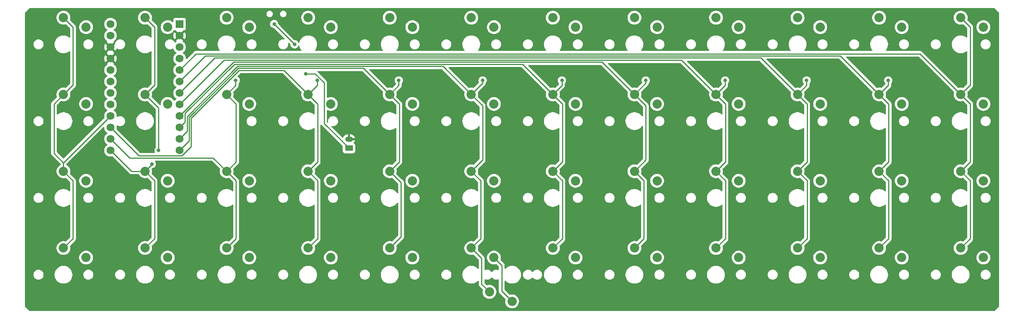
<source format=gbr>
%TF.GenerationSoftware,KiCad,Pcbnew,9.0.3-1.fc42*%
%TF.CreationDate,2025-08-27T16:10:00-04:00*%
%TF.ProjectId,48ish_soldered,34386973-685f-4736-9f6c-64657265642e,v1.0.0*%
%TF.SameCoordinates,Original*%
%TF.FileFunction,Copper,L1,Top*%
%TF.FilePolarity,Positive*%
%FSLAX46Y46*%
G04 Gerber Fmt 4.6, Leading zero omitted, Abs format (unit mm)*
G04 Created by KiCad (PCBNEW 9.0.3-1.fc42) date 2025-08-27 16:10:00*
%MOMM*%
%LPD*%
G01*
G04 APERTURE LIST*
%TA.AperFunction,ComponentPad*%
%ADD10C,2.032000*%
%TD*%
%TA.AperFunction,ComponentPad*%
%ADD11R,1.700000X1.200000*%
%TD*%
%TA.AperFunction,ComponentPad*%
%ADD12O,1.700000X1.200000*%
%TD*%
%TA.AperFunction,ComponentPad*%
%ADD13R,1.752600X1.752600*%
%TD*%
%TA.AperFunction,ComponentPad*%
%ADD14C,1.752600*%
%TD*%
%TA.AperFunction,ViaPad*%
%ADD15C,0.800000*%
%TD*%
%TA.AperFunction,Conductor*%
%ADD16C,0.250000*%
%TD*%
G04 APERTURE END LIST*
D10*
%TO.P,S17,1*%
%TO.N,ten_top*%
X167000000Y71800000D03*
%TO.P,S17,2*%
%TO.N,ten*%
X162000000Y73900000D03*
%TD*%
%TO.P,S30,1*%
%TO.N,seven_top*%
X113000000Y71800000D03*
%TO.P,S30,2*%
%TO.N,seven*%
X108000000Y73900000D03*
%TD*%
%TO.P,S34,1*%
%TO.N,five_home*%
X77000000Y54800000D03*
%TO.P,S34,2*%
%TO.N,five*%
X72000000Y56900000D03*
%TD*%
%TO.P,S47,1*%
%TO.N,two_top*%
X23000000Y71800000D03*
%TO.P,S47,2*%
%TO.N,two*%
X18000000Y73900000D03*
%TD*%
%TO.P,S9,1*%
%TO.N,eleven_home*%
X185000000Y54800000D03*
%TO.P,S9,2*%
%TO.N,eleven*%
X180000000Y56900000D03*
%TD*%
%TO.P,S29,1*%
%TO.N,seven_home*%
X113000000Y54800000D03*
%TO.P,S29,2*%
%TO.N,seven*%
X108000000Y56900000D03*
%TD*%
%TO.P,S37,1*%
%TO.N,four_bottom*%
X59000000Y37800000D03*
%TO.P,S37,2*%
%TO.N,four*%
X54000000Y39900000D03*
%TD*%
%TO.P,S49,1*%
%TO.N,one_bottom*%
X5000000Y37800000D03*
%TO.P,S49,2*%
%TO.N,one*%
X0Y39900000D03*
%TD*%
%TO.P,S46,1*%
%TO.N,three_top*%
X41000000Y71800000D03*
%TO.P,S46,2*%
%TO.N,three*%
X36000000Y73900000D03*
%TD*%
%TO.P,S18,1*%
%TO.N,nine_top*%
X149000000Y71800000D03*
%TO.P,S18,2*%
%TO.N,nine*%
X144000000Y73900000D03*
%TD*%
%TO.P,S35,1*%
%TO.N,five_top*%
X77000000Y71800000D03*
%TO.P,S35,2*%
%TO.N,five*%
X72000000Y73900000D03*
%TD*%
%TO.P,S32,1*%
%TO.N,five_modrow*%
X77000000Y20800000D03*
%TO.P,S32,2*%
%TO.N,five*%
X72000000Y22900000D03*
%TD*%
%TO.P,S10,1*%
%TO.N,eleven_top*%
X185000000Y71800000D03*
%TO.P,S10,2*%
%TO.N,eleven*%
X180000000Y73900000D03*
%TD*%
%TO.P,S38,1*%
%TO.N,four_home*%
X59000000Y54800000D03*
%TO.P,S38,2*%
%TO.N,four*%
X54000000Y56900000D03*
%TD*%
%TO.P,S31,1*%
%TO.N,six_top*%
X95000000Y71800000D03*
%TO.P,S31,2*%
%TO.N,six*%
X90000000Y73900000D03*
%TD*%
%TO.P,S44,1*%
%TO.N,three_home*%
X41000000Y54800000D03*
%TO.P,S44,2*%
%TO.N,three*%
X36000000Y56900000D03*
%TD*%
%TO.P,S26,1*%
%TO.N,seven_bottom*%
X113000000Y37800000D03*
%TO.P,S26,2*%
%TO.N,seven*%
X108000000Y39900000D03*
%TD*%
%TO.P,S42,1*%
%TO.N,two_bottom*%
X23000000Y37800000D03*
%TO.P,S42,2*%
%TO.N,two*%
X18000000Y39900000D03*
%TD*%
%TO.P,S48,1*%
%TO.N,one_modrow*%
X5000000Y20800000D03*
%TO.P,S48,2*%
%TO.N,one*%
X0Y22900000D03*
%TD*%
D11*
%TO.P,JST1,1*%
%TO.N,BAT*%
X63000000Y45000000D03*
D12*
%TO.P,JST1,2*%
%TO.N,GND*%
X63000000Y47000000D03*
%TD*%
D10*
%TO.P,S20,1*%
%TO.N,eight_bottom*%
X131000000Y37800000D03*
%TO.P,S20,2*%
%TO.N,eight*%
X126000000Y39900000D03*
%TD*%
%TO.P,S40,1*%
%TO.N,three_modrow*%
X41000000Y20800000D03*
%TO.P,S40,2*%
%TO.N,three*%
X36000000Y22900000D03*
%TD*%
%TO.P,S33,1*%
%TO.N,five_bottom*%
X77000000Y37800000D03*
%TO.P,S33,2*%
%TO.N,five*%
X72000000Y39900000D03*
%TD*%
%TO.P,S11,1*%
%TO.N,nine_modrow*%
X149000000Y20800000D03*
%TO.P,S11,2*%
%TO.N,nine*%
X144000000Y22900000D03*
%TD*%
%TO.P,S16,1*%
%TO.N,nine_home*%
X149000000Y54800000D03*
%TO.P,S16,2*%
%TO.N,nine*%
X144000000Y56900000D03*
%TD*%
%TO.P,S24,1*%
%TO.N,six_modrow*%
X95000000Y20800000D03*
%TO.P,S24,2*%
%TO.N,six*%
X90000000Y22900000D03*
%TD*%
%TO.P,S36,1*%
%TO.N,four_modrow*%
X59000000Y20800000D03*
%TO.P,S36,2*%
%TO.N,four*%
X54000000Y22900000D03*
%TD*%
%TO.P,S15,1*%
%TO.N,ten_home*%
X167000000Y54800000D03*
%TO.P,S15,2*%
%TO.N,ten*%
X162000000Y56900000D03*
%TD*%
%TO.P,S25,1*%
%TO.N,six*%
X94000000Y13200000D03*
%TO.P,S25,2*%
%TO.N,six_modrow*%
X99000000Y11100000D03*
%TD*%
%TO.P,S6,1*%
%TO.N,twelve_top*%
X203000000Y71800000D03*
%TO.P,S6,2*%
%TO.N,twelve*%
X198000000Y73900000D03*
%TD*%
%TO.P,S21,1*%
%TO.N,eight_home*%
X131000000Y54800000D03*
%TO.P,S21,2*%
%TO.N,eight*%
X126000000Y56900000D03*
%TD*%
%TO.P,S8,1*%
%TO.N,eleven_bottom*%
X185000000Y37800000D03*
%TO.P,S8,2*%
%TO.N,eleven*%
X180000000Y39900000D03*
%TD*%
%TO.P,S22,1*%
%TO.N,eight_top*%
X131000000Y71800000D03*
%TO.P,S22,2*%
%TO.N,eight*%
X126000000Y73900000D03*
%TD*%
%TO.P,S27,1*%
%TO.N,six_bottom*%
X95000000Y37800000D03*
%TO.P,S27,2*%
%TO.N,six*%
X90000000Y39900000D03*
%TD*%
%TO.P,S14,1*%
%TO.N,ten_bottom*%
X167000000Y37800000D03*
%TO.P,S14,2*%
%TO.N,ten*%
X162000000Y39900000D03*
%TD*%
%TO.P,S28,1*%
%TO.N,six_home*%
X95000000Y54800000D03*
%TO.P,S28,2*%
%TO.N,six*%
X90000000Y56900000D03*
%TD*%
%TO.P,S13,1*%
%TO.N,nine_bottom*%
X149000000Y37800000D03*
%TO.P,S13,2*%
%TO.N,nine*%
X144000000Y39900000D03*
%TD*%
%TO.P,S39,1*%
%TO.N,four_top*%
X59000000Y71800000D03*
%TO.P,S39,2*%
%TO.N,four*%
X54000000Y73900000D03*
%TD*%
%TO.P,S3,1*%
%TO.N,twelve_modrow*%
X203000000Y20800000D03*
%TO.P,S3,2*%
%TO.N,twelve*%
X198000000Y22900000D03*
%TD*%
%TO.P,S7,1*%
%TO.N,eleven_modrow*%
X185000000Y20800000D03*
%TO.P,S7,2*%
%TO.N,eleven*%
X180000000Y22900000D03*
%TD*%
%TO.P,S12,1*%
%TO.N,ten_modrow*%
X167000000Y20800000D03*
%TO.P,S12,2*%
%TO.N,ten*%
X162000000Y22900000D03*
%TD*%
%TO.P,S41,1*%
%TO.N,two_modrow*%
X23000000Y20800000D03*
%TO.P,S41,2*%
%TO.N,two*%
X18000000Y22900000D03*
%TD*%
%TO.P,S19,1*%
%TO.N,eight_modrow*%
X131000000Y20800000D03*
%TO.P,S19,2*%
%TO.N,eight*%
X126000000Y22900000D03*
%TD*%
%TO.P,S45,1*%
%TO.N,two_home*%
X23000000Y54800000D03*
%TO.P,S45,2*%
%TO.N,two*%
X18000000Y56900000D03*
%TD*%
%TO.P,S51,1*%
%TO.N,one_top*%
X5000000Y71800000D03*
%TO.P,S51,2*%
%TO.N,one*%
X0Y73900000D03*
%TD*%
%TO.P,S43,1*%
%TO.N,three_bottom*%
X41000000Y37800000D03*
%TO.P,S43,2*%
%TO.N,three*%
X36000000Y39900000D03*
%TD*%
%TO.P,S5,1*%
%TO.N,twelve_home*%
X203000000Y54800000D03*
%TO.P,S5,2*%
%TO.N,twelve*%
X198000000Y56900000D03*
%TD*%
%TO.P,S23,1*%
%TO.N,seven_modrow*%
X113000000Y20800000D03*
%TO.P,S23,2*%
%TO.N,seven*%
X108000000Y22900000D03*
%TD*%
%TO.P,S4,1*%
%TO.N,twelve_bottom*%
X203000000Y37800000D03*
%TO.P,S4,2*%
%TO.N,twelve*%
X198000000Y39900000D03*
%TD*%
%TO.P,S50,1*%
%TO.N,one_home*%
X5000000Y54800000D03*
%TO.P,S50,2*%
%TO.N,one*%
X0Y56900000D03*
%TD*%
D13*
%TO.P,MCU1,1*%
%TO.N,RAW*%
X25620000Y72470000D03*
D14*
%TO.P,MCU1,2*%
%TO.N,GND*%
X25620000Y69930000D03*
%TO.P,MCU1,3*%
%TO.N,RST*%
X25620000Y67390000D03*
%TO.P,MCU1,4*%
%TO.N,VCC*%
X25620000Y64850000D03*
%TO.P,MCU1,5*%
%TO.N,twelve*%
X25620000Y62310000D03*
%TO.P,MCU1,6*%
%TO.N,eleven*%
X25620000Y59770000D03*
%TO.P,MCU1,7*%
%TO.N,ten*%
X25620000Y57230000D03*
%TO.P,MCU1,8*%
%TO.N,nine*%
X25620000Y54690000D03*
%TO.P,MCU1,9*%
%TO.N,eight*%
X25620000Y52150000D03*
%TO.P,MCU1,10*%
%TO.N,seven*%
X25620000Y49610000D03*
%TO.P,MCU1,11*%
%TO.N,six*%
X25620000Y47070000D03*
%TO.P,MCU1,12*%
%TO.N,five*%
X25620000Y44530000D03*
%TO.P,MCU1,13*%
%TO.N,P1*%
X10380000Y72470000D03*
%TO.P,MCU1,14*%
%TO.N,P0*%
X10380000Y69930000D03*
%TO.P,MCU1,15*%
%TO.N,GND*%
X10380000Y67390000D03*
%TO.P,MCU1,16*%
X10380000Y64850000D03*
%TO.P,MCU1,17*%
%TO.N,top*%
X10380000Y62310000D03*
%TO.P,MCU1,18*%
%TO.N,home*%
X10380000Y59770000D03*
%TO.P,MCU1,19*%
%TO.N,modrow*%
X10380000Y57230000D03*
%TO.P,MCU1,20*%
%TO.N,bottom*%
X10380000Y54690000D03*
%TO.P,MCU1,21*%
%TO.N,one*%
X10380000Y52150000D03*
%TO.P,MCU1,22*%
%TO.N,four*%
X10380000Y49610000D03*
%TO.P,MCU1,23*%
%TO.N,three*%
X10380000Y47070000D03*
%TO.P,MCU1,24*%
%TO.N,two*%
X10380000Y44530000D03*
%TD*%
D15*
%TO.N,two*%
X19500000Y41500000D03*
X21000000Y44500000D03*
%TO.N,three*%
X38000000Y60000000D03*
%TO.N,four*%
X56000000Y60000000D03*
%TO.N,five*%
X74000000Y60000000D03*
%TO.N,six*%
X92500000Y60000000D03*
%TO.N,seven*%
X110000000Y60000000D03*
%TO.N,eight*%
X128500000Y60000000D03*
%TO.N,nine*%
X146000000Y60000000D03*
%TO.N,ten*%
X164000000Y60000000D03*
%TO.N,eleven*%
X182000000Y60000000D03*
%TO.N,BAT*%
X51000000Y68000000D03*
X53500000Y61500000D03*
X46500000Y72500000D03*
%TD*%
D16*
%TO.N,one*%
X0Y22900000D02*
X2090500Y24990500D01*
X2090500Y71809500D02*
X2090500Y58990500D01*
X2090500Y37809500D02*
X0Y39900000D01*
X0Y73900000D02*
X2090500Y71809500D01*
X0Y39900000D02*
X0Y41770000D01*
X2090500Y24990500D02*
X2090500Y37809500D01*
X0Y41770000D02*
X10380000Y52150000D01*
X-2090500Y54809500D02*
X0Y56900000D01*
X0Y41770000D02*
X-2090500Y43860500D01*
X2090500Y58990500D02*
X0Y56900000D01*
X-2090500Y43860500D02*
X-2090500Y54809500D01*
%TO.N,two*%
X19500000Y41400000D02*
X18000000Y39900000D01*
X18000000Y73900000D02*
X20090500Y71809500D01*
X21000000Y53900000D02*
X21000000Y44500000D01*
X10380000Y44530000D02*
X15010000Y39900000D01*
X18000000Y56900000D02*
X21000000Y53900000D01*
X20090500Y24990500D02*
X20090500Y37809500D01*
X15010000Y39900000D02*
X18000000Y39900000D01*
X20090500Y71809500D02*
X20090500Y58990500D01*
X19500000Y41500000D02*
X19500000Y41400000D01*
X18000000Y22900000D02*
X20090500Y24990500D01*
X20090500Y58990500D02*
X18000000Y56900000D01*
X20090500Y37809500D02*
X18000000Y39900000D01*
%TO.N,three*%
X38090500Y24990500D02*
X38090500Y37809500D01*
X38090500Y54809500D02*
X36000000Y56900000D01*
X38090500Y37809500D02*
X36000000Y39900000D01*
X33023300Y42876700D02*
X36000000Y39900000D01*
X10380000Y47070000D02*
X14573300Y42876700D01*
X38090500Y41990500D02*
X38090500Y54809500D01*
X14573300Y42876700D02*
X33023300Y42876700D01*
X36000000Y39900000D02*
X38090500Y41990500D01*
X38000000Y58900000D02*
X38000000Y60000000D01*
X36000000Y22900000D02*
X38090500Y24990500D01*
X36000000Y56900000D02*
X38000000Y58900000D01*
%TO.N,four*%
X56090500Y41990500D02*
X56090500Y54809500D01*
X56090500Y24990500D02*
X56090500Y37809500D01*
X56000000Y58900000D02*
X56000000Y60000000D01*
X10380000Y49610000D02*
X16662300Y43327700D01*
X54000000Y56900000D02*
X56000000Y58900000D01*
X28175300Y45384991D02*
X28175300Y51626380D01*
X16662300Y43327700D02*
X26118009Y43327700D01*
X26118009Y43327700D02*
X28175300Y45384991D01*
X54000000Y22900000D02*
X56090500Y24990500D01*
X54000000Y39900000D02*
X56090500Y41990500D01*
X48674460Y62225540D02*
X38774460Y62225540D01*
X54000000Y56900000D02*
X48674460Y62225540D01*
X28175300Y51626380D02*
X38774460Y62225540D01*
X56090500Y54809500D02*
X54000000Y56900000D01*
X56090500Y37809500D02*
X54000000Y39900000D01*
%TO.N,five*%
X74000000Y58900000D02*
X74000000Y60000000D01*
X27724300Y46634300D02*
X27724300Y51813190D01*
X72000000Y39900000D02*
X74090500Y41990500D01*
X66204000Y62696000D02*
X72000000Y56900000D01*
X74090500Y41990500D02*
X74090500Y54809500D01*
X74500000Y37400000D02*
X72000000Y39900000D01*
X72000000Y56900000D02*
X74000000Y58900000D01*
X38607110Y62696000D02*
X66204000Y62696000D01*
X27724300Y51813190D02*
X38607110Y62696000D01*
X74500000Y25400000D02*
X74500000Y37400000D01*
X72000000Y22900000D02*
X74500000Y25400000D01*
X25620000Y44530000D02*
X27724300Y46634300D01*
X74090500Y54809500D02*
X72000000Y56900000D01*
%TO.N,six_modrow*%
X96726900Y13373100D02*
X96726900Y19073100D01*
X99000000Y11100000D02*
X96726900Y13373100D01*
X96726900Y19073100D02*
X95000000Y20800000D01*
%TO.N,six*%
X92500000Y42400000D02*
X92500000Y54400000D01*
X92500000Y59400000D02*
X92500000Y60000000D01*
X90000000Y56900000D02*
X92500000Y59400000D01*
X92090500Y37809500D02*
X90000000Y39900000D01*
X83753000Y63147000D02*
X90000000Y56900000D01*
X90000000Y39900000D02*
X92500000Y42400000D01*
X27273300Y52000000D02*
X38420300Y63147000D01*
X92273100Y14926900D02*
X92273100Y20626900D01*
X92273100Y20626900D02*
X90000000Y22900000D01*
X90000000Y22900000D02*
X92090500Y24990500D01*
X92500000Y54400000D02*
X90000000Y56900000D01*
X27273300Y48723300D02*
X27273300Y52000000D01*
X94000000Y13200000D02*
X92273100Y14926900D01*
X25620000Y47070000D02*
X27273300Y48723300D01*
X92090500Y24990500D02*
X92090500Y37809500D01*
X38420300Y63147000D02*
X83753000Y63147000D01*
%TO.N,seven*%
X110090500Y24990500D02*
X110090500Y37809500D01*
X110090500Y37809500D02*
X108000000Y39900000D01*
X101302000Y63598000D02*
X108000000Y56900000D01*
X110000000Y58900000D02*
X110000000Y60000000D01*
X108000000Y56900000D02*
X110000000Y58900000D01*
X25620000Y49610000D02*
X26822300Y50812300D01*
X110090500Y54809500D02*
X108000000Y56900000D01*
X108000000Y39900000D02*
X110090500Y41990500D01*
X110090500Y41990500D02*
X110090500Y54809500D01*
X108000000Y22900000D02*
X110090500Y24990500D01*
X26822300Y52714490D02*
X37705810Y63598000D01*
X26822300Y50812300D02*
X26822300Y52714490D01*
X37705810Y63598000D02*
X101302000Y63598000D01*
%TO.N,eight*%
X126000000Y22900000D02*
X128090500Y24990500D01*
X128500000Y59400000D02*
X128500000Y60000000D01*
X128500000Y54400000D02*
X126000000Y56900000D01*
X118851000Y64049000D02*
X126000000Y56900000D01*
X128090500Y24990500D02*
X128090500Y37809500D01*
X126000000Y39900000D02*
X128500000Y42400000D01*
X128500000Y42400000D02*
X128500000Y54400000D01*
X128090500Y37809500D02*
X126000000Y39900000D01*
X126000000Y56900000D02*
X128500000Y59400000D01*
X25620000Y52150000D02*
X37519000Y64049000D01*
X37519000Y64049000D02*
X118851000Y64049000D01*
%TO.N,nine*%
X144000000Y39900000D02*
X146090500Y41990500D01*
X146090500Y24990500D02*
X146090500Y37809500D01*
X146090500Y54809500D02*
X144000000Y56900000D01*
X35430000Y64500000D02*
X136400000Y64500000D01*
X144000000Y56900000D02*
X146000000Y58900000D01*
X146090500Y41990500D02*
X146090500Y54809500D01*
X146090500Y37809500D02*
X144000000Y39900000D01*
X25620000Y54690000D02*
X35430000Y64500000D01*
X146000000Y58900000D02*
X146000000Y60000000D01*
X144000000Y22900000D02*
X146090500Y24990500D01*
X136400000Y64500000D02*
X144000000Y56900000D01*
%TO.N,ten*%
X162000000Y56900000D02*
X164000000Y58900000D01*
X164090500Y24990500D02*
X164090500Y37809500D01*
X25620000Y57230000D02*
X33397500Y65007500D01*
X162000000Y22900000D02*
X164090500Y24990500D01*
X164090500Y37809500D02*
X162000000Y39900000D01*
X153892500Y65007500D02*
X162000000Y56900000D01*
X164090500Y54809500D02*
X162000000Y56900000D01*
X164000000Y58900000D02*
X164000000Y60000000D01*
X164090500Y41990500D02*
X164090500Y54809500D01*
X162000000Y39900000D02*
X164090500Y41990500D01*
X33397500Y65007500D02*
X153892500Y65007500D01*
%TO.N,eleven*%
X182090500Y54809500D02*
X180000000Y56900000D01*
X180000000Y22900000D02*
X182090500Y24990500D01*
X182090500Y24990500D02*
X182090500Y37809500D01*
X171441500Y65458500D02*
X31308500Y65458500D01*
X180000000Y56900000D02*
X171441500Y65458500D01*
X182090500Y37809500D02*
X180000000Y39900000D01*
X182000000Y58900000D02*
X182000000Y60000000D01*
X182090500Y41990500D02*
X182090500Y54809500D01*
X31308500Y65458500D02*
X25620000Y59770000D01*
X180000000Y56900000D02*
X182000000Y58900000D01*
X180000000Y39900000D02*
X182090500Y41990500D01*
%TO.N,twelve*%
X200090500Y71809500D02*
X200090500Y58990500D01*
X200090500Y54809500D02*
X200090500Y41990500D01*
X25620000Y62310000D02*
X29219500Y65909500D01*
X200090500Y24990500D02*
X198000000Y22900000D01*
X198000000Y39900000D02*
X200090500Y37809500D01*
X200090500Y41990500D02*
X198000000Y39900000D01*
X198000000Y56900000D02*
X200090500Y54809500D01*
X188990500Y65909500D02*
X198000000Y56900000D01*
X198000000Y73900000D02*
X200090500Y71809500D01*
X200090500Y58990500D02*
X198000000Y56900000D01*
X29219500Y65909500D02*
X188990500Y65909500D01*
X200090500Y37809500D02*
X200090500Y24990500D01*
%TO.N,BAT*%
X55526720Y61500000D02*
X53500000Y61500000D01*
X57500000Y59526720D02*
X55526720Y61500000D01*
X63000000Y45000000D02*
X57500000Y50500000D01*
X51000000Y68000000D02*
X46500000Y72500000D01*
X57500000Y50500000D02*
X57500000Y59526720D01*
%TD*%
%TA.AperFunction,Conductor*%
%TO.N,GND*%
G36*
X205516177Y75979815D02*
G01*
X205536819Y75963181D01*
X206463181Y75036819D01*
X206496666Y74975496D01*
X206499500Y74949138D01*
X206499500Y10050862D01*
X206479815Y9983823D01*
X206463181Y9963181D01*
X205536819Y9036819D01*
X205475496Y9003334D01*
X205449138Y9000500D01*
X-7449138Y9000500D01*
X-7516177Y9020185D01*
X-7536819Y9036819D01*
X-8463181Y9963181D01*
X-8496666Y10024504D01*
X-8499500Y10050862D01*
X-8499500Y17086687D01*
X-6601400Y17086687D01*
X-6601400Y16913312D01*
X-6585622Y16813702D01*
X-6574280Y16742088D01*
X-6574279Y16742086D01*
X-6520709Y16577211D01*
X-6520708Y16577208D01*
X-6500000Y16536567D01*
X-6442002Y16422740D01*
X-6340101Y16282486D01*
X-6217514Y16159899D01*
X-6093399Y16069724D01*
X-6077260Y16057998D01*
X-5922791Y15979291D01*
X-5922788Y15979290D01*
X-5757913Y15925720D01*
X-5586687Y15898600D01*
X-5586682Y15898600D01*
X-5413313Y15898600D01*
X-5242086Y15925720D01*
X-5077211Y15979290D01*
X-5077208Y15979291D01*
X-4922739Y16057998D01*
X-4842719Y16116136D01*
X-4782486Y16159899D01*
X-4782484Y16159901D01*
X-4782483Y16159901D01*
X-4659901Y16282483D01*
X-4659901Y16282484D01*
X-4659899Y16282486D01*
X-4598483Y16367017D01*
X-4557998Y16422739D01*
X-4479291Y16577208D01*
X-4479290Y16577211D01*
X-4425720Y16742086D01*
X-4398600Y16913312D01*
X-4398600Y17086684D01*
X-4402840Y17113452D01*
X-4402840Y17113454D01*
X-4405269Y17128793D01*
X-1965000Y17128793D01*
X-1965000Y16871207D01*
X-1931378Y16615825D01*
X-1864710Y16367016D01*
X-1829695Y16282483D01*
X-1766140Y16129047D01*
X-1766132Y16129030D01*
X-1731891Y16069724D01*
X-1637343Y15905962D01*
X-1637336Y15905953D01*
X-1480536Y15701607D01*
X-1480530Y15701600D01*
X-1298399Y15519469D01*
X-1298392Y15519463D01*
X-1094046Y15362663D01*
X-1094038Y15362657D01*
X-1094033Y15362654D01*
X-1094030Y15362652D01*
X-870969Y15233867D01*
X-870952Y15233859D01*
X-632982Y15135289D01*
X-475243Y15093023D01*
X-384175Y15068622D01*
X-352252Y15064419D01*
X-128800Y15035000D01*
X-128793Y15035000D01*
X128800Y15035000D01*
X352252Y15064419D01*
X384175Y15068622D01*
X475243Y15093023D01*
X632982Y15135289D01*
X870952Y15233859D01*
X870969Y15233867D01*
X1094030Y15362652D01*
X1094033Y15362654D01*
X1094038Y15362657D01*
X1094046Y15362663D01*
X1298392Y15519463D01*
X1298399Y15519469D01*
X1480530Y15701600D01*
X1480536Y15701607D01*
X1637336Y15905953D01*
X1637343Y15905962D01*
X1731891Y16069724D01*
X1766132Y16129030D01*
X1766140Y16129047D01*
X1829695Y16282483D01*
X1864710Y16367016D01*
X1931378Y16615825D01*
X1965000Y16871207D01*
X1965000Y17086687D01*
X4398600Y17086687D01*
X4398600Y16913312D01*
X4425720Y16742086D01*
X4479290Y16577211D01*
X4479291Y16577208D01*
X4557998Y16422739D01*
X4598483Y16367017D01*
X4659899Y16282486D01*
X4659901Y16282484D01*
X4659901Y16282483D01*
X4782483Y16159901D01*
X4922739Y16057998D01*
X5077208Y15979291D01*
X5077211Y15979290D01*
X5242086Y15925720D01*
X5413313Y15898600D01*
X5413318Y15898600D01*
X5586687Y15898600D01*
X5757913Y15925720D01*
X5922788Y15979290D01*
X5922791Y15979291D01*
X6077260Y16057998D01*
X6093399Y16069724D01*
X6217514Y16159899D01*
X6340101Y16282486D01*
X6442002Y16422740D01*
X6500000Y16536567D01*
X6520708Y16577208D01*
X6520709Y16577211D01*
X6574279Y16742086D01*
X6574280Y16742088D01*
X6585622Y16813702D01*
X6601400Y16913312D01*
X6601400Y17086687D01*
X11398600Y17086687D01*
X11398600Y16913312D01*
X11425720Y16742086D01*
X11479290Y16577211D01*
X11479291Y16577208D01*
X11557998Y16422739D01*
X11598483Y16367017D01*
X11659899Y16282486D01*
X11659901Y16282484D01*
X11659901Y16282483D01*
X11782483Y16159901D01*
X11922739Y16057998D01*
X12077208Y15979291D01*
X12077211Y15979290D01*
X12242086Y15925720D01*
X12413313Y15898600D01*
X12413318Y15898600D01*
X12586687Y15898600D01*
X12757913Y15925720D01*
X12922788Y15979290D01*
X12922791Y15979291D01*
X13077260Y16057998D01*
X13093399Y16069724D01*
X13217514Y16159899D01*
X13340101Y16282486D01*
X13442002Y16422740D01*
X13500000Y16536567D01*
X13520708Y16577208D01*
X13520709Y16577211D01*
X13574279Y16742086D01*
X13574280Y16742088D01*
X13585622Y16813702D01*
X13601400Y16913312D01*
X13601400Y17086684D01*
X13597160Y17113452D01*
X13597160Y17113454D01*
X13594729Y17128800D01*
X16035000Y17128800D01*
X16035000Y16871199D01*
X16068622Y16615825D01*
X16135289Y16367017D01*
X16233859Y16129047D01*
X16233867Y16129030D01*
X16362652Y15905969D01*
X16362663Y15905953D01*
X16519463Y15701607D01*
X16519469Y15701600D01*
X16701600Y15519469D01*
X16701607Y15519463D01*
X16905953Y15362663D01*
X16905969Y15362652D01*
X17129030Y15233867D01*
X17129047Y15233859D01*
X17367017Y15135289D01*
X17615825Y15068622D01*
X17871199Y15035000D01*
X17871207Y15035000D01*
X18128800Y15035000D01*
X18352252Y15064419D01*
X18384175Y15068622D01*
X18475243Y15093023D01*
X18632982Y15135289D01*
X18870952Y15233859D01*
X18870969Y15233867D01*
X19094030Y15362652D01*
X19094033Y15362654D01*
X19094038Y15362657D01*
X19094046Y15362663D01*
X19298392Y15519463D01*
X19298399Y15519469D01*
X19480530Y15701600D01*
X19480536Y15701607D01*
X19637336Y15905953D01*
X19637343Y15905962D01*
X19731891Y16069724D01*
X19766132Y16129030D01*
X19766140Y16129047D01*
X19829695Y16282483D01*
X19864710Y16367016D01*
X19931378Y16615825D01*
X19965000Y16871207D01*
X19965000Y17086687D01*
X22398600Y17086687D01*
X22398600Y16913312D01*
X22425720Y16742086D01*
X22479290Y16577211D01*
X22479291Y16577208D01*
X22557998Y16422739D01*
X22598483Y16367017D01*
X22659899Y16282486D01*
X22659901Y16282484D01*
X22659901Y16282483D01*
X22782483Y16159901D01*
X22922739Y16057998D01*
X23077208Y15979291D01*
X23077211Y15979290D01*
X23242086Y15925720D01*
X23413313Y15898600D01*
X23413318Y15898600D01*
X23586687Y15898600D01*
X23757913Y15925720D01*
X23922788Y15979290D01*
X23922791Y15979291D01*
X24077260Y16057998D01*
X24093399Y16069724D01*
X24217514Y16159899D01*
X24340101Y16282486D01*
X24442002Y16422740D01*
X24500000Y16536567D01*
X24520708Y16577208D01*
X24520709Y16577211D01*
X24574279Y16742086D01*
X24574280Y16742088D01*
X24585622Y16813702D01*
X24601400Y16913312D01*
X24601400Y17086687D01*
X29398600Y17086687D01*
X29398600Y16913312D01*
X29425720Y16742086D01*
X29479290Y16577211D01*
X29479291Y16577208D01*
X29557998Y16422739D01*
X29598483Y16367017D01*
X29659899Y16282486D01*
X29659901Y16282484D01*
X29659901Y16282483D01*
X29782483Y16159901D01*
X29922739Y16057998D01*
X30077208Y15979291D01*
X30077211Y15979290D01*
X30242086Y15925720D01*
X30413313Y15898600D01*
X30413318Y15898600D01*
X30586687Y15898600D01*
X30757913Y15925720D01*
X30922788Y15979290D01*
X30922791Y15979291D01*
X31077260Y16057998D01*
X31093399Y16069724D01*
X31217514Y16159899D01*
X31340101Y16282486D01*
X31442002Y16422740D01*
X31500000Y16536567D01*
X31520708Y16577208D01*
X31520709Y16577211D01*
X31574279Y16742086D01*
X31574280Y16742088D01*
X31585622Y16813702D01*
X31601400Y16913312D01*
X31601400Y17086684D01*
X31597160Y17113452D01*
X31597160Y17113454D01*
X31594729Y17128800D01*
X34035000Y17128800D01*
X34035000Y16871199D01*
X34068622Y16615825D01*
X34135289Y16367017D01*
X34233859Y16129047D01*
X34233867Y16129030D01*
X34362652Y15905969D01*
X34362663Y15905953D01*
X34519463Y15701607D01*
X34519469Y15701600D01*
X34701600Y15519469D01*
X34701607Y15519463D01*
X34905953Y15362663D01*
X34905969Y15362652D01*
X35129030Y15233867D01*
X35129047Y15233859D01*
X35367017Y15135289D01*
X35615825Y15068622D01*
X35871199Y15035000D01*
X35871207Y15035000D01*
X36128800Y15035000D01*
X36352252Y15064419D01*
X36384175Y15068622D01*
X36475243Y15093023D01*
X36632982Y15135289D01*
X36870952Y15233859D01*
X36870969Y15233867D01*
X37094030Y15362652D01*
X37094033Y15362654D01*
X37094038Y15362657D01*
X37094046Y15362663D01*
X37298392Y15519463D01*
X37298399Y15519469D01*
X37480530Y15701600D01*
X37480536Y15701607D01*
X37637336Y15905953D01*
X37637343Y15905962D01*
X37731891Y16069724D01*
X37766132Y16129030D01*
X37766140Y16129047D01*
X37829695Y16282483D01*
X37864710Y16367016D01*
X37931378Y16615825D01*
X37965000Y16871207D01*
X37965000Y17086687D01*
X40398600Y17086687D01*
X40398600Y16913312D01*
X40425720Y16742086D01*
X40479290Y16577211D01*
X40479291Y16577208D01*
X40557998Y16422739D01*
X40598483Y16367017D01*
X40659899Y16282486D01*
X40659901Y16282484D01*
X40659901Y16282483D01*
X40782483Y16159901D01*
X40922739Y16057998D01*
X41077208Y15979291D01*
X41077211Y15979290D01*
X41242086Y15925720D01*
X41413313Y15898600D01*
X41413318Y15898600D01*
X41586687Y15898600D01*
X41757913Y15925720D01*
X41922788Y15979290D01*
X41922791Y15979291D01*
X42077260Y16057998D01*
X42093399Y16069724D01*
X42217514Y16159899D01*
X42340101Y16282486D01*
X42442002Y16422740D01*
X42500000Y16536567D01*
X42520708Y16577208D01*
X42520709Y16577211D01*
X42574279Y16742086D01*
X42574280Y16742088D01*
X42585622Y16813702D01*
X42601400Y16913312D01*
X42601400Y17086687D01*
X47398600Y17086687D01*
X47398600Y16913312D01*
X47425720Y16742086D01*
X47479290Y16577211D01*
X47479291Y16577208D01*
X47557998Y16422739D01*
X47598483Y16367017D01*
X47659899Y16282486D01*
X47659901Y16282484D01*
X47659901Y16282483D01*
X47782483Y16159901D01*
X47922739Y16057998D01*
X48077208Y15979291D01*
X48077211Y15979290D01*
X48242086Y15925720D01*
X48413313Y15898600D01*
X48413318Y15898600D01*
X48586687Y15898600D01*
X48757913Y15925720D01*
X48922788Y15979290D01*
X48922791Y15979291D01*
X49077260Y16057998D01*
X49093399Y16069724D01*
X49217514Y16159899D01*
X49340101Y16282486D01*
X49442002Y16422740D01*
X49500000Y16536567D01*
X49520708Y16577208D01*
X49520709Y16577211D01*
X49574279Y16742086D01*
X49574280Y16742088D01*
X49585622Y16813702D01*
X49601400Y16913312D01*
X49601400Y17086684D01*
X49597160Y17113452D01*
X49597160Y17113454D01*
X49594729Y17128800D01*
X52035000Y17128800D01*
X52035000Y16871199D01*
X52068622Y16615825D01*
X52135289Y16367017D01*
X52233859Y16129047D01*
X52233867Y16129030D01*
X52362652Y15905969D01*
X52362663Y15905953D01*
X52519463Y15701607D01*
X52519469Y15701600D01*
X52701600Y15519469D01*
X52701607Y15519463D01*
X52905953Y15362663D01*
X52905969Y15362652D01*
X53129030Y15233867D01*
X53129047Y15233859D01*
X53367017Y15135289D01*
X53615825Y15068622D01*
X53871199Y15035000D01*
X53871207Y15035000D01*
X54128800Y15035000D01*
X54352252Y15064419D01*
X54384175Y15068622D01*
X54475243Y15093023D01*
X54632982Y15135289D01*
X54870952Y15233859D01*
X54870969Y15233867D01*
X55094030Y15362652D01*
X55094033Y15362654D01*
X55094038Y15362657D01*
X55094046Y15362663D01*
X55298392Y15519463D01*
X55298399Y15519469D01*
X55480530Y15701600D01*
X55480536Y15701607D01*
X55637336Y15905953D01*
X55637343Y15905962D01*
X55731891Y16069724D01*
X55766132Y16129030D01*
X55766140Y16129047D01*
X55829695Y16282483D01*
X55864710Y16367016D01*
X55931378Y16615825D01*
X55965000Y16871207D01*
X55965000Y17086687D01*
X58398600Y17086687D01*
X58398600Y16913312D01*
X58425720Y16742086D01*
X58479290Y16577211D01*
X58479291Y16577208D01*
X58557998Y16422739D01*
X58598483Y16367017D01*
X58659899Y16282486D01*
X58659901Y16282484D01*
X58659901Y16282483D01*
X58782483Y16159901D01*
X58922739Y16057998D01*
X59077208Y15979291D01*
X59077211Y15979290D01*
X59242086Y15925720D01*
X59413313Y15898600D01*
X59413318Y15898600D01*
X59586687Y15898600D01*
X59757913Y15925720D01*
X59922788Y15979290D01*
X59922791Y15979291D01*
X60077260Y16057998D01*
X60093399Y16069724D01*
X60217514Y16159899D01*
X60340101Y16282486D01*
X60442002Y16422740D01*
X60500000Y16536567D01*
X60520708Y16577208D01*
X60520709Y16577211D01*
X60574279Y16742086D01*
X60574280Y16742088D01*
X60585622Y16813702D01*
X60601400Y16913312D01*
X60601400Y17086687D01*
X65398600Y17086687D01*
X65398600Y16913312D01*
X65425720Y16742086D01*
X65479290Y16577211D01*
X65479291Y16577208D01*
X65557998Y16422739D01*
X65598483Y16367017D01*
X65659899Y16282486D01*
X65659901Y16282484D01*
X65659901Y16282483D01*
X65782483Y16159901D01*
X65922739Y16057998D01*
X66077208Y15979291D01*
X66077211Y15979290D01*
X66242086Y15925720D01*
X66413313Y15898600D01*
X66413318Y15898600D01*
X66586687Y15898600D01*
X66757913Y15925720D01*
X66922788Y15979290D01*
X66922791Y15979291D01*
X67077260Y16057998D01*
X67093399Y16069724D01*
X67217514Y16159899D01*
X67340101Y16282486D01*
X67442002Y16422740D01*
X67500000Y16536567D01*
X67520708Y16577208D01*
X67520709Y16577211D01*
X67574279Y16742086D01*
X67574280Y16742088D01*
X67585622Y16813702D01*
X67601400Y16913312D01*
X67601400Y17086684D01*
X67597160Y17113452D01*
X67597160Y17113454D01*
X67594729Y17128800D01*
X70035000Y17128800D01*
X70035000Y16871199D01*
X70068622Y16615825D01*
X70135289Y16367017D01*
X70233859Y16129047D01*
X70233867Y16129030D01*
X70362652Y15905969D01*
X70362663Y15905953D01*
X70519463Y15701607D01*
X70519469Y15701600D01*
X70701600Y15519469D01*
X70701607Y15519463D01*
X70905953Y15362663D01*
X70905969Y15362652D01*
X71129030Y15233867D01*
X71129047Y15233859D01*
X71367017Y15135289D01*
X71615825Y15068622D01*
X71871199Y15035000D01*
X71871207Y15035000D01*
X72128800Y15035000D01*
X72352252Y15064419D01*
X72384175Y15068622D01*
X72475243Y15093023D01*
X72632982Y15135289D01*
X72870952Y15233859D01*
X72870969Y15233867D01*
X73094030Y15362652D01*
X73094033Y15362654D01*
X73094038Y15362657D01*
X73094046Y15362663D01*
X73298392Y15519463D01*
X73298399Y15519469D01*
X73480530Y15701600D01*
X73480536Y15701607D01*
X73637336Y15905953D01*
X73637343Y15905962D01*
X73731891Y16069724D01*
X73766132Y16129030D01*
X73766140Y16129047D01*
X73829695Y16282483D01*
X73864710Y16367016D01*
X73931378Y16615825D01*
X73965000Y16871207D01*
X73965000Y17086687D01*
X76398600Y17086687D01*
X76398600Y16913312D01*
X76425720Y16742086D01*
X76479290Y16577211D01*
X76479291Y16577208D01*
X76557998Y16422739D01*
X76598483Y16367017D01*
X76659899Y16282486D01*
X76659901Y16282484D01*
X76659901Y16282483D01*
X76782483Y16159901D01*
X76922739Y16057998D01*
X77077208Y15979291D01*
X77077211Y15979290D01*
X77242086Y15925720D01*
X77413313Y15898600D01*
X77413318Y15898600D01*
X77586687Y15898600D01*
X77757913Y15925720D01*
X77922788Y15979290D01*
X77922791Y15979291D01*
X78077260Y16057998D01*
X78093399Y16069724D01*
X78217514Y16159899D01*
X78340101Y16282486D01*
X78442002Y16422740D01*
X78500000Y16536567D01*
X78520708Y16577208D01*
X78520709Y16577211D01*
X78574279Y16742086D01*
X78574280Y16742088D01*
X78585622Y16813702D01*
X78601400Y16913312D01*
X78601400Y17086687D01*
X83398600Y17086687D01*
X83398600Y16913312D01*
X83425720Y16742086D01*
X83479290Y16577211D01*
X83479291Y16577208D01*
X83557998Y16422739D01*
X83598483Y16367017D01*
X83659899Y16282486D01*
X83659901Y16282484D01*
X83659901Y16282483D01*
X83782483Y16159901D01*
X83922739Y16057998D01*
X84077208Y15979291D01*
X84077211Y15979290D01*
X84242086Y15925720D01*
X84413313Y15898600D01*
X84413318Y15898600D01*
X84586687Y15898600D01*
X84757913Y15925720D01*
X84922788Y15979290D01*
X84922791Y15979291D01*
X85077260Y16057998D01*
X85093399Y16069724D01*
X85217514Y16159899D01*
X85340101Y16282486D01*
X85442002Y16422740D01*
X85500000Y16536567D01*
X85520708Y16577208D01*
X85520709Y16577211D01*
X85574279Y16742086D01*
X85574280Y16742088D01*
X85585622Y16813702D01*
X85601400Y16913312D01*
X85601400Y17086687D01*
X85588252Y17169695D01*
X85574280Y17257912D01*
X85520708Y17422791D01*
X85442002Y17577260D01*
X85340101Y17717514D01*
X85217514Y17840101D01*
X85077260Y17942002D01*
X84922791Y18020708D01*
X84757912Y18074280D01*
X84669695Y18088252D01*
X84586687Y18101400D01*
X84586682Y18101400D01*
X84413318Y18101400D01*
X84413313Y18101400D01*
X84321391Y18086840D01*
X84242088Y18074280D01*
X84159648Y18047494D01*
X84077211Y18020709D01*
X84077208Y18020708D01*
X83998502Y17980604D01*
X83922740Y17942002D01*
X83782486Y17840101D01*
X83659899Y17717514D01*
X83598483Y17632982D01*
X83557998Y17577260D01*
X83479291Y17422791D01*
X83479290Y17422788D01*
X83425720Y17257913D01*
X83398600Y17086687D01*
X78601400Y17086687D01*
X78588252Y17169695D01*
X78574280Y17257912D01*
X78520708Y17422791D01*
X78442002Y17577260D01*
X78340101Y17717514D01*
X78217514Y17840101D01*
X78077260Y17942002D01*
X77922791Y18020708D01*
X77757912Y18074280D01*
X77669695Y18088252D01*
X77586687Y18101400D01*
X77586682Y18101400D01*
X77413318Y18101400D01*
X77413313Y18101400D01*
X77321391Y18086840D01*
X77242088Y18074280D01*
X77159648Y18047494D01*
X77077211Y18020709D01*
X77077208Y18020708D01*
X76998502Y17980604D01*
X76922740Y17942002D01*
X76782486Y17840101D01*
X76659899Y17717514D01*
X76598483Y17632982D01*
X76557998Y17577260D01*
X76479291Y17422791D01*
X76479290Y17422788D01*
X76425720Y17257913D01*
X76398600Y17086687D01*
X73965000Y17086687D01*
X73965000Y17128793D01*
X73931378Y17384175D01*
X73864710Y17632984D01*
X73766136Y17870962D01*
X73637343Y18094038D01*
X73480535Y18298394D01*
X73298394Y18480535D01*
X73094038Y18637343D01*
X72870962Y18766136D01*
X72632984Y18864710D01*
X72384175Y18931378D01*
X72128793Y18965000D01*
X71871207Y18965000D01*
X71615825Y18931378D01*
X71367016Y18864710D01*
X71236615Y18810696D01*
X71129047Y18766140D01*
X71129030Y18766132D01*
X70919973Y18645432D01*
X70905962Y18637343D01*
X70905953Y18637336D01*
X70701607Y18480536D01*
X70701600Y18480530D01*
X70519469Y18298399D01*
X70519465Y18298394D01*
X70362657Y18094038D01*
X70362654Y18094033D01*
X70362652Y18094030D01*
X70233867Y17870969D01*
X70233859Y17870952D01*
X70135289Y17632982D01*
X70068622Y17384174D01*
X70035000Y17128800D01*
X67594729Y17128800D01*
X67592049Y17145716D01*
X67574280Y17257912D01*
X67520708Y17422791D01*
X67442002Y17577260D01*
X67340101Y17717514D01*
X67217514Y17840101D01*
X67077260Y17942002D01*
X66922791Y18020708D01*
X66757912Y18074280D01*
X66669695Y18088252D01*
X66586687Y18101400D01*
X66586682Y18101400D01*
X66413318Y18101400D01*
X66413313Y18101400D01*
X66321391Y18086840D01*
X66242088Y18074280D01*
X66159648Y18047494D01*
X66077211Y18020709D01*
X66077208Y18020708D01*
X65998502Y17980604D01*
X65922740Y17942002D01*
X65782486Y17840101D01*
X65659899Y17717514D01*
X65598483Y17632982D01*
X65557998Y17577260D01*
X65479291Y17422791D01*
X65479290Y17422788D01*
X65425720Y17257913D01*
X65398600Y17086687D01*
X60601400Y17086687D01*
X60588252Y17169695D01*
X60574280Y17257912D01*
X60520708Y17422791D01*
X60442002Y17577260D01*
X60340101Y17717514D01*
X60217514Y17840101D01*
X60077260Y17942002D01*
X59922791Y18020708D01*
X59757912Y18074280D01*
X59669695Y18088252D01*
X59586687Y18101400D01*
X59586682Y18101400D01*
X59413318Y18101400D01*
X59413313Y18101400D01*
X59321391Y18086840D01*
X59242088Y18074280D01*
X59159648Y18047494D01*
X59077211Y18020709D01*
X59077208Y18020708D01*
X58998502Y17980604D01*
X58922740Y17942002D01*
X58782486Y17840101D01*
X58659899Y17717514D01*
X58598483Y17632982D01*
X58557998Y17577260D01*
X58479291Y17422791D01*
X58479290Y17422788D01*
X58425720Y17257913D01*
X58398600Y17086687D01*
X55965000Y17086687D01*
X55965000Y17128793D01*
X55931378Y17384175D01*
X55864710Y17632984D01*
X55766136Y17870962D01*
X55637343Y18094038D01*
X55480535Y18298394D01*
X55298394Y18480535D01*
X55094038Y18637343D01*
X54870962Y18766136D01*
X54632984Y18864710D01*
X54384175Y18931378D01*
X54128793Y18965000D01*
X53871207Y18965000D01*
X53615825Y18931378D01*
X53367016Y18864710D01*
X53236615Y18810696D01*
X53129047Y18766140D01*
X53129030Y18766132D01*
X52919973Y18645432D01*
X52905962Y18637343D01*
X52905953Y18637336D01*
X52701607Y18480536D01*
X52701600Y18480530D01*
X52519469Y18298399D01*
X52519465Y18298394D01*
X52362657Y18094038D01*
X52362654Y18094033D01*
X52362652Y18094030D01*
X52233867Y17870969D01*
X52233859Y17870952D01*
X52135289Y17632982D01*
X52068622Y17384174D01*
X52035000Y17128800D01*
X49594729Y17128800D01*
X49592049Y17145716D01*
X49574280Y17257912D01*
X49520708Y17422791D01*
X49442002Y17577260D01*
X49340101Y17717514D01*
X49217514Y17840101D01*
X49077260Y17942002D01*
X48922791Y18020708D01*
X48757912Y18074280D01*
X48669695Y18088252D01*
X48586687Y18101400D01*
X48586682Y18101400D01*
X48413318Y18101400D01*
X48413313Y18101400D01*
X48321391Y18086840D01*
X48242088Y18074280D01*
X48159648Y18047494D01*
X48077211Y18020709D01*
X48077208Y18020708D01*
X47998502Y17980604D01*
X47922740Y17942002D01*
X47782486Y17840101D01*
X47659899Y17717514D01*
X47598483Y17632982D01*
X47557998Y17577260D01*
X47479291Y17422791D01*
X47479290Y17422788D01*
X47425720Y17257913D01*
X47398600Y17086687D01*
X42601400Y17086687D01*
X42588252Y17169695D01*
X42574280Y17257912D01*
X42520708Y17422791D01*
X42442002Y17577260D01*
X42340101Y17717514D01*
X42217514Y17840101D01*
X42077260Y17942002D01*
X41922791Y18020708D01*
X41757912Y18074280D01*
X41669695Y18088252D01*
X41586687Y18101400D01*
X41586682Y18101400D01*
X41413318Y18101400D01*
X41413313Y18101400D01*
X41321391Y18086840D01*
X41242088Y18074280D01*
X41159648Y18047494D01*
X41077211Y18020709D01*
X41077208Y18020708D01*
X40998502Y17980604D01*
X40922740Y17942002D01*
X40782486Y17840101D01*
X40659899Y17717514D01*
X40598483Y17632982D01*
X40557998Y17577260D01*
X40479291Y17422791D01*
X40479290Y17422788D01*
X40425720Y17257913D01*
X40398600Y17086687D01*
X37965000Y17086687D01*
X37965000Y17128793D01*
X37931378Y17384175D01*
X37864710Y17632984D01*
X37766136Y17870962D01*
X37637343Y18094038D01*
X37480535Y18298394D01*
X37298394Y18480535D01*
X37094038Y18637343D01*
X36870962Y18766136D01*
X36632984Y18864710D01*
X36384175Y18931378D01*
X36128793Y18965000D01*
X35871207Y18965000D01*
X35615825Y18931378D01*
X35367016Y18864710D01*
X35236615Y18810696D01*
X35129047Y18766140D01*
X35129030Y18766132D01*
X34919973Y18645432D01*
X34905962Y18637343D01*
X34905953Y18637336D01*
X34701607Y18480536D01*
X34701600Y18480530D01*
X34519469Y18298399D01*
X34519465Y18298394D01*
X34362657Y18094038D01*
X34362654Y18094033D01*
X34362652Y18094030D01*
X34233867Y17870969D01*
X34233859Y17870952D01*
X34135289Y17632982D01*
X34068622Y17384174D01*
X34035000Y17128800D01*
X31594729Y17128800D01*
X31592049Y17145716D01*
X31574280Y17257912D01*
X31520708Y17422791D01*
X31442002Y17577260D01*
X31340101Y17717514D01*
X31217514Y17840101D01*
X31077260Y17942002D01*
X30922791Y18020708D01*
X30757912Y18074280D01*
X30669695Y18088252D01*
X30586687Y18101400D01*
X30586682Y18101400D01*
X30413318Y18101400D01*
X30413313Y18101400D01*
X30321391Y18086840D01*
X30242088Y18074280D01*
X30159648Y18047494D01*
X30077211Y18020709D01*
X30077208Y18020708D01*
X29998502Y17980604D01*
X29922740Y17942002D01*
X29782486Y17840101D01*
X29659899Y17717514D01*
X29598483Y17632982D01*
X29557998Y17577260D01*
X29479291Y17422791D01*
X29479290Y17422788D01*
X29425720Y17257913D01*
X29398600Y17086687D01*
X24601400Y17086687D01*
X24588252Y17169695D01*
X24574280Y17257912D01*
X24520708Y17422791D01*
X24442002Y17577260D01*
X24340101Y17717514D01*
X24217514Y17840101D01*
X24077260Y17942002D01*
X23922791Y18020708D01*
X23757912Y18074280D01*
X23669695Y18088252D01*
X23586687Y18101400D01*
X23586682Y18101400D01*
X23413318Y18101400D01*
X23413313Y18101400D01*
X23321391Y18086840D01*
X23242088Y18074280D01*
X23159648Y18047494D01*
X23077211Y18020709D01*
X23077208Y18020708D01*
X22998502Y17980604D01*
X22922740Y17942002D01*
X22782486Y17840101D01*
X22659899Y17717514D01*
X22598483Y17632982D01*
X22557998Y17577260D01*
X22479291Y17422791D01*
X22479290Y17422788D01*
X22425720Y17257913D01*
X22398600Y17086687D01*
X19965000Y17086687D01*
X19965000Y17128793D01*
X19931378Y17384175D01*
X19864710Y17632984D01*
X19766136Y17870962D01*
X19637343Y18094038D01*
X19480535Y18298394D01*
X19298394Y18480535D01*
X19094038Y18637343D01*
X18870962Y18766136D01*
X18632984Y18864710D01*
X18384175Y18931378D01*
X18128793Y18965000D01*
X17871207Y18965000D01*
X17615825Y18931378D01*
X17367016Y18864710D01*
X17236615Y18810696D01*
X17129047Y18766140D01*
X17129030Y18766132D01*
X16919973Y18645432D01*
X16905962Y18637343D01*
X16905953Y18637336D01*
X16701607Y18480536D01*
X16701600Y18480530D01*
X16519469Y18298399D01*
X16519465Y18298394D01*
X16362657Y18094038D01*
X16362654Y18094033D01*
X16362652Y18094030D01*
X16233867Y17870969D01*
X16233859Y17870952D01*
X16135289Y17632982D01*
X16068622Y17384174D01*
X16035000Y17128800D01*
X13594729Y17128800D01*
X13592049Y17145716D01*
X13574280Y17257912D01*
X13520708Y17422791D01*
X13442002Y17577260D01*
X13340101Y17717514D01*
X13217514Y17840101D01*
X13077260Y17942002D01*
X12922791Y18020708D01*
X12757912Y18074280D01*
X12669695Y18088252D01*
X12586687Y18101400D01*
X12586682Y18101400D01*
X12413318Y18101400D01*
X12413313Y18101400D01*
X12321391Y18086840D01*
X12242088Y18074280D01*
X12159648Y18047494D01*
X12077211Y18020709D01*
X12077208Y18020708D01*
X11998502Y17980604D01*
X11922740Y17942002D01*
X11782486Y17840101D01*
X11659899Y17717514D01*
X11598483Y17632982D01*
X11557998Y17577260D01*
X11479291Y17422791D01*
X11479290Y17422788D01*
X11425720Y17257913D01*
X11398600Y17086687D01*
X6601400Y17086687D01*
X6588252Y17169695D01*
X6574280Y17257912D01*
X6520708Y17422791D01*
X6442002Y17577260D01*
X6340101Y17717514D01*
X6217514Y17840101D01*
X6077260Y17942002D01*
X5922791Y18020708D01*
X5757912Y18074280D01*
X5669695Y18088252D01*
X5586687Y18101400D01*
X5586682Y18101400D01*
X5413318Y18101400D01*
X5413313Y18101400D01*
X5321391Y18086840D01*
X5242088Y18074280D01*
X5159648Y18047494D01*
X5077211Y18020709D01*
X5077208Y18020708D01*
X4998502Y17980604D01*
X4922740Y17942002D01*
X4782486Y17840101D01*
X4659899Y17717514D01*
X4598483Y17632982D01*
X4557998Y17577260D01*
X4479291Y17422791D01*
X4479290Y17422788D01*
X4425720Y17257913D01*
X4398600Y17086687D01*
X1965000Y17086687D01*
X1965000Y17128793D01*
X1931378Y17384175D01*
X1864710Y17632984D01*
X1766136Y17870962D01*
X1637343Y18094038D01*
X1480535Y18298394D01*
X1298394Y18480535D01*
X1094038Y18637343D01*
X870962Y18766136D01*
X632984Y18864710D01*
X384175Y18931378D01*
X128793Y18965000D01*
X-128793Y18965000D01*
X-384175Y18931378D01*
X-632984Y18864710D01*
X-870962Y18766136D01*
X-1094038Y18637343D01*
X-1298394Y18480535D01*
X-1480535Y18298394D01*
X-1637343Y18094038D01*
X-1766136Y17870962D01*
X-1864710Y17632984D01*
X-1931378Y17384175D01*
X-1965000Y17128793D01*
X-4405269Y17128793D01*
X-4425720Y17257913D01*
X-4479290Y17422788D01*
X-4479291Y17422791D01*
X-4557998Y17577260D01*
X-4598483Y17632982D01*
X-4659899Y17717514D01*
X-4782486Y17840101D01*
X-4922740Y17942002D01*
X-4998502Y17980604D01*
X-5077208Y18020708D01*
X-5077211Y18020709D01*
X-5159648Y18047494D01*
X-5242088Y18074280D01*
X-5321391Y18086840D01*
X-5413313Y18101400D01*
X-5413318Y18101400D01*
X-5586682Y18101400D01*
X-5586687Y18101400D01*
X-5669695Y18088252D01*
X-5757912Y18074280D01*
X-5922791Y18020708D01*
X-6077260Y17942002D01*
X-6217514Y17840101D01*
X-6340101Y17717514D01*
X-6442002Y17577260D01*
X-6520708Y17422791D01*
X-6574280Y17257912D01*
X-6588252Y17169695D01*
X-6601400Y17086687D01*
X-8499500Y17086687D01*
X-8499500Y20919986D01*
X3475500Y20919986D01*
X3475500Y20680013D01*
X3513037Y20443011D01*
X3587191Y20214792D01*
X3696131Y20000987D01*
X3776602Y19890228D01*
X3837177Y19806855D01*
X3837179Y19806853D01*
X3837179Y19806852D01*
X4006852Y19637179D01*
X4200987Y19496131D01*
X4414792Y19387191D01*
X4643011Y19313037D01*
X4880014Y19275500D01*
X4880019Y19275500D01*
X5119986Y19275500D01*
X5356988Y19313037D01*
X5542071Y19373175D01*
X5585205Y19387190D01*
X5799012Y19496131D01*
X5993145Y19637177D01*
X6162823Y19806855D01*
X6303869Y20000988D01*
X6412810Y20214795D01*
X6486962Y20443012D01*
X6524500Y20680013D01*
X6524500Y20919986D01*
X21475500Y20919986D01*
X21475500Y20680013D01*
X21513037Y20443011D01*
X21587191Y20214792D01*
X21696131Y20000987D01*
X21776602Y19890228D01*
X21837177Y19806855D01*
X21837179Y19806853D01*
X21837179Y19806852D01*
X22006852Y19637179D01*
X22200987Y19496131D01*
X22414792Y19387191D01*
X22643011Y19313037D01*
X22880014Y19275500D01*
X22880019Y19275500D01*
X23119986Y19275500D01*
X23356988Y19313037D01*
X23542071Y19373175D01*
X23585205Y19387190D01*
X23799012Y19496131D01*
X23993145Y19637177D01*
X24162823Y19806855D01*
X24303869Y20000988D01*
X24412810Y20214795D01*
X24486962Y20443012D01*
X24524500Y20680013D01*
X24524500Y20919986D01*
X39475500Y20919986D01*
X39475500Y20680013D01*
X39513037Y20443011D01*
X39587191Y20214792D01*
X39696131Y20000987D01*
X39776602Y19890228D01*
X39837177Y19806855D01*
X39837179Y19806853D01*
X39837179Y19806852D01*
X40006852Y19637179D01*
X40200987Y19496131D01*
X40414792Y19387191D01*
X40643011Y19313037D01*
X40880014Y19275500D01*
X40880019Y19275500D01*
X41119986Y19275500D01*
X41356988Y19313037D01*
X41542071Y19373175D01*
X41585205Y19387190D01*
X41799012Y19496131D01*
X41993145Y19637177D01*
X42162823Y19806855D01*
X42303869Y20000988D01*
X42412810Y20214795D01*
X42486962Y20443012D01*
X42524500Y20680013D01*
X42524500Y20919986D01*
X57475500Y20919986D01*
X57475500Y20680013D01*
X57513037Y20443011D01*
X57587191Y20214792D01*
X57696131Y20000987D01*
X57776602Y19890228D01*
X57837177Y19806855D01*
X57837179Y19806853D01*
X57837179Y19806852D01*
X58006852Y19637179D01*
X58200987Y19496131D01*
X58414792Y19387191D01*
X58643011Y19313037D01*
X58880014Y19275500D01*
X58880019Y19275500D01*
X59119986Y19275500D01*
X59356988Y19313037D01*
X59542071Y19373175D01*
X59585205Y19387190D01*
X59799012Y19496131D01*
X59993145Y19637177D01*
X60162823Y19806855D01*
X60303869Y20000988D01*
X60412810Y20214795D01*
X60486962Y20443012D01*
X60524500Y20680013D01*
X60524500Y20919986D01*
X75475500Y20919986D01*
X75475500Y20680013D01*
X75513037Y20443011D01*
X75587191Y20214792D01*
X75696131Y20000987D01*
X75776602Y19890228D01*
X75837177Y19806855D01*
X75837179Y19806853D01*
X75837179Y19806852D01*
X76006852Y19637179D01*
X76200987Y19496131D01*
X76414792Y19387191D01*
X76643011Y19313037D01*
X76880014Y19275500D01*
X76880019Y19275500D01*
X77119986Y19275500D01*
X77356988Y19313037D01*
X77542071Y19373175D01*
X77585205Y19387190D01*
X77799012Y19496131D01*
X77993145Y19637177D01*
X78162823Y19806855D01*
X78303869Y20000988D01*
X78412810Y20214795D01*
X78486962Y20443012D01*
X78524500Y20680013D01*
X78524500Y20919986D01*
X78486962Y21156988D01*
X78412810Y21385205D01*
X78303869Y21599012D01*
X78162823Y21793145D01*
X77993145Y21962823D01*
X77799012Y22103869D01*
X77585205Y22212810D01*
X77356988Y22286962D01*
X77119986Y22324500D01*
X77119981Y22324500D01*
X76880019Y22324500D01*
X76880014Y22324500D01*
X76643011Y22286962D01*
X76588089Y22269116D01*
X76414795Y22212810D01*
X76200988Y22103869D01*
X76006855Y21962823D01*
X75837177Y21793145D01*
X75696131Y21599012D01*
X75587191Y21385207D01*
X75513037Y21156988D01*
X75475500Y20919986D01*
X60524500Y20919986D01*
X60486962Y21156988D01*
X60412810Y21385205D01*
X60303869Y21599012D01*
X60162823Y21793145D01*
X59993145Y21962823D01*
X59799012Y22103869D01*
X59585205Y22212810D01*
X59356988Y22286962D01*
X59119986Y22324500D01*
X59119981Y22324500D01*
X58880019Y22324500D01*
X58880014Y22324500D01*
X58643011Y22286962D01*
X58588089Y22269116D01*
X58414795Y22212810D01*
X58200988Y22103869D01*
X58006855Y21962823D01*
X57837177Y21793145D01*
X57696131Y21599012D01*
X57587191Y21385207D01*
X57513037Y21156988D01*
X57475500Y20919986D01*
X42524500Y20919986D01*
X42486962Y21156988D01*
X42412810Y21385205D01*
X42303869Y21599012D01*
X42162823Y21793145D01*
X41993145Y21962823D01*
X41799012Y22103869D01*
X41585205Y22212810D01*
X41356988Y22286962D01*
X41119986Y22324500D01*
X41119981Y22324500D01*
X40880019Y22324500D01*
X40880014Y22324500D01*
X40643011Y22286962D01*
X40588089Y22269116D01*
X40414795Y22212810D01*
X40200988Y22103869D01*
X40006855Y21962823D01*
X39837177Y21793145D01*
X39696131Y21599012D01*
X39587191Y21385207D01*
X39513037Y21156988D01*
X39475500Y20919986D01*
X24524500Y20919986D01*
X24486962Y21156988D01*
X24412810Y21385205D01*
X24303869Y21599012D01*
X24162823Y21793145D01*
X23993145Y21962823D01*
X23799012Y22103869D01*
X23585205Y22212810D01*
X23356988Y22286962D01*
X23119986Y22324500D01*
X23119981Y22324500D01*
X22880019Y22324500D01*
X22880014Y22324500D01*
X22643011Y22286962D01*
X22588089Y22269116D01*
X22414795Y22212810D01*
X22200988Y22103869D01*
X22006855Y21962823D01*
X21837177Y21793145D01*
X21696131Y21599012D01*
X21587191Y21385207D01*
X21513037Y21156988D01*
X21475500Y20919986D01*
X6524500Y20919986D01*
X6486962Y21156988D01*
X6412810Y21385205D01*
X6303869Y21599012D01*
X6162823Y21793145D01*
X5993145Y21962823D01*
X5799012Y22103869D01*
X5585205Y22212810D01*
X5356988Y22286962D01*
X5119986Y22324500D01*
X5119981Y22324500D01*
X4880019Y22324500D01*
X4880014Y22324500D01*
X4643011Y22286962D01*
X4588089Y22269116D01*
X4414795Y22212810D01*
X4200988Y22103869D01*
X4006855Y21962823D01*
X3837177Y21793145D01*
X3696131Y21599012D01*
X3587191Y21385207D01*
X3513037Y21156988D01*
X3475500Y20919986D01*
X-8499500Y20919986D01*
X-8499500Y34086687D01*
X-6601400Y34086687D01*
X-6601400Y33913312D01*
X-6585622Y33813702D01*
X-6574280Y33742088D01*
X-6574279Y33742086D01*
X-6520709Y33577211D01*
X-6520708Y33577208D01*
X-6480604Y33498502D01*
X-6442002Y33422740D01*
X-6340101Y33282486D01*
X-6217514Y33159899D01*
X-6077260Y33057998D01*
X-5922791Y32979291D01*
X-5922788Y32979290D01*
X-5757913Y32925720D01*
X-5586687Y32898600D01*
X-5586682Y32898600D01*
X-5413313Y32898600D01*
X-5242086Y32925720D01*
X-5077211Y32979290D01*
X-5077208Y32979291D01*
X-4922739Y33057998D01*
X-4842719Y33116136D01*
X-4782486Y33159899D01*
X-4782484Y33159901D01*
X-4782483Y33159901D01*
X-4659901Y33282483D01*
X-4659901Y33282484D01*
X-4659899Y33282486D01*
X-4598483Y33367017D01*
X-4557998Y33422739D01*
X-4479291Y33577208D01*
X-4479290Y33577211D01*
X-4425720Y33742086D01*
X-4398600Y33913312D01*
X-4398600Y34086687D01*
X-4425720Y34257913D01*
X-4479290Y34422788D01*
X-4479291Y34422791D01*
X-4557998Y34577260D01*
X-4598483Y34632982D01*
X-4659899Y34717514D01*
X-4782486Y34840101D01*
X-4922740Y34942002D01*
X-4998502Y34980604D01*
X-5077208Y35020708D01*
X-5077211Y35020709D01*
X-5159648Y35047494D01*
X-5242088Y35074280D01*
X-5321391Y35086840D01*
X-5413313Y35101400D01*
X-5413318Y35101400D01*
X-5586682Y35101400D01*
X-5586687Y35101400D01*
X-5669695Y35088252D01*
X-5757912Y35074280D01*
X-5922791Y35020708D01*
X-6077260Y34942002D01*
X-6217514Y34840101D01*
X-6340101Y34717514D01*
X-6442002Y34577260D01*
X-6520708Y34422791D01*
X-6574280Y34257912D01*
X-6588252Y34169695D01*
X-6601400Y34086687D01*
X-8499500Y34086687D01*
X-8499500Y51086687D01*
X-6601400Y51086687D01*
X-6601400Y50913312D01*
X-6585633Y50813766D01*
X-6574280Y50742088D01*
X-6549644Y50666266D01*
X-6520709Y50577211D01*
X-6520708Y50577208D01*
X-6487552Y50512137D01*
X-6442002Y50422740D01*
X-6340101Y50282486D01*
X-6217514Y50159899D01*
X-6080764Y50060544D01*
X-6077260Y50057998D01*
X-5922791Y49979291D01*
X-5922788Y49979290D01*
X-5757913Y49925720D01*
X-5586687Y49898600D01*
X-5586682Y49898600D01*
X-5413313Y49898600D01*
X-5242086Y49925720D01*
X-5077211Y49979290D01*
X-5077208Y49979291D01*
X-4922739Y50057998D01*
X-4842719Y50116136D01*
X-4782486Y50159899D01*
X-4782484Y50159901D01*
X-4782483Y50159901D01*
X-4659901Y50282483D01*
X-4659901Y50282484D01*
X-4659899Y50282486D01*
X-4598483Y50367017D01*
X-4557998Y50422739D01*
X-4479291Y50577208D01*
X-4479290Y50577211D01*
X-4425720Y50742086D01*
X-4398600Y50913312D01*
X-4398600Y51086687D01*
X-4425720Y51257913D01*
X-4479290Y51422788D01*
X-4479291Y51422791D01*
X-4557998Y51577260D01*
X-4598483Y51632982D01*
X-4659899Y51717514D01*
X-4782486Y51840101D01*
X-4922740Y51942002D01*
X-4998502Y51980604D01*
X-5077208Y52020708D01*
X-5077211Y52020709D01*
X-5210071Y52063877D01*
X-5242088Y52074280D01*
X-5321391Y52086840D01*
X-5413313Y52101400D01*
X-5413318Y52101400D01*
X-5586682Y52101400D01*
X-5586687Y52101400D01*
X-5669695Y52088252D01*
X-5757912Y52074280D01*
X-5922791Y52020708D01*
X-6077260Y51942002D01*
X-6217514Y51840101D01*
X-6340101Y51717514D01*
X-6442002Y51577260D01*
X-6520708Y51422791D01*
X-6574280Y51257912D01*
X-6588252Y51169695D01*
X-6601400Y51086687D01*
X-8499500Y51086687D01*
X-8499500Y54871894D01*
X-2724000Y54871894D01*
X-2724000Y43922894D01*
X-2724000Y43798106D01*
X-2699655Y43675715D01*
X-2689768Y43651847D01*
X-2651901Y43560427D01*
X-2651896Y43560418D01*
X-2582571Y43456667D01*
X-2582568Y43456663D01*
X-669819Y41543914D01*
X-655115Y41516986D01*
X-638523Y41491168D01*
X-637631Y41484967D01*
X-636334Y41482591D01*
X-633500Y41456233D01*
X-633500Y41364189D01*
X-653185Y41297150D01*
X-701203Y41253704D01*
X-799012Y41203869D01*
X-993145Y41062823D01*
X-1162823Y40893145D01*
X-1303869Y40699012D01*
X-1412810Y40485205D01*
X-1486961Y40256991D01*
X-1486962Y40256988D01*
X-1524500Y40019986D01*
X-1524500Y39780013D01*
X-1486962Y39543012D01*
X-1412810Y39314795D01*
X-1303869Y39100988D01*
X-1162823Y38906855D01*
X-993145Y38737177D01*
X-799012Y38596131D01*
X-585205Y38487190D01*
X-533654Y38470440D01*
X-356988Y38413037D01*
X-119986Y38375500D01*
X-119981Y38375500D01*
X119986Y38375500D01*
X356991Y38413038D01*
X461388Y38446958D01*
X531229Y38448953D01*
X587386Y38416708D01*
X1420681Y37583414D01*
X1454166Y37522091D01*
X1457000Y37495733D01*
X1457000Y35610279D01*
X1437315Y35543240D01*
X1384511Y35497485D01*
X1315353Y35487541D01*
X1257516Y35511901D01*
X1094038Y35637343D01*
X870962Y35766136D01*
X632984Y35864710D01*
X384175Y35931378D01*
X128793Y35965000D01*
X-128793Y35965000D01*
X-384175Y35931378D01*
X-632984Y35864710D01*
X-870962Y35766136D01*
X-1094038Y35637343D01*
X-1298394Y35480535D01*
X-1480535Y35298394D01*
X-1637343Y35094038D01*
X-1766136Y34870962D01*
X-1864710Y34632984D01*
X-1931378Y34384175D01*
X-1965000Y34128793D01*
X-1965000Y33871207D01*
X-1931378Y33615825D01*
X-1864710Y33367016D01*
X-1829695Y33282483D01*
X-1766140Y33129047D01*
X-1766132Y33129030D01*
X-1725121Y33057998D01*
X-1637343Y32905962D01*
X-1637336Y32905953D01*
X-1480536Y32701607D01*
X-1480530Y32701600D01*
X-1298399Y32519469D01*
X-1298392Y32519463D01*
X-1129307Y32389720D01*
X-1094038Y32362657D01*
X-1094033Y32362654D01*
X-1094030Y32362652D01*
X-870969Y32233867D01*
X-870952Y32233859D01*
X-632982Y32135289D01*
X-475243Y32093023D01*
X-384175Y32068622D01*
X-352252Y32064419D01*
X-128800Y32035000D01*
X-128793Y32035000D01*
X128800Y32035000D01*
X352252Y32064419D01*
X384175Y32068622D01*
X475243Y32093023D01*
X632982Y32135289D01*
X870952Y32233859D01*
X870969Y32233867D01*
X1094030Y32362652D01*
X1094033Y32362654D01*
X1094038Y32362657D01*
X1129307Y32389720D01*
X1257514Y32488096D01*
X1322683Y32513290D01*
X1391128Y32499252D01*
X1441117Y32450438D01*
X1457000Y32389720D01*
X1457000Y25304266D01*
X1437315Y25237227D01*
X1420681Y25216585D01*
X587386Y24383290D01*
X526063Y24349805D01*
X461388Y24353039D01*
X356988Y24386962D01*
X251651Y24403645D01*
X119986Y24424500D01*
X119981Y24424500D01*
X-119981Y24424500D01*
X-119986Y24424500D01*
X-356988Y24386962D01*
X-585205Y24312810D01*
X-799012Y24203869D01*
X-993145Y24062823D01*
X-1162823Y23893145D01*
X-1303869Y23699012D01*
X-1412810Y23485205D01*
X-1486962Y23256988D01*
X-1524500Y23019986D01*
X-1524500Y22780013D01*
X-1486962Y22543012D01*
X-1412810Y22314795D01*
X-1303869Y22100988D01*
X-1162823Y21906855D01*
X-993145Y21737177D01*
X-799012Y21596131D01*
X-585205Y21487190D01*
X-533654Y21470440D01*
X-356988Y21413037D01*
X-119986Y21375500D01*
X-119981Y21375500D01*
X119986Y21375500D01*
X356988Y21413037D01*
X533654Y21470440D01*
X585205Y21487190D01*
X799012Y21596131D01*
X993145Y21737177D01*
X1162823Y21906855D01*
X1303869Y22100988D01*
X1412810Y22314795D01*
X1486962Y22543012D01*
X1524500Y22780013D01*
X1524500Y23019986D01*
X1503645Y23151651D01*
X1486962Y23256988D01*
X1453039Y23361388D01*
X1451045Y23431228D01*
X1483290Y23487386D01*
X2582568Y24586663D01*
X2582571Y24586667D01*
X2651896Y24690418D01*
X2651901Y24690427D01*
X2662718Y24716543D01*
X2699655Y24805715D01*
X2724000Y24928106D01*
X2724000Y34086687D01*
X4398600Y34086687D01*
X4398600Y33913312D01*
X4425720Y33742086D01*
X4479290Y33577211D01*
X4479291Y33577208D01*
X4557998Y33422739D01*
X4598483Y33367017D01*
X4659899Y33282486D01*
X4659901Y33282484D01*
X4659901Y33282483D01*
X4782483Y33159901D01*
X4922739Y33057998D01*
X5077208Y32979291D01*
X5077211Y32979290D01*
X5242086Y32925720D01*
X5413313Y32898600D01*
X5413318Y32898600D01*
X5586687Y32898600D01*
X5757913Y32925720D01*
X5922788Y32979290D01*
X5922791Y32979291D01*
X6077260Y33057998D01*
X6217514Y33159899D01*
X6340101Y33282486D01*
X6442002Y33422740D01*
X6480604Y33498502D01*
X6520708Y33577208D01*
X6520709Y33577211D01*
X6574279Y33742086D01*
X6574280Y33742088D01*
X6585622Y33813702D01*
X6601400Y33913312D01*
X6601400Y34086687D01*
X11398600Y34086687D01*
X11398600Y33913312D01*
X11425720Y33742086D01*
X11479290Y33577211D01*
X11479291Y33577208D01*
X11557998Y33422739D01*
X11598483Y33367017D01*
X11659899Y33282486D01*
X11659901Y33282484D01*
X11659901Y33282483D01*
X11782483Y33159901D01*
X11922739Y33057998D01*
X12077208Y32979291D01*
X12077211Y32979290D01*
X12242086Y32925720D01*
X12413313Y32898600D01*
X12413318Y32898600D01*
X12586687Y32898600D01*
X12757913Y32925720D01*
X12922788Y32979290D01*
X12922791Y32979291D01*
X13077260Y33057998D01*
X13217514Y33159899D01*
X13340101Y33282486D01*
X13442002Y33422740D01*
X13480604Y33498502D01*
X13520708Y33577208D01*
X13520709Y33577211D01*
X13574279Y33742086D01*
X13574280Y33742088D01*
X13585622Y33813702D01*
X13601400Y33913312D01*
X13601400Y34086687D01*
X13588252Y34169695D01*
X13574280Y34257912D01*
X13520708Y34422791D01*
X13442002Y34577260D01*
X13340101Y34717514D01*
X13217514Y34840101D01*
X13077260Y34942002D01*
X12922791Y35020708D01*
X12757912Y35074280D01*
X12669695Y35088252D01*
X12586687Y35101400D01*
X12586682Y35101400D01*
X12413318Y35101400D01*
X12413313Y35101400D01*
X12321391Y35086840D01*
X12242088Y35074280D01*
X12159648Y35047494D01*
X12077211Y35020709D01*
X12077208Y35020708D01*
X11998502Y34980604D01*
X11922740Y34942002D01*
X11782486Y34840101D01*
X11659899Y34717514D01*
X11598483Y34632982D01*
X11557998Y34577260D01*
X11479291Y34422791D01*
X11479290Y34422788D01*
X11425720Y34257913D01*
X11398600Y34086687D01*
X6601400Y34086687D01*
X6588252Y34169695D01*
X6574280Y34257912D01*
X6520708Y34422791D01*
X6442002Y34577260D01*
X6340101Y34717514D01*
X6217514Y34840101D01*
X6077260Y34942002D01*
X5922791Y35020708D01*
X5757912Y35074280D01*
X5669695Y35088252D01*
X5586687Y35101400D01*
X5586682Y35101400D01*
X5413318Y35101400D01*
X5413313Y35101400D01*
X5321391Y35086840D01*
X5242088Y35074280D01*
X5159648Y35047494D01*
X5077211Y35020709D01*
X5077208Y35020708D01*
X4998502Y34980604D01*
X4922740Y34942002D01*
X4782486Y34840101D01*
X4659899Y34717514D01*
X4598483Y34632982D01*
X4557998Y34577260D01*
X4479291Y34422791D01*
X4479290Y34422788D01*
X4425720Y34257913D01*
X4398600Y34086687D01*
X2724000Y34086687D01*
X2724000Y37871894D01*
X2714434Y37919986D01*
X3475500Y37919986D01*
X3475500Y37680013D01*
X3513037Y37443011D01*
X3587191Y37214792D01*
X3696131Y37000987D01*
X3776602Y36890228D01*
X3837177Y36806855D01*
X3837179Y36806853D01*
X3837179Y36806852D01*
X4006852Y36637179D01*
X4200987Y36496131D01*
X4414792Y36387191D01*
X4643011Y36313037D01*
X4880014Y36275500D01*
X4880019Y36275500D01*
X5119986Y36275500D01*
X5356988Y36313037D01*
X5526018Y36367959D01*
X5585205Y36387190D01*
X5799012Y36496131D01*
X5993145Y36637177D01*
X6162823Y36806855D01*
X6303869Y37000988D01*
X6412810Y37214795D01*
X6486962Y37443012D01*
X6490032Y37462395D01*
X6524500Y37680013D01*
X6524500Y37919986D01*
X6486962Y38156988D01*
X6468654Y38213333D01*
X6412810Y38385205D01*
X6303869Y38599012D01*
X6162823Y38793145D01*
X5993145Y38962823D01*
X5799012Y39103869D01*
X5585205Y39212810D01*
X5356988Y39286962D01*
X5119986Y39324500D01*
X5119981Y39324500D01*
X4880019Y39324500D01*
X4880014Y39324500D01*
X4643011Y39286962D01*
X4588089Y39269116D01*
X4414795Y39212810D01*
X4200988Y39103869D01*
X4006855Y38962823D01*
X3837177Y38793145D01*
X3696131Y38599012D01*
X3587191Y38385207D01*
X3513037Y38156988D01*
X3475500Y37919986D01*
X2714434Y37919986D01*
X2699655Y37994285D01*
X2651900Y38109575D01*
X2582571Y38213333D01*
X2494333Y38301571D01*
X1483288Y39312614D01*
X1449805Y39373935D01*
X1453040Y39438612D01*
X1486962Y39543011D01*
X1524500Y39780013D01*
X1524500Y40019986D01*
X1486962Y40256988D01*
X1486961Y40256991D01*
X1412810Y40485205D01*
X1303869Y40699012D01*
X1162823Y40893145D01*
X993145Y41062823D01*
X799012Y41203869D01*
X701204Y41253704D01*
X690140Y41264153D01*
X676297Y41270476D01*
X665255Y41287656D01*
X650409Y41301679D01*
X646167Y41317358D01*
X638523Y41329254D01*
X633500Y41364189D01*
X633500Y41456233D01*
X653185Y41523272D01*
X669819Y41543914D01*
X8783519Y49657614D01*
X8844842Y49691099D01*
X8914534Y49686115D01*
X8970467Y49644243D01*
X8994884Y49578779D01*
X8995200Y49569933D01*
X8995200Y49501008D01*
X9017112Y49362663D01*
X9029298Y49285725D01*
X9058841Y49194802D01*
X9096657Y49078416D01*
X9195615Y48884203D01*
X9323728Y48707869D01*
X9323732Y48707864D01*
X9477864Y48553732D01*
X9477869Y48553728D01*
X9633966Y48440318D01*
X9676632Y48384988D01*
X9682611Y48315375D01*
X9650006Y48253580D01*
X9633966Y48239682D01*
X9477869Y48126271D01*
X9477864Y48126267D01*
X9323732Y47972135D01*
X9323728Y47972130D01*
X9195615Y47795796D01*
X9096657Y47601583D01*
X9096656Y47601579D01*
X9029298Y47394275D01*
X9029297Y47394269D01*
X8995200Y47178991D01*
X8995200Y46961008D01*
X9025503Y46769685D01*
X9029298Y46745725D01*
X9037826Y46719480D01*
X9096657Y46538416D01*
X9195615Y46344203D01*
X9323728Y46167869D01*
X9323732Y46167864D01*
X9477864Y46013732D01*
X9477869Y46013728D01*
X9633966Y45900318D01*
X9676632Y45844988D01*
X9682611Y45775375D01*
X9650006Y45713580D01*
X9633966Y45699682D01*
X9477869Y45586271D01*
X9477864Y45586267D01*
X9323732Y45432135D01*
X9323728Y45432130D01*
X9244148Y45322596D01*
X9195613Y45255793D01*
X9164710Y45195143D01*
X9096657Y45061583D01*
X9096656Y45061579D01*
X9029298Y44854275D01*
X9029297Y44854269D01*
X8995200Y44638991D01*
X8995200Y44421008D01*
X9029297Y44205730D01*
X9029298Y44205725D01*
X9048084Y44147908D01*
X9096657Y43998416D01*
X9195615Y43804203D01*
X9323728Y43627869D01*
X9323732Y43627864D01*
X9477864Y43473732D01*
X9477869Y43473728D01*
X9654203Y43345615D01*
X9848416Y43246657D01*
X9952073Y43212977D01*
X10055725Y43179298D01*
X10055728Y43179297D01*
X10055730Y43179297D01*
X10271009Y43145200D01*
X10271014Y43145200D01*
X10488991Y43145200D01*
X10704275Y43179297D01*
X10730519Y43187825D01*
X10800361Y43189820D01*
X10856519Y43157575D01*
X14606163Y39407930D01*
X14606167Y39407927D01*
X14709921Y39338600D01*
X14709924Y39338599D01*
X14801483Y39300675D01*
X14825213Y39290845D01*
X14825222Y39290842D01*
X14947601Y39266500D01*
X14947606Y39266500D01*
X16535811Y39266500D01*
X16602850Y39246815D01*
X16646296Y39198795D01*
X16696131Y39100987D01*
X16776602Y38990228D01*
X16837177Y38906855D01*
X16837179Y38906853D01*
X16837179Y38906852D01*
X17006852Y38737179D01*
X17200987Y38596131D01*
X17414792Y38487191D01*
X17643011Y38413037D01*
X17880014Y38375500D01*
X17880019Y38375500D01*
X18119986Y38375500D01*
X18356991Y38413038D01*
X18461388Y38446958D01*
X18531229Y38448953D01*
X18587386Y38416708D01*
X19420681Y37583414D01*
X19454166Y37522091D01*
X19457000Y37495733D01*
X19457000Y35610279D01*
X19437315Y35543240D01*
X19384511Y35497485D01*
X19315353Y35487541D01*
X19257516Y35511901D01*
X19094038Y35637343D01*
X18870962Y35766136D01*
X18632984Y35864710D01*
X18384175Y35931378D01*
X18128793Y35965000D01*
X17871207Y35965000D01*
X17615825Y35931378D01*
X17367016Y35864710D01*
X17223386Y35805216D01*
X17129047Y35766140D01*
X17129030Y35766132D01*
X16919973Y35645432D01*
X16905962Y35637343D01*
X16905953Y35637336D01*
X16701607Y35480536D01*
X16701600Y35480530D01*
X16519469Y35298399D01*
X16519463Y35298392D01*
X16368306Y35101400D01*
X16362657Y35094038D01*
X16362654Y35094033D01*
X16362652Y35094030D01*
X16233867Y34870969D01*
X16233859Y34870952D01*
X16135289Y34632982D01*
X16068622Y34384174D01*
X16035000Y34128800D01*
X16035000Y33871199D01*
X16068622Y33615825D01*
X16135289Y33367017D01*
X16233859Y33129047D01*
X16233867Y33129030D01*
X16362652Y32905969D01*
X16362663Y32905953D01*
X16519463Y32701607D01*
X16519469Y32701600D01*
X16701600Y32519469D01*
X16701607Y32519463D01*
X16905953Y32362663D01*
X16905969Y32362652D01*
X17129030Y32233867D01*
X17129047Y32233859D01*
X17367017Y32135289D01*
X17615825Y32068622D01*
X17871199Y32035000D01*
X17871207Y32035000D01*
X18128800Y32035000D01*
X18352252Y32064419D01*
X18384175Y32068622D01*
X18475243Y32093023D01*
X18632982Y32135289D01*
X18870952Y32233859D01*
X18870969Y32233867D01*
X19094030Y32362652D01*
X19094033Y32362654D01*
X19094038Y32362657D01*
X19129307Y32389720D01*
X19257514Y32488096D01*
X19322683Y32513290D01*
X19391128Y32499252D01*
X19441117Y32450438D01*
X19457000Y32389720D01*
X19457000Y25304266D01*
X19437315Y25237227D01*
X19420681Y25216585D01*
X18587386Y24383290D01*
X18526063Y24349805D01*
X18461388Y24353039D01*
X18356988Y24386962D01*
X18251651Y24403645D01*
X18119986Y24424500D01*
X18119981Y24424500D01*
X17880019Y24424500D01*
X17880014Y24424500D01*
X17643011Y24386962D01*
X17588089Y24369116D01*
X17414795Y24312810D01*
X17200988Y24203869D01*
X17006855Y24062823D01*
X16837177Y23893145D01*
X16696131Y23699012D01*
X16587191Y23485207D01*
X16513037Y23256988D01*
X16475500Y23019986D01*
X16475500Y22780013D01*
X16513037Y22543011D01*
X16587191Y22314792D01*
X16696131Y22100987D01*
X16776602Y21990228D01*
X16837177Y21906855D01*
X16837179Y21906853D01*
X16837179Y21906852D01*
X17006852Y21737179D01*
X17200987Y21596131D01*
X17414792Y21487191D01*
X17643011Y21413037D01*
X17880014Y21375500D01*
X17880019Y21375500D01*
X18119986Y21375500D01*
X18356988Y21413037D01*
X18533654Y21470440D01*
X18585205Y21487190D01*
X18799012Y21596131D01*
X18993145Y21737177D01*
X19162823Y21906855D01*
X19303869Y22100988D01*
X19412810Y22314795D01*
X19486962Y22543012D01*
X19524500Y22780013D01*
X19524500Y23019986D01*
X19503645Y23151651D01*
X19486962Y23256988D01*
X19453039Y23361388D01*
X19451045Y23431228D01*
X19483290Y23487386D01*
X20582568Y24586663D01*
X20582571Y24586667D01*
X20651896Y24690418D01*
X20651901Y24690427D01*
X20662718Y24716543D01*
X20699655Y24805715D01*
X20724000Y24928106D01*
X20724000Y34086687D01*
X22398600Y34086687D01*
X22398600Y33913312D01*
X22425720Y33742086D01*
X22479290Y33577211D01*
X22479291Y33577208D01*
X22557998Y33422739D01*
X22598483Y33367017D01*
X22659899Y33282486D01*
X22659901Y33282484D01*
X22659901Y33282483D01*
X22782483Y33159901D01*
X22922739Y33057998D01*
X23077208Y32979291D01*
X23077211Y32979290D01*
X23242086Y32925720D01*
X23413313Y32898600D01*
X23413318Y32898600D01*
X23586687Y32898600D01*
X23757913Y32925720D01*
X23922788Y32979290D01*
X23922791Y32979291D01*
X24077260Y33057998D01*
X24217514Y33159899D01*
X24340101Y33282486D01*
X24442002Y33422740D01*
X24480604Y33498502D01*
X24520708Y33577208D01*
X24520709Y33577211D01*
X24574279Y33742086D01*
X24574280Y33742088D01*
X24585622Y33813702D01*
X24601400Y33913312D01*
X24601400Y34086687D01*
X29398600Y34086687D01*
X29398600Y33913312D01*
X29425720Y33742086D01*
X29479290Y33577211D01*
X29479291Y33577208D01*
X29557998Y33422739D01*
X29598483Y33367017D01*
X29659899Y33282486D01*
X29659901Y33282484D01*
X29659901Y33282483D01*
X29782483Y33159901D01*
X29922739Y33057998D01*
X30077208Y32979291D01*
X30077211Y32979290D01*
X30242086Y32925720D01*
X30413313Y32898600D01*
X30413318Y32898600D01*
X30586687Y32898600D01*
X30757913Y32925720D01*
X30922788Y32979290D01*
X30922791Y32979291D01*
X31077260Y33057998D01*
X31217514Y33159899D01*
X31340101Y33282486D01*
X31442002Y33422740D01*
X31480604Y33498502D01*
X31520708Y33577208D01*
X31520709Y33577211D01*
X31574279Y33742086D01*
X31574280Y33742088D01*
X31585622Y33813702D01*
X31601400Y33913312D01*
X31601400Y34086687D01*
X31588252Y34169695D01*
X31574280Y34257912D01*
X31520708Y34422791D01*
X31442002Y34577260D01*
X31340101Y34717514D01*
X31217514Y34840101D01*
X31077260Y34942002D01*
X30922791Y35020708D01*
X30757912Y35074280D01*
X30669695Y35088252D01*
X30586687Y35101400D01*
X30586682Y35101400D01*
X30413318Y35101400D01*
X30413313Y35101400D01*
X30321391Y35086840D01*
X30242088Y35074280D01*
X30159648Y35047494D01*
X30077211Y35020709D01*
X30077208Y35020708D01*
X29998502Y34980604D01*
X29922740Y34942002D01*
X29782486Y34840101D01*
X29659899Y34717514D01*
X29598483Y34632982D01*
X29557998Y34577260D01*
X29479291Y34422791D01*
X29479290Y34422788D01*
X29425720Y34257913D01*
X29398600Y34086687D01*
X24601400Y34086687D01*
X24588252Y34169695D01*
X24574280Y34257912D01*
X24520708Y34422791D01*
X24442002Y34577260D01*
X24340101Y34717514D01*
X24217514Y34840101D01*
X24077260Y34942002D01*
X23922791Y35020708D01*
X23757912Y35074280D01*
X23669695Y35088252D01*
X23586687Y35101400D01*
X23586682Y35101400D01*
X23413318Y35101400D01*
X23413313Y35101400D01*
X23321391Y35086840D01*
X23242088Y35074280D01*
X23159648Y35047494D01*
X23077211Y35020709D01*
X23077208Y35020708D01*
X22998502Y34980604D01*
X22922740Y34942002D01*
X22782486Y34840101D01*
X22659899Y34717514D01*
X22598483Y34632982D01*
X22557998Y34577260D01*
X22479291Y34422791D01*
X22479290Y34422788D01*
X22425720Y34257913D01*
X22398600Y34086687D01*
X20724000Y34086687D01*
X20724000Y37871894D01*
X20714434Y37919986D01*
X21475500Y37919986D01*
X21475500Y37680013D01*
X21513037Y37443011D01*
X21587191Y37214792D01*
X21696131Y37000987D01*
X21776602Y36890228D01*
X21837177Y36806855D01*
X21837179Y36806853D01*
X21837179Y36806852D01*
X22006852Y36637179D01*
X22200987Y36496131D01*
X22414792Y36387191D01*
X22643011Y36313037D01*
X22880014Y36275500D01*
X22880019Y36275500D01*
X23119986Y36275500D01*
X23356988Y36313037D01*
X23526018Y36367959D01*
X23585205Y36387190D01*
X23799012Y36496131D01*
X23993145Y36637177D01*
X24162823Y36806855D01*
X24303869Y37000988D01*
X24412810Y37214795D01*
X24486962Y37443012D01*
X24490032Y37462395D01*
X24524500Y37680013D01*
X24524500Y37919986D01*
X24486962Y38156988D01*
X24468654Y38213333D01*
X24412810Y38385205D01*
X24303869Y38599012D01*
X24162823Y38793145D01*
X23993145Y38962823D01*
X23799012Y39103869D01*
X23585205Y39212810D01*
X23356988Y39286962D01*
X23119986Y39324500D01*
X23119981Y39324500D01*
X22880019Y39324500D01*
X22880014Y39324500D01*
X22643011Y39286962D01*
X22588089Y39269116D01*
X22414795Y39212810D01*
X22200988Y39103869D01*
X22006855Y38962823D01*
X21837177Y38793145D01*
X21696131Y38599012D01*
X21587191Y38385207D01*
X21513037Y38156988D01*
X21475500Y37919986D01*
X20714434Y37919986D01*
X20699655Y37994285D01*
X20651900Y38109575D01*
X20582571Y38213333D01*
X20494333Y38301571D01*
X19483288Y39312614D01*
X19449805Y39373935D01*
X19453040Y39438612D01*
X19486962Y39543011D01*
X19524500Y39780013D01*
X19524500Y40019986D01*
X19503645Y40151651D01*
X19486962Y40256988D01*
X19453039Y40361388D01*
X19452605Y40376599D01*
X19447287Y40390859D01*
X19451628Y40410814D01*
X19451045Y40431228D01*
X19459133Y40445314D01*
X19462139Y40459132D01*
X19483290Y40487386D01*
X19560290Y40564386D01*
X19621613Y40597871D01*
X19623780Y40598322D01*
X19764992Y40626411D01*
X19765000Y40626413D01*
X19930332Y40694896D01*
X19930342Y40694901D01*
X20079134Y40794321D01*
X20079138Y40794324D01*
X20205675Y40920861D01*
X20205678Y40920865D01*
X20305098Y41069657D01*
X20305103Y41069667D01*
X20373587Y41235000D01*
X20408500Y41410521D01*
X20408500Y41589479D01*
X20373587Y41765000D01*
X20305102Y41930336D01*
X20224939Y42050309D01*
X20204061Y42116987D01*
X20222545Y42184367D01*
X20274524Y42231057D01*
X20328041Y42243200D01*
X32709534Y42243200D01*
X32776573Y42223515D01*
X32797215Y42206881D01*
X34516708Y40487385D01*
X34550193Y40426062D01*
X34546958Y40361387D01*
X34513038Y40256991D01*
X34475500Y40019986D01*
X34475500Y39780013D01*
X34513037Y39543011D01*
X34587191Y39314792D01*
X34696131Y39100987D01*
X34776602Y38990228D01*
X34837177Y38906855D01*
X34837179Y38906853D01*
X34837179Y38906852D01*
X35006852Y38737179D01*
X35200987Y38596131D01*
X35414792Y38487191D01*
X35643011Y38413037D01*
X35880014Y38375500D01*
X35880019Y38375500D01*
X36119986Y38375500D01*
X36356991Y38413038D01*
X36461388Y38446958D01*
X36531229Y38448953D01*
X36587386Y38416708D01*
X37420681Y37583414D01*
X37454166Y37522091D01*
X37457000Y37495733D01*
X37457000Y35610279D01*
X37437315Y35543240D01*
X37384511Y35497485D01*
X37315353Y35487541D01*
X37257516Y35511901D01*
X37094038Y35637343D01*
X36870962Y35766136D01*
X36632984Y35864710D01*
X36384175Y35931378D01*
X36128793Y35965000D01*
X35871207Y35965000D01*
X35615825Y35931378D01*
X35367016Y35864710D01*
X35223386Y35805216D01*
X35129047Y35766140D01*
X35129030Y35766132D01*
X34919973Y35645432D01*
X34905962Y35637343D01*
X34905953Y35637336D01*
X34701607Y35480536D01*
X34701600Y35480530D01*
X34519469Y35298399D01*
X34519463Y35298392D01*
X34368306Y35101400D01*
X34362657Y35094038D01*
X34362654Y35094033D01*
X34362652Y35094030D01*
X34233867Y34870969D01*
X34233859Y34870952D01*
X34135289Y34632982D01*
X34068622Y34384174D01*
X34035000Y34128800D01*
X34035000Y33871199D01*
X34068622Y33615825D01*
X34135289Y33367017D01*
X34233859Y33129047D01*
X34233867Y33129030D01*
X34362652Y32905969D01*
X34362663Y32905953D01*
X34519463Y32701607D01*
X34519469Y32701600D01*
X34701600Y32519469D01*
X34701607Y32519463D01*
X34905953Y32362663D01*
X34905969Y32362652D01*
X35129030Y32233867D01*
X35129047Y32233859D01*
X35367017Y32135289D01*
X35615825Y32068622D01*
X35871199Y32035000D01*
X35871207Y32035000D01*
X36128800Y32035000D01*
X36352252Y32064419D01*
X36384175Y32068622D01*
X36475243Y32093023D01*
X36632982Y32135289D01*
X36870952Y32233859D01*
X36870969Y32233867D01*
X37094030Y32362652D01*
X37094033Y32362654D01*
X37094038Y32362657D01*
X37129307Y32389720D01*
X37257514Y32488096D01*
X37322683Y32513290D01*
X37391128Y32499252D01*
X37441117Y32450438D01*
X37457000Y32389720D01*
X37457000Y25304266D01*
X37437315Y25237227D01*
X37420681Y25216585D01*
X36587386Y24383290D01*
X36526063Y24349805D01*
X36461388Y24353039D01*
X36356988Y24386962D01*
X36251651Y24403645D01*
X36119986Y24424500D01*
X36119981Y24424500D01*
X35880019Y24424500D01*
X35880014Y24424500D01*
X35643011Y24386962D01*
X35588089Y24369116D01*
X35414795Y24312810D01*
X35200988Y24203869D01*
X35006855Y24062823D01*
X34837177Y23893145D01*
X34696131Y23699012D01*
X34587191Y23485207D01*
X34513037Y23256988D01*
X34475500Y23019986D01*
X34475500Y22780013D01*
X34513037Y22543011D01*
X34587191Y22314792D01*
X34696131Y22100987D01*
X34776602Y21990228D01*
X34837177Y21906855D01*
X34837179Y21906853D01*
X34837179Y21906852D01*
X35006852Y21737179D01*
X35200987Y21596131D01*
X35414792Y21487191D01*
X35643011Y21413037D01*
X35880014Y21375500D01*
X35880019Y21375500D01*
X36119986Y21375500D01*
X36356988Y21413037D01*
X36533654Y21470440D01*
X36585205Y21487190D01*
X36799012Y21596131D01*
X36993145Y21737177D01*
X37162823Y21906855D01*
X37303869Y22100988D01*
X37412810Y22314795D01*
X37486962Y22543012D01*
X37524500Y22780013D01*
X37524500Y23019986D01*
X37503645Y23151651D01*
X37486962Y23256988D01*
X37453039Y23361388D01*
X37451045Y23431228D01*
X37483290Y23487386D01*
X38582568Y24586663D01*
X38582571Y24586667D01*
X38651896Y24690418D01*
X38651901Y24690427D01*
X38662718Y24716543D01*
X38699655Y24805715D01*
X38724000Y24928106D01*
X38724000Y34086687D01*
X40398600Y34086687D01*
X40398600Y33913312D01*
X40425720Y33742086D01*
X40479290Y33577211D01*
X40479291Y33577208D01*
X40557998Y33422739D01*
X40598483Y33367017D01*
X40659899Y33282486D01*
X40659901Y33282484D01*
X40659901Y33282483D01*
X40782483Y33159901D01*
X40922739Y33057998D01*
X41077208Y32979291D01*
X41077211Y32979290D01*
X41242086Y32925720D01*
X41413313Y32898600D01*
X41413318Y32898600D01*
X41586687Y32898600D01*
X41757913Y32925720D01*
X41922788Y32979290D01*
X41922791Y32979291D01*
X42077260Y33057998D01*
X42217514Y33159899D01*
X42340101Y33282486D01*
X42442002Y33422740D01*
X42480604Y33498502D01*
X42520708Y33577208D01*
X42520709Y33577211D01*
X42574279Y33742086D01*
X42574280Y33742088D01*
X42585622Y33813702D01*
X42601400Y33913312D01*
X42601400Y34086687D01*
X47398600Y34086687D01*
X47398600Y33913312D01*
X47425720Y33742086D01*
X47479290Y33577211D01*
X47479291Y33577208D01*
X47557998Y33422739D01*
X47598483Y33367017D01*
X47659899Y33282486D01*
X47659901Y33282484D01*
X47659901Y33282483D01*
X47782483Y33159901D01*
X47922739Y33057998D01*
X48077208Y32979291D01*
X48077211Y32979290D01*
X48242086Y32925720D01*
X48413313Y32898600D01*
X48413318Y32898600D01*
X48586687Y32898600D01*
X48757913Y32925720D01*
X48922788Y32979290D01*
X48922791Y32979291D01*
X49077260Y33057998D01*
X49217514Y33159899D01*
X49340101Y33282486D01*
X49442002Y33422740D01*
X49480604Y33498502D01*
X49520708Y33577208D01*
X49520709Y33577211D01*
X49574279Y33742086D01*
X49574280Y33742088D01*
X49585622Y33813702D01*
X49601400Y33913312D01*
X49601400Y34086687D01*
X49588252Y34169695D01*
X49574280Y34257912D01*
X49520708Y34422791D01*
X49442002Y34577260D01*
X49340101Y34717514D01*
X49217514Y34840101D01*
X49077260Y34942002D01*
X48922791Y35020708D01*
X48757912Y35074280D01*
X48669695Y35088252D01*
X48586687Y35101400D01*
X48586682Y35101400D01*
X48413318Y35101400D01*
X48413313Y35101400D01*
X48321391Y35086840D01*
X48242088Y35074280D01*
X48159648Y35047494D01*
X48077211Y35020709D01*
X48077208Y35020708D01*
X47998502Y34980604D01*
X47922740Y34942002D01*
X47782486Y34840101D01*
X47659899Y34717514D01*
X47598483Y34632982D01*
X47557998Y34577260D01*
X47479291Y34422791D01*
X47479290Y34422788D01*
X47425720Y34257913D01*
X47398600Y34086687D01*
X42601400Y34086687D01*
X42588252Y34169695D01*
X42574280Y34257912D01*
X42520708Y34422791D01*
X42442002Y34577260D01*
X42340101Y34717514D01*
X42217514Y34840101D01*
X42077260Y34942002D01*
X41922791Y35020708D01*
X41757912Y35074280D01*
X41669695Y35088252D01*
X41586687Y35101400D01*
X41586682Y35101400D01*
X41413318Y35101400D01*
X41413313Y35101400D01*
X41321391Y35086840D01*
X41242088Y35074280D01*
X41159648Y35047494D01*
X41077211Y35020709D01*
X41077208Y35020708D01*
X40998502Y34980604D01*
X40922740Y34942002D01*
X40782486Y34840101D01*
X40659899Y34717514D01*
X40598483Y34632982D01*
X40557998Y34577260D01*
X40479291Y34422791D01*
X40479290Y34422788D01*
X40425720Y34257913D01*
X40398600Y34086687D01*
X38724000Y34086687D01*
X38724000Y37871894D01*
X38714434Y37919986D01*
X39475500Y37919986D01*
X39475500Y37680013D01*
X39513037Y37443011D01*
X39587191Y37214792D01*
X39696131Y37000987D01*
X39776602Y36890228D01*
X39837177Y36806855D01*
X39837179Y36806853D01*
X39837179Y36806852D01*
X40006852Y36637179D01*
X40200987Y36496131D01*
X40414792Y36387191D01*
X40643011Y36313037D01*
X40880014Y36275500D01*
X40880019Y36275500D01*
X41119986Y36275500D01*
X41356988Y36313037D01*
X41526018Y36367959D01*
X41585205Y36387190D01*
X41799012Y36496131D01*
X41993145Y36637177D01*
X42162823Y36806855D01*
X42303869Y37000988D01*
X42412810Y37214795D01*
X42486962Y37443012D01*
X42490032Y37462395D01*
X42524500Y37680013D01*
X42524500Y37919986D01*
X42486962Y38156988D01*
X42468654Y38213333D01*
X42412810Y38385205D01*
X42303869Y38599012D01*
X42162823Y38793145D01*
X41993145Y38962823D01*
X41799012Y39103869D01*
X41585205Y39212810D01*
X41356988Y39286962D01*
X41119986Y39324500D01*
X41119981Y39324500D01*
X40880019Y39324500D01*
X40880014Y39324500D01*
X40643011Y39286962D01*
X40588089Y39269116D01*
X40414795Y39212810D01*
X40200988Y39103869D01*
X40006855Y38962823D01*
X39837177Y38793145D01*
X39696131Y38599012D01*
X39587191Y38385207D01*
X39513037Y38156988D01*
X39475500Y37919986D01*
X38714434Y37919986D01*
X38699655Y37994285D01*
X38651900Y38109575D01*
X38582571Y38213333D01*
X38494333Y38301571D01*
X37483288Y39312614D01*
X37449805Y39373935D01*
X37453040Y39438612D01*
X37486962Y39543011D01*
X37524500Y39780013D01*
X37524500Y40019986D01*
X37503645Y40151651D01*
X37486962Y40256988D01*
X37453039Y40361388D01*
X37451045Y40431228D01*
X37483290Y40487386D01*
X38582568Y41586663D01*
X38582571Y41586666D01*
X38651896Y41690419D01*
X38651900Y41690425D01*
X38651904Y41690434D01*
X38655893Y41700063D01*
X38655894Y41700069D01*
X38655897Y41700075D01*
X38699655Y41805715D01*
X38724000Y41928106D01*
X38724000Y51086687D01*
X40398600Y51086687D01*
X40398600Y50913312D01*
X40425720Y50742086D01*
X40479290Y50577211D01*
X40479291Y50577208D01*
X40557998Y50422739D01*
X40598483Y50367017D01*
X40659899Y50282486D01*
X40659901Y50282484D01*
X40659901Y50282483D01*
X40782483Y50159901D01*
X40922739Y50057998D01*
X41077208Y49979291D01*
X41077211Y49979290D01*
X41242086Y49925720D01*
X41413313Y49898600D01*
X41413318Y49898600D01*
X41586687Y49898600D01*
X41757913Y49925720D01*
X41922788Y49979290D01*
X41922791Y49979291D01*
X42077260Y50057998D01*
X42080764Y50060544D01*
X42217514Y50159899D01*
X42340101Y50282486D01*
X42442002Y50422740D01*
X42487552Y50512137D01*
X42520708Y50577208D01*
X42520709Y50577211D01*
X42549644Y50666266D01*
X42574280Y50742088D01*
X42585633Y50813766D01*
X42601400Y50913312D01*
X42601400Y51086687D01*
X47398600Y51086687D01*
X47398600Y50913312D01*
X47425720Y50742086D01*
X47479290Y50577211D01*
X47479291Y50577208D01*
X47557998Y50422739D01*
X47598483Y50367017D01*
X47659899Y50282486D01*
X47659901Y50282484D01*
X47659901Y50282483D01*
X47782483Y50159901D01*
X47922739Y50057998D01*
X48077208Y49979291D01*
X48077211Y49979290D01*
X48242086Y49925720D01*
X48413313Y49898600D01*
X48413318Y49898600D01*
X48586687Y49898600D01*
X48757913Y49925720D01*
X48922788Y49979290D01*
X48922791Y49979291D01*
X49077260Y50057998D01*
X49080764Y50060544D01*
X49217514Y50159899D01*
X49340101Y50282486D01*
X49442002Y50422740D01*
X49487552Y50512137D01*
X49520708Y50577208D01*
X49520709Y50577211D01*
X49549644Y50666266D01*
X49574280Y50742088D01*
X49585633Y50813766D01*
X49601400Y50913312D01*
X49601400Y51086687D01*
X49588252Y51169695D01*
X49574280Y51257912D01*
X49520708Y51422791D01*
X49442002Y51577260D01*
X49340101Y51717514D01*
X49217514Y51840101D01*
X49077260Y51942002D01*
X48922791Y52020708D01*
X48757912Y52074280D01*
X48669695Y52088252D01*
X48586687Y52101400D01*
X48586682Y52101400D01*
X48413318Y52101400D01*
X48413313Y52101400D01*
X48321391Y52086840D01*
X48242088Y52074280D01*
X48210071Y52063877D01*
X48077211Y52020709D01*
X48077208Y52020708D01*
X47998502Y51980604D01*
X47922740Y51942002D01*
X47782486Y51840101D01*
X47659899Y51717514D01*
X47598483Y51632982D01*
X47557998Y51577260D01*
X47479291Y51422791D01*
X47479290Y51422788D01*
X47425720Y51257913D01*
X47398600Y51086687D01*
X42601400Y51086687D01*
X42588252Y51169695D01*
X42574280Y51257912D01*
X42520708Y51422791D01*
X42442002Y51577260D01*
X42340101Y51717514D01*
X42217514Y51840101D01*
X42077260Y51942002D01*
X41922791Y52020708D01*
X41757912Y52074280D01*
X41669695Y52088252D01*
X41586687Y52101400D01*
X41586682Y52101400D01*
X41413318Y52101400D01*
X41413313Y52101400D01*
X41321391Y52086840D01*
X41242088Y52074280D01*
X41210071Y52063877D01*
X41077211Y52020709D01*
X41077208Y52020708D01*
X40998502Y51980604D01*
X40922740Y51942002D01*
X40782486Y51840101D01*
X40659899Y51717514D01*
X40598483Y51632982D01*
X40557998Y51577260D01*
X40479291Y51422791D01*
X40479290Y51422788D01*
X40425720Y51257913D01*
X40398600Y51086687D01*
X38724000Y51086687D01*
X38724000Y54871894D01*
X38714434Y54919986D01*
X39475500Y54919986D01*
X39475500Y54680013D01*
X39513037Y54443011D01*
X39587191Y54214792D01*
X39696131Y54000987D01*
X39776602Y53890228D01*
X39837177Y53806855D01*
X39837179Y53806853D01*
X39837179Y53806852D01*
X40006852Y53637179D01*
X40200987Y53496131D01*
X40414792Y53387191D01*
X40643011Y53313037D01*
X40880014Y53275500D01*
X40880019Y53275500D01*
X41119986Y53275500D01*
X41356988Y53313037D01*
X41526018Y53367959D01*
X41585205Y53387190D01*
X41799012Y53496131D01*
X41993145Y53637177D01*
X42162823Y53806855D01*
X42303869Y54000988D01*
X42412810Y54214795D01*
X42486962Y54443012D01*
X42490032Y54462395D01*
X42524500Y54680013D01*
X42524500Y54919986D01*
X42486962Y55156988D01*
X42465975Y55221579D01*
X42412810Y55385205D01*
X42303869Y55599012D01*
X42162823Y55793145D01*
X41993145Y55962823D01*
X41799012Y56103869D01*
X41585205Y56212810D01*
X41356988Y56286962D01*
X41119986Y56324500D01*
X41119981Y56324500D01*
X40880019Y56324500D01*
X40880014Y56324500D01*
X40643011Y56286962D01*
X40588089Y56269116D01*
X40414795Y56212810D01*
X40200988Y56103869D01*
X40006855Y55962823D01*
X39837177Y55793145D01*
X39696131Y55599012D01*
X39587190Y55385205D01*
X39584037Y55375500D01*
X39513037Y55156988D01*
X39475500Y54919986D01*
X38714434Y54919986D01*
X38699655Y54994285D01*
X38651900Y55109575D01*
X38582571Y55213333D01*
X38494333Y55301571D01*
X37483288Y56312614D01*
X37449805Y56373935D01*
X37453040Y56438612D01*
X37486962Y56543011D01*
X37524500Y56780013D01*
X37524500Y57019986D01*
X37496660Y57195756D01*
X37486962Y57256988D01*
X37453039Y57361388D01*
X37451045Y57431228D01*
X37483290Y57487386D01*
X38492068Y58496163D01*
X38492071Y58496167D01*
X38561396Y58599918D01*
X38561401Y58599927D01*
X38574212Y58630856D01*
X38609155Y58715215D01*
X38633500Y58837606D01*
X38633500Y58962394D01*
X38633500Y59297324D01*
X38653185Y59364363D01*
X38669819Y59385005D01*
X38705675Y59420861D01*
X38705678Y59420865D01*
X38805098Y59569657D01*
X38805103Y59569667D01*
X38805644Y59570972D01*
X38873587Y59735000D01*
X38908500Y59910521D01*
X38908500Y60089479D01*
X38873587Y60265000D01*
X38805102Y60430336D01*
X38705678Y60579135D01*
X38579135Y60705678D01*
X38536494Y60734170D01*
X38447819Y60793421D01*
X38403013Y60847033D01*
X38394306Y60916358D01*
X38424460Y60979385D01*
X38429028Y60984204D01*
X39000545Y61555721D01*
X39061868Y61589206D01*
X39088226Y61592040D01*
X48360694Y61592040D01*
X48427733Y61572355D01*
X48448375Y61555721D01*
X52516708Y57487386D01*
X52550193Y57426063D01*
X52546958Y57361388D01*
X52513038Y57256991D01*
X52475500Y57019986D01*
X52475500Y56780013D01*
X52513037Y56543011D01*
X52587191Y56314792D01*
X52696131Y56100987D01*
X52729662Y56054836D01*
X52837177Y55906855D01*
X52837179Y55906853D01*
X52837179Y55906852D01*
X53006852Y55737179D01*
X53200987Y55596131D01*
X53414792Y55487191D01*
X53643011Y55413037D01*
X53880014Y55375500D01*
X53880019Y55375500D01*
X54119986Y55375500D01*
X54356991Y55413038D01*
X54461388Y55446958D01*
X54531229Y55448953D01*
X54587386Y55416708D01*
X55420681Y54583414D01*
X55454166Y54522091D01*
X55457000Y54495733D01*
X55457000Y52610279D01*
X55437315Y52543240D01*
X55384511Y52497485D01*
X55315353Y52487541D01*
X55257516Y52511901D01*
X55094038Y52637343D01*
X54870962Y52766136D01*
X54632984Y52864710D01*
X54384175Y52931378D01*
X54128793Y52965000D01*
X53871207Y52965000D01*
X53615825Y52931378D01*
X53367016Y52864710D01*
X53223386Y52805216D01*
X53129047Y52766140D01*
X53129030Y52766132D01*
X52982588Y52681583D01*
X52905962Y52637343D01*
X52905953Y52637336D01*
X52701607Y52480536D01*
X52701600Y52480530D01*
X52519469Y52298399D01*
X52519463Y52298392D01*
X52368306Y52101400D01*
X52362657Y52094038D01*
X52362654Y52094033D01*
X52362652Y52094030D01*
X52233867Y51870969D01*
X52233859Y51870952D01*
X52135289Y51632982D01*
X52120359Y51577260D01*
X52072942Y51400295D01*
X52068622Y51384174D01*
X52035000Y51128800D01*
X52035000Y50871199D01*
X52068622Y50615825D01*
X52135289Y50367017D01*
X52233859Y50129047D01*
X52233867Y50129030D01*
X52362652Y49905969D01*
X52362663Y49905953D01*
X52519463Y49701607D01*
X52519469Y49701600D01*
X52701600Y49519469D01*
X52701607Y49519463D01*
X52905953Y49362663D01*
X52905969Y49362652D01*
X53129030Y49233867D01*
X53129047Y49233859D01*
X53367017Y49135289D01*
X53615825Y49068622D01*
X53871199Y49035000D01*
X53871207Y49035000D01*
X54128800Y49035000D01*
X54352252Y49064419D01*
X54384175Y49068622D01*
X54475243Y49093023D01*
X54632982Y49135289D01*
X54870952Y49233859D01*
X54870969Y49233867D01*
X55094030Y49362652D01*
X55094033Y49362654D01*
X55094038Y49362657D01*
X55129307Y49389720D01*
X55257514Y49488096D01*
X55322683Y49513290D01*
X55391128Y49499252D01*
X55441117Y49450438D01*
X55457000Y49389720D01*
X55457000Y42304266D01*
X55437315Y42237227D01*
X55420681Y42216585D01*
X54587386Y41383290D01*
X54526063Y41349805D01*
X54461388Y41353039D01*
X54356988Y41386962D01*
X54251651Y41403645D01*
X54119986Y41424500D01*
X54119981Y41424500D01*
X53880019Y41424500D01*
X53880014Y41424500D01*
X53643011Y41386962D01*
X53588089Y41369116D01*
X53414795Y41312810D01*
X53200988Y41203869D01*
X53006855Y41062823D01*
X52837177Y40893145D01*
X52696131Y40699012D01*
X52587190Y40485205D01*
X52574229Y40445314D01*
X52513037Y40256988D01*
X52475500Y40019986D01*
X52475500Y39780013D01*
X52513037Y39543011D01*
X52587191Y39314792D01*
X52696131Y39100987D01*
X52776602Y38990228D01*
X52837177Y38906855D01*
X52837179Y38906853D01*
X52837179Y38906852D01*
X53006852Y38737179D01*
X53200987Y38596131D01*
X53414792Y38487191D01*
X53643011Y38413037D01*
X53880014Y38375500D01*
X53880019Y38375500D01*
X54119986Y38375500D01*
X54356991Y38413038D01*
X54461388Y38446958D01*
X54531229Y38448953D01*
X54587386Y38416708D01*
X55420681Y37583414D01*
X55454166Y37522091D01*
X55457000Y37495733D01*
X55457000Y35610279D01*
X55437315Y35543240D01*
X55384511Y35497485D01*
X55315353Y35487541D01*
X55257516Y35511901D01*
X55094038Y35637343D01*
X54870962Y35766136D01*
X54632984Y35864710D01*
X54384175Y35931378D01*
X54128793Y35965000D01*
X53871207Y35965000D01*
X53615825Y35931378D01*
X53367016Y35864710D01*
X53223386Y35805216D01*
X53129047Y35766140D01*
X53129030Y35766132D01*
X52919973Y35645432D01*
X52905962Y35637343D01*
X52905953Y35637336D01*
X52701607Y35480536D01*
X52701600Y35480530D01*
X52519469Y35298399D01*
X52519463Y35298392D01*
X52368306Y35101400D01*
X52362657Y35094038D01*
X52362654Y35094033D01*
X52362652Y35094030D01*
X52233867Y34870969D01*
X52233859Y34870952D01*
X52135289Y34632982D01*
X52068622Y34384174D01*
X52035000Y34128800D01*
X52035000Y33871199D01*
X52068622Y33615825D01*
X52135289Y33367017D01*
X52233859Y33129047D01*
X52233867Y33129030D01*
X52362652Y32905969D01*
X52362663Y32905953D01*
X52519463Y32701607D01*
X52519469Y32701600D01*
X52701600Y32519469D01*
X52701607Y32519463D01*
X52905953Y32362663D01*
X52905969Y32362652D01*
X53129030Y32233867D01*
X53129047Y32233859D01*
X53367017Y32135289D01*
X53615825Y32068622D01*
X53871199Y32035000D01*
X53871207Y32035000D01*
X54128800Y32035000D01*
X54352252Y32064419D01*
X54384175Y32068622D01*
X54475243Y32093023D01*
X54632982Y32135289D01*
X54870952Y32233859D01*
X54870969Y32233867D01*
X55094030Y32362652D01*
X55094033Y32362654D01*
X55094038Y32362657D01*
X55129307Y32389720D01*
X55257514Y32488096D01*
X55322683Y32513290D01*
X55391128Y32499252D01*
X55441117Y32450438D01*
X55457000Y32389720D01*
X55457000Y25304266D01*
X55437315Y25237227D01*
X55420681Y25216585D01*
X54587386Y24383290D01*
X54526063Y24349805D01*
X54461388Y24353039D01*
X54356988Y24386962D01*
X54251651Y24403645D01*
X54119986Y24424500D01*
X54119981Y24424500D01*
X53880019Y24424500D01*
X53880014Y24424500D01*
X53643011Y24386962D01*
X53588089Y24369116D01*
X53414795Y24312810D01*
X53200988Y24203869D01*
X53006855Y24062823D01*
X52837177Y23893145D01*
X52696131Y23699012D01*
X52587191Y23485207D01*
X52513037Y23256988D01*
X52475500Y23019986D01*
X52475500Y22780013D01*
X52513037Y22543011D01*
X52587191Y22314792D01*
X52696131Y22100987D01*
X52776602Y21990228D01*
X52837177Y21906855D01*
X52837179Y21906853D01*
X52837179Y21906852D01*
X53006852Y21737179D01*
X53200987Y21596131D01*
X53414792Y21487191D01*
X53643011Y21413037D01*
X53880014Y21375500D01*
X53880019Y21375500D01*
X54119986Y21375500D01*
X54356988Y21413037D01*
X54533654Y21470440D01*
X54585205Y21487190D01*
X54799012Y21596131D01*
X54993145Y21737177D01*
X55162823Y21906855D01*
X55303869Y22100988D01*
X55412810Y22314795D01*
X55486962Y22543012D01*
X55524500Y22780013D01*
X55524500Y23019986D01*
X55503645Y23151651D01*
X55486962Y23256988D01*
X55453039Y23361388D01*
X55451045Y23431228D01*
X55483290Y23487386D01*
X56582568Y24586663D01*
X56582571Y24586667D01*
X56651896Y24690418D01*
X56651901Y24690427D01*
X56662718Y24716543D01*
X56699655Y24805715D01*
X56724000Y24928106D01*
X56724000Y34086687D01*
X58398600Y34086687D01*
X58398600Y33913312D01*
X58425720Y33742086D01*
X58479290Y33577211D01*
X58479291Y33577208D01*
X58557998Y33422739D01*
X58598483Y33367017D01*
X58659899Y33282486D01*
X58659901Y33282484D01*
X58659901Y33282483D01*
X58782483Y33159901D01*
X58922739Y33057998D01*
X59077208Y32979291D01*
X59077211Y32979290D01*
X59242086Y32925720D01*
X59413313Y32898600D01*
X59413318Y32898600D01*
X59586687Y32898600D01*
X59757913Y32925720D01*
X59922788Y32979290D01*
X59922791Y32979291D01*
X60077260Y33057998D01*
X60217514Y33159899D01*
X60340101Y33282486D01*
X60442002Y33422740D01*
X60480604Y33498502D01*
X60520708Y33577208D01*
X60520709Y33577211D01*
X60574279Y33742086D01*
X60574280Y33742088D01*
X60585622Y33813702D01*
X60601400Y33913312D01*
X60601400Y34086687D01*
X65398600Y34086687D01*
X65398600Y33913312D01*
X65425720Y33742086D01*
X65479290Y33577211D01*
X65479291Y33577208D01*
X65557998Y33422739D01*
X65598483Y33367017D01*
X65659899Y33282486D01*
X65659901Y33282484D01*
X65659901Y33282483D01*
X65782483Y33159901D01*
X65922739Y33057998D01*
X66077208Y32979291D01*
X66077211Y32979290D01*
X66242086Y32925720D01*
X66413313Y32898600D01*
X66413318Y32898600D01*
X66586687Y32898600D01*
X66757913Y32925720D01*
X66922788Y32979290D01*
X66922791Y32979291D01*
X67077260Y33057998D01*
X67217514Y33159899D01*
X67340101Y33282486D01*
X67442002Y33422740D01*
X67480604Y33498502D01*
X67520708Y33577208D01*
X67520709Y33577211D01*
X67574279Y33742086D01*
X67574280Y33742088D01*
X67585622Y33813702D01*
X67601400Y33913312D01*
X67601400Y34086687D01*
X67588252Y34169695D01*
X67574280Y34257912D01*
X67520708Y34422791D01*
X67442002Y34577260D01*
X67340101Y34717514D01*
X67217514Y34840101D01*
X67077260Y34942002D01*
X66922791Y35020708D01*
X66757912Y35074280D01*
X66669695Y35088252D01*
X66586687Y35101400D01*
X66586682Y35101400D01*
X66413318Y35101400D01*
X66413313Y35101400D01*
X66321391Y35086840D01*
X66242088Y35074280D01*
X66159648Y35047494D01*
X66077211Y35020709D01*
X66077208Y35020708D01*
X65998502Y34980604D01*
X65922740Y34942002D01*
X65782486Y34840101D01*
X65659899Y34717514D01*
X65598483Y34632982D01*
X65557998Y34577260D01*
X65479291Y34422791D01*
X65479290Y34422788D01*
X65425720Y34257913D01*
X65398600Y34086687D01*
X60601400Y34086687D01*
X60588252Y34169695D01*
X60574280Y34257912D01*
X60520708Y34422791D01*
X60442002Y34577260D01*
X60340101Y34717514D01*
X60217514Y34840101D01*
X60077260Y34942002D01*
X59922791Y35020708D01*
X59757912Y35074280D01*
X59669695Y35088252D01*
X59586687Y35101400D01*
X59586682Y35101400D01*
X59413318Y35101400D01*
X59413313Y35101400D01*
X59321391Y35086840D01*
X59242088Y35074280D01*
X59159648Y35047494D01*
X59077211Y35020709D01*
X59077208Y35020708D01*
X58998502Y34980604D01*
X58922740Y34942002D01*
X58782486Y34840101D01*
X58659899Y34717514D01*
X58598483Y34632982D01*
X58557998Y34577260D01*
X58479291Y34422791D01*
X58479290Y34422788D01*
X58425720Y34257913D01*
X58398600Y34086687D01*
X56724000Y34086687D01*
X56724000Y37871894D01*
X56714434Y37919986D01*
X57475500Y37919986D01*
X57475500Y37680013D01*
X57513037Y37443011D01*
X57587191Y37214792D01*
X57696131Y37000987D01*
X57776602Y36890228D01*
X57837177Y36806855D01*
X57837179Y36806853D01*
X57837179Y36806852D01*
X58006852Y36637179D01*
X58200987Y36496131D01*
X58414792Y36387191D01*
X58643011Y36313037D01*
X58880014Y36275500D01*
X58880019Y36275500D01*
X59119986Y36275500D01*
X59356988Y36313037D01*
X59526018Y36367959D01*
X59585205Y36387190D01*
X59799012Y36496131D01*
X59993145Y36637177D01*
X60162823Y36806855D01*
X60303869Y37000988D01*
X60412810Y37214795D01*
X60486962Y37443012D01*
X60490032Y37462395D01*
X60524500Y37680013D01*
X60524500Y37919986D01*
X60486962Y38156988D01*
X60468654Y38213333D01*
X60412810Y38385205D01*
X60303869Y38599012D01*
X60162823Y38793145D01*
X59993145Y38962823D01*
X59799012Y39103869D01*
X59585205Y39212810D01*
X59356988Y39286962D01*
X59119986Y39324500D01*
X59119981Y39324500D01*
X58880019Y39324500D01*
X58880014Y39324500D01*
X58643011Y39286962D01*
X58588089Y39269116D01*
X58414795Y39212810D01*
X58200988Y39103869D01*
X58006855Y38962823D01*
X57837177Y38793145D01*
X57696131Y38599012D01*
X57587191Y38385207D01*
X57513037Y38156988D01*
X57475500Y37919986D01*
X56714434Y37919986D01*
X56699655Y37994285D01*
X56651900Y38109575D01*
X56582571Y38213333D01*
X56494333Y38301571D01*
X55483288Y39312614D01*
X55449805Y39373935D01*
X55453040Y39438612D01*
X55486962Y39543011D01*
X55524500Y39780013D01*
X55524500Y40019986D01*
X55503645Y40151651D01*
X55486962Y40256988D01*
X55453039Y40361388D01*
X55451045Y40431228D01*
X55483290Y40487386D01*
X56582568Y41586663D01*
X56582571Y41586666D01*
X56651896Y41690419D01*
X56651900Y41690425D01*
X56651904Y41690434D01*
X56655893Y41700063D01*
X56655894Y41700069D01*
X56655897Y41700075D01*
X56699655Y41805715D01*
X56724000Y41928106D01*
X56724000Y50112322D01*
X56743685Y50179361D01*
X56796489Y50225116D01*
X56865647Y50235060D01*
X56929203Y50206035D01*
X56951102Y50181213D01*
X57007928Y50096167D01*
X57007931Y50096163D01*
X61605181Y45498914D01*
X61638666Y45437591D01*
X61641500Y45411233D01*
X61641500Y44351345D01*
X61648011Y44290797D01*
X61648011Y44290795D01*
X61699111Y44153795D01*
X61786739Y44036739D01*
X61903795Y43949111D01*
X62040796Y43898011D01*
X62101345Y43891500D01*
X62101362Y43891500D01*
X63898654Y43891500D01*
X63959202Y43898011D01*
X63959204Y43898011D01*
X64096204Y43949111D01*
X64114779Y43963016D01*
X64213261Y44036739D01*
X64300889Y44153796D01*
X64351989Y44290799D01*
X64355157Y44320270D01*
X64358499Y44351345D01*
X64358500Y44351362D01*
X64358500Y45648637D01*
X64358499Y45648654D01*
X64353012Y45699682D01*
X64351989Y45709201D01*
X64300889Y45846204D01*
X64213261Y45963261D01*
X64096204Y46050889D01*
X64096197Y46050891D01*
X64088424Y46055137D01*
X64089939Y46057912D01*
X64046487Y46090437D01*
X64022066Y46155900D01*
X64036914Y46224173D01*
X64058069Y46252434D01*
X64089032Y46283397D01*
X64190804Y46423475D01*
X64269408Y46577744D01*
X64322914Y46742415D01*
X64324115Y46750000D01*
X63280330Y46750000D01*
X63300075Y46769745D01*
X63349444Y46855255D01*
X63375000Y46950630D01*
X63375000Y47049370D01*
X63349444Y47144745D01*
X63300075Y47230255D01*
X63280330Y47250000D01*
X64324115Y47250000D01*
X64322914Y47257584D01*
X64269408Y47422255D01*
X64190804Y47576524D01*
X64089032Y47716602D01*
X63966602Y47839032D01*
X63826524Y47940804D01*
X63672257Y48019408D01*
X63507584Y48072914D01*
X63336571Y48100000D01*
X63250000Y48100000D01*
X63250000Y47280330D01*
X63230255Y47300075D01*
X63144745Y47349444D01*
X63049370Y47375000D01*
X62950630Y47375000D01*
X62855255Y47349444D01*
X62769745Y47300075D01*
X62750000Y47280330D01*
X62750000Y48100000D01*
X62663429Y48100000D01*
X62492415Y48072914D01*
X62327742Y48019408D01*
X62173475Y47940804D01*
X62033397Y47839032D01*
X61910967Y47716602D01*
X61809195Y47576524D01*
X61730589Y47422251D01*
X61730105Y47420762D01*
X61729768Y47420269D01*
X61728729Y47417760D01*
X61728201Y47417978D01*
X61690664Y47363089D01*
X61626303Y47335895D01*
X61557458Y47347814D01*
X61524502Y47371402D01*
X59188866Y49707037D01*
X59155383Y49768358D01*
X59160367Y49838050D01*
X59202239Y49893983D01*
X59267703Y49918400D01*
X59295947Y49917189D01*
X59413313Y49898600D01*
X59413318Y49898600D01*
X59586687Y49898600D01*
X59757913Y49925720D01*
X59922788Y49979290D01*
X59922791Y49979291D01*
X60077260Y50057998D01*
X60080764Y50060544D01*
X60217514Y50159899D01*
X60340101Y50282486D01*
X60442002Y50422740D01*
X60487552Y50512137D01*
X60520708Y50577208D01*
X60520709Y50577211D01*
X60549644Y50666266D01*
X60574280Y50742088D01*
X60585633Y50813766D01*
X60601400Y50913312D01*
X60601400Y51086687D01*
X65398600Y51086687D01*
X65398600Y50913312D01*
X65425720Y50742086D01*
X65479290Y50577211D01*
X65479291Y50577208D01*
X65557998Y50422739D01*
X65598483Y50367017D01*
X65659899Y50282486D01*
X65659901Y50282484D01*
X65659901Y50282483D01*
X65782483Y50159901D01*
X65922739Y50057998D01*
X66077208Y49979291D01*
X66077211Y49979290D01*
X66242086Y49925720D01*
X66413313Y49898600D01*
X66413318Y49898600D01*
X66586687Y49898600D01*
X66757913Y49925720D01*
X66922788Y49979290D01*
X66922791Y49979291D01*
X67077260Y50057998D01*
X67080764Y50060544D01*
X67217514Y50159899D01*
X67340101Y50282486D01*
X67442002Y50422740D01*
X67487552Y50512137D01*
X67520708Y50577208D01*
X67520709Y50577211D01*
X67549644Y50666266D01*
X67574280Y50742088D01*
X67585633Y50813766D01*
X67601400Y50913312D01*
X67601400Y51086687D01*
X67588252Y51169695D01*
X67574280Y51257912D01*
X67520708Y51422791D01*
X67442002Y51577260D01*
X67340101Y51717514D01*
X67217514Y51840101D01*
X67077260Y51942002D01*
X66922791Y52020708D01*
X66757912Y52074280D01*
X66669695Y52088252D01*
X66586687Y52101400D01*
X66586682Y52101400D01*
X66413318Y52101400D01*
X66413313Y52101400D01*
X66321391Y52086840D01*
X66242088Y52074280D01*
X66210071Y52063877D01*
X66077211Y52020709D01*
X66077208Y52020708D01*
X65998502Y51980604D01*
X65922740Y51942002D01*
X65782486Y51840101D01*
X65659899Y51717514D01*
X65598483Y51632982D01*
X65557998Y51577260D01*
X65479291Y51422791D01*
X65479290Y51422788D01*
X65425720Y51257913D01*
X65398600Y51086687D01*
X60601400Y51086687D01*
X60588252Y51169695D01*
X60574280Y51257912D01*
X60520708Y51422791D01*
X60442002Y51577260D01*
X60340101Y51717514D01*
X60217514Y51840101D01*
X60077260Y51942002D01*
X59922791Y52020708D01*
X59757912Y52074280D01*
X59669695Y52088252D01*
X59586687Y52101400D01*
X59586682Y52101400D01*
X59413318Y52101400D01*
X59413313Y52101400D01*
X59321391Y52086840D01*
X59242088Y52074280D01*
X59210071Y52063877D01*
X59077211Y52020709D01*
X59077208Y52020708D01*
X58998502Y51980604D01*
X58922740Y51942002D01*
X58782486Y51840101D01*
X58659899Y51717514D01*
X58598483Y51632982D01*
X58557998Y51577260D01*
X58479291Y51422791D01*
X58479290Y51422788D01*
X58425720Y51257913D01*
X58398600Y51086687D01*
X58398600Y50913312D01*
X58417189Y50795947D01*
X58408234Y50726654D01*
X58363238Y50673202D01*
X58296487Y50652562D01*
X58229173Y50671287D01*
X58207038Y50688865D01*
X58169817Y50726086D01*
X58136333Y50787410D01*
X58133500Y50813766D01*
X58133500Y53328167D01*
X58153185Y53395206D01*
X58205989Y53440961D01*
X58275147Y53450905D01*
X58313795Y53438652D01*
X58414792Y53387191D01*
X58643011Y53313037D01*
X58880014Y53275500D01*
X58880019Y53275500D01*
X59119986Y53275500D01*
X59356988Y53313037D01*
X59526018Y53367959D01*
X59585205Y53387190D01*
X59799012Y53496131D01*
X59993145Y53637177D01*
X60162823Y53806855D01*
X60303869Y54000988D01*
X60412810Y54214795D01*
X60486962Y54443012D01*
X60490032Y54462395D01*
X60524500Y54680013D01*
X60524500Y54919986D01*
X60486962Y55156988D01*
X60465975Y55221579D01*
X60412810Y55385205D01*
X60303869Y55599012D01*
X60162823Y55793145D01*
X59993145Y55962823D01*
X59799012Y56103869D01*
X59585205Y56212810D01*
X59356988Y56286962D01*
X59119986Y56324500D01*
X59119981Y56324500D01*
X58880019Y56324500D01*
X58880014Y56324500D01*
X58643011Y56286962D01*
X58537126Y56252557D01*
X58414795Y56212810D01*
X58414792Y56212808D01*
X58414790Y56212808D01*
X58313796Y56161348D01*
X58245127Y56148451D01*
X58180386Y56174727D01*
X58140129Y56231833D01*
X58133500Y56271832D01*
X58133500Y59589115D01*
X58133499Y59589118D01*
X58113651Y59688900D01*
X58109155Y59711505D01*
X58061400Y59826795D01*
X57992071Y59930553D01*
X57903833Y60018791D01*
X57001759Y60920865D01*
X56071806Y61850819D01*
X56038321Y61912142D01*
X56043305Y61981834D01*
X56085177Y62037767D01*
X56150641Y62062184D01*
X56159487Y62062500D01*
X65890234Y62062500D01*
X65957273Y62042815D01*
X65977915Y62026181D01*
X70516708Y57487385D01*
X70550193Y57426062D01*
X70546958Y57361387D01*
X70513038Y57256991D01*
X70475500Y57019986D01*
X70475500Y56780013D01*
X70513037Y56543011D01*
X70587191Y56314792D01*
X70696131Y56100987D01*
X70729662Y56054836D01*
X70837177Y55906855D01*
X70837179Y55906853D01*
X70837179Y55906852D01*
X71006852Y55737179D01*
X71200987Y55596131D01*
X71414792Y55487191D01*
X71643011Y55413037D01*
X71880014Y55375500D01*
X71880019Y55375500D01*
X72119986Y55375500D01*
X72356991Y55413038D01*
X72461388Y55446958D01*
X72531229Y55448953D01*
X72587386Y55416708D01*
X73420681Y54583414D01*
X73454166Y54522091D01*
X73457000Y54495733D01*
X73457000Y52610279D01*
X73437315Y52543240D01*
X73384511Y52497485D01*
X73315353Y52487541D01*
X73257516Y52511901D01*
X73094038Y52637343D01*
X72870962Y52766136D01*
X72632984Y52864710D01*
X72384175Y52931378D01*
X72128793Y52965000D01*
X71871207Y52965000D01*
X71615825Y52931378D01*
X71367016Y52864710D01*
X71223386Y52805216D01*
X71129047Y52766140D01*
X71129030Y52766132D01*
X70982588Y52681583D01*
X70905962Y52637343D01*
X70905953Y52637336D01*
X70701607Y52480536D01*
X70701600Y52480530D01*
X70519469Y52298399D01*
X70519463Y52298392D01*
X70368306Y52101400D01*
X70362657Y52094038D01*
X70362654Y52094033D01*
X70362652Y52094030D01*
X70233867Y51870969D01*
X70233859Y51870952D01*
X70135289Y51632982D01*
X70120359Y51577260D01*
X70072942Y51400295D01*
X70068622Y51384174D01*
X70035000Y51128800D01*
X70035000Y50871199D01*
X70068622Y50615825D01*
X70135289Y50367017D01*
X70233859Y50129047D01*
X70233867Y50129030D01*
X70362652Y49905969D01*
X70362663Y49905953D01*
X70519463Y49701607D01*
X70519469Y49701600D01*
X70701600Y49519469D01*
X70701607Y49519463D01*
X70905953Y49362663D01*
X70905969Y49362652D01*
X71129030Y49233867D01*
X71129047Y49233859D01*
X71367017Y49135289D01*
X71615825Y49068622D01*
X71871199Y49035000D01*
X71871207Y49035000D01*
X72128800Y49035000D01*
X72352252Y49064419D01*
X72384175Y49068622D01*
X72475243Y49093023D01*
X72632982Y49135289D01*
X72870952Y49233859D01*
X72870969Y49233867D01*
X73094030Y49362652D01*
X73094033Y49362654D01*
X73094038Y49362657D01*
X73129307Y49389720D01*
X73257514Y49488096D01*
X73322683Y49513290D01*
X73391128Y49499252D01*
X73441117Y49450438D01*
X73457000Y49389720D01*
X73457000Y42304266D01*
X73437315Y42237227D01*
X73420681Y42216585D01*
X72587386Y41383290D01*
X72526063Y41349805D01*
X72461388Y41353039D01*
X72356988Y41386962D01*
X72251651Y41403645D01*
X72119986Y41424500D01*
X72119981Y41424500D01*
X71880019Y41424500D01*
X71880014Y41424500D01*
X71643011Y41386962D01*
X71588089Y41369116D01*
X71414795Y41312810D01*
X71200988Y41203869D01*
X71006855Y41062823D01*
X70837177Y40893145D01*
X70696131Y40699012D01*
X70587190Y40485205D01*
X70574229Y40445314D01*
X70513037Y40256988D01*
X70475500Y40019986D01*
X70475500Y39780013D01*
X70513037Y39543011D01*
X70587191Y39314792D01*
X70696131Y39100987D01*
X70776602Y38990228D01*
X70837177Y38906855D01*
X70837179Y38906853D01*
X70837179Y38906852D01*
X71006852Y38737179D01*
X71200987Y38596131D01*
X71414792Y38487191D01*
X71643011Y38413037D01*
X71880014Y38375500D01*
X71880019Y38375500D01*
X72119986Y38375500D01*
X72356991Y38413038D01*
X72461388Y38446958D01*
X72531229Y38448953D01*
X72587386Y38416708D01*
X73830181Y37173914D01*
X73863666Y37112591D01*
X73866500Y37086233D01*
X73866500Y35159853D01*
X73846815Y35092814D01*
X73794011Y35047059D01*
X73724853Y35037115D01*
X73661297Y35066140D01*
X73639395Y35090967D01*
X73637347Y35094030D01*
X73637343Y35094038D01*
X73480535Y35298394D01*
X73298394Y35480535D01*
X73094038Y35637343D01*
X72870962Y35766136D01*
X72632984Y35864710D01*
X72384175Y35931378D01*
X72128793Y35965000D01*
X71871207Y35965000D01*
X71615825Y35931378D01*
X71367016Y35864710D01*
X71223386Y35805216D01*
X71129047Y35766140D01*
X71129030Y35766132D01*
X70919973Y35645432D01*
X70905962Y35637343D01*
X70905953Y35637336D01*
X70701607Y35480536D01*
X70701600Y35480530D01*
X70519469Y35298399D01*
X70519463Y35298392D01*
X70368306Y35101400D01*
X70362657Y35094038D01*
X70362654Y35094033D01*
X70362652Y35094030D01*
X70233867Y34870969D01*
X70233859Y34870952D01*
X70135289Y34632982D01*
X70068622Y34384174D01*
X70035000Y34128800D01*
X70035000Y33871199D01*
X70068622Y33615825D01*
X70135289Y33367017D01*
X70233859Y33129047D01*
X70233867Y33129030D01*
X70362652Y32905969D01*
X70362663Y32905953D01*
X70519463Y32701607D01*
X70519469Y32701600D01*
X70701600Y32519469D01*
X70701607Y32519463D01*
X70905953Y32362663D01*
X70905969Y32362652D01*
X71129030Y32233867D01*
X71129047Y32233859D01*
X71367017Y32135289D01*
X71615825Y32068622D01*
X71871199Y32035000D01*
X71871207Y32035000D01*
X72128800Y32035000D01*
X72352252Y32064419D01*
X72384175Y32068622D01*
X72475243Y32093023D01*
X72632982Y32135289D01*
X72870952Y32233859D01*
X72870969Y32233867D01*
X73094030Y32362652D01*
X73094033Y32362654D01*
X73094038Y32362657D01*
X73129307Y32389720D01*
X73298392Y32519463D01*
X73298399Y32519469D01*
X73480530Y32701600D01*
X73480536Y32701607D01*
X73637348Y32905968D01*
X73639400Y32909039D01*
X73693013Y32953843D01*
X73762338Y32962549D01*
X73825365Y32932392D01*
X73862083Y32872948D01*
X73866500Y32840146D01*
X73866500Y25713766D01*
X73846815Y25646727D01*
X73830181Y25626085D01*
X72587386Y24383290D01*
X72526063Y24349805D01*
X72461388Y24353039D01*
X72356988Y24386962D01*
X72251651Y24403645D01*
X72119986Y24424500D01*
X72119981Y24424500D01*
X71880019Y24424500D01*
X71880014Y24424500D01*
X71643011Y24386962D01*
X71588089Y24369116D01*
X71414795Y24312810D01*
X71200988Y24203869D01*
X71006855Y24062823D01*
X70837177Y23893145D01*
X70696131Y23699012D01*
X70587191Y23485207D01*
X70513037Y23256988D01*
X70475500Y23019986D01*
X70475500Y22780013D01*
X70513037Y22543011D01*
X70587191Y22314792D01*
X70696131Y22100987D01*
X70776602Y21990228D01*
X70837177Y21906855D01*
X70837179Y21906853D01*
X70837179Y21906852D01*
X71006852Y21737179D01*
X71200987Y21596131D01*
X71414792Y21487191D01*
X71643011Y21413037D01*
X71880014Y21375500D01*
X71880019Y21375500D01*
X72119986Y21375500D01*
X72356988Y21413037D01*
X72533654Y21470440D01*
X72585205Y21487190D01*
X72799012Y21596131D01*
X72993145Y21737177D01*
X73162823Y21906855D01*
X73303869Y22100988D01*
X73412810Y22314795D01*
X73486962Y22543012D01*
X73524500Y22780013D01*
X73524500Y23019986D01*
X73503645Y23151651D01*
X73486962Y23256988D01*
X73453039Y23361388D01*
X73451045Y23431228D01*
X73483290Y23487386D01*
X74992068Y24996163D01*
X74992071Y24996167D01*
X75061396Y25099918D01*
X75061401Y25099927D01*
X75072218Y25126043D01*
X75109155Y25215215D01*
X75133500Y25337606D01*
X75133500Y25462394D01*
X75133500Y34086687D01*
X76398600Y34086687D01*
X76398600Y33913312D01*
X76425720Y33742086D01*
X76479290Y33577211D01*
X76479291Y33577208D01*
X76557998Y33422739D01*
X76598483Y33367017D01*
X76659899Y33282486D01*
X76659901Y33282484D01*
X76659901Y33282483D01*
X76782483Y33159901D01*
X76922739Y33057998D01*
X77077208Y32979291D01*
X77077211Y32979290D01*
X77242086Y32925720D01*
X77413313Y32898600D01*
X77413318Y32898600D01*
X77586687Y32898600D01*
X77757913Y32925720D01*
X77922788Y32979290D01*
X77922791Y32979291D01*
X78077260Y33057998D01*
X78217514Y33159899D01*
X78340101Y33282486D01*
X78442002Y33422740D01*
X78480604Y33498502D01*
X78520708Y33577208D01*
X78520709Y33577211D01*
X78574279Y33742086D01*
X78574280Y33742088D01*
X78585622Y33813702D01*
X78601400Y33913312D01*
X78601400Y34086687D01*
X83398600Y34086687D01*
X83398600Y33913312D01*
X83425720Y33742086D01*
X83479290Y33577211D01*
X83479291Y33577208D01*
X83557998Y33422739D01*
X83598483Y33367017D01*
X83659899Y33282486D01*
X83659901Y33282484D01*
X83659901Y33282483D01*
X83782483Y33159901D01*
X83922739Y33057998D01*
X84077208Y32979291D01*
X84077211Y32979290D01*
X84242086Y32925720D01*
X84413313Y32898600D01*
X84413318Y32898600D01*
X84586687Y32898600D01*
X84757913Y32925720D01*
X84922788Y32979290D01*
X84922791Y32979291D01*
X85077260Y33057998D01*
X85217514Y33159899D01*
X85340101Y33282486D01*
X85442002Y33422740D01*
X85480604Y33498502D01*
X85520708Y33577208D01*
X85520709Y33577211D01*
X85574279Y33742086D01*
X85574280Y33742088D01*
X85585622Y33813702D01*
X85601400Y33913312D01*
X85601400Y34086687D01*
X85588252Y34169695D01*
X85574280Y34257912D01*
X85520708Y34422791D01*
X85442002Y34577260D01*
X85340101Y34717514D01*
X85217514Y34840101D01*
X85077260Y34942002D01*
X84922791Y35020708D01*
X84757912Y35074280D01*
X84669695Y35088252D01*
X84586687Y35101400D01*
X84586682Y35101400D01*
X84413318Y35101400D01*
X84413313Y35101400D01*
X84321391Y35086840D01*
X84242088Y35074280D01*
X84159648Y35047494D01*
X84077211Y35020709D01*
X84077208Y35020708D01*
X83998502Y34980604D01*
X83922740Y34942002D01*
X83782486Y34840101D01*
X83659899Y34717514D01*
X83598483Y34632982D01*
X83557998Y34577260D01*
X83479291Y34422791D01*
X83479290Y34422788D01*
X83425720Y34257913D01*
X83398600Y34086687D01*
X78601400Y34086687D01*
X78588252Y34169695D01*
X78574280Y34257912D01*
X78520708Y34422791D01*
X78442002Y34577260D01*
X78340101Y34717514D01*
X78217514Y34840101D01*
X78077260Y34942002D01*
X77922791Y35020708D01*
X77757912Y35074280D01*
X77669695Y35088252D01*
X77586687Y35101400D01*
X77586682Y35101400D01*
X77413318Y35101400D01*
X77413313Y35101400D01*
X77321391Y35086840D01*
X77242088Y35074280D01*
X77159648Y35047494D01*
X77077211Y35020709D01*
X77077208Y35020708D01*
X76998502Y34980604D01*
X76922740Y34942002D01*
X76782486Y34840101D01*
X76659899Y34717514D01*
X76598483Y34632982D01*
X76557998Y34577260D01*
X76479291Y34422791D01*
X76479290Y34422788D01*
X76425720Y34257913D01*
X76398600Y34086687D01*
X75133500Y34086687D01*
X75133500Y37462394D01*
X75109155Y37584785D01*
X75061400Y37700075D01*
X74992071Y37803833D01*
X74992068Y37803836D01*
X74958734Y37837171D01*
X74903834Y37892070D01*
X74903833Y37892071D01*
X74875918Y37919986D01*
X75475500Y37919986D01*
X75475500Y37680013D01*
X75513037Y37443011D01*
X75587191Y37214792D01*
X75696131Y37000987D01*
X75776602Y36890228D01*
X75837177Y36806855D01*
X75837179Y36806853D01*
X75837179Y36806852D01*
X76006852Y36637179D01*
X76200987Y36496131D01*
X76414792Y36387191D01*
X76643011Y36313037D01*
X76880014Y36275500D01*
X76880019Y36275500D01*
X77119986Y36275500D01*
X77356988Y36313037D01*
X77526018Y36367959D01*
X77585205Y36387190D01*
X77799012Y36496131D01*
X77993145Y36637177D01*
X78162823Y36806855D01*
X78303869Y37000988D01*
X78412810Y37214795D01*
X78486962Y37443012D01*
X78490032Y37462395D01*
X78524500Y37680013D01*
X78524500Y37919986D01*
X78486962Y38156988D01*
X78468654Y38213333D01*
X78412810Y38385205D01*
X78303869Y38599012D01*
X78162823Y38793145D01*
X77993145Y38962823D01*
X77799012Y39103869D01*
X77585205Y39212810D01*
X77356988Y39286962D01*
X77119986Y39324500D01*
X77119981Y39324500D01*
X76880019Y39324500D01*
X76880014Y39324500D01*
X76643011Y39286962D01*
X76588089Y39269116D01*
X76414795Y39212810D01*
X76200988Y39103869D01*
X76006855Y38962823D01*
X75837177Y38793145D01*
X75696131Y38599012D01*
X75587191Y38385207D01*
X75513037Y38156988D01*
X75475500Y37919986D01*
X74875918Y37919986D01*
X74582571Y38213333D01*
X73483288Y39312614D01*
X73449805Y39373935D01*
X73453040Y39438612D01*
X73486962Y39543011D01*
X73524500Y39780013D01*
X73524500Y40019986D01*
X73503645Y40151651D01*
X73486962Y40256988D01*
X73453039Y40361388D01*
X73451045Y40431228D01*
X73483290Y40487386D01*
X74582568Y41586663D01*
X74582571Y41586666D01*
X74651896Y41690419D01*
X74651900Y41690425D01*
X74651904Y41690434D01*
X74655893Y41700063D01*
X74655894Y41700069D01*
X74655897Y41700075D01*
X74699655Y41805715D01*
X74724000Y41928106D01*
X74724000Y51086687D01*
X76398600Y51086687D01*
X76398600Y50913312D01*
X76425720Y50742086D01*
X76479290Y50577211D01*
X76479291Y50577208D01*
X76557998Y50422739D01*
X76598483Y50367017D01*
X76659899Y50282486D01*
X76659901Y50282484D01*
X76659901Y50282483D01*
X76782483Y50159901D01*
X76922739Y50057998D01*
X77077208Y49979291D01*
X77077211Y49979290D01*
X77242086Y49925720D01*
X77413313Y49898600D01*
X77413318Y49898600D01*
X77586687Y49898600D01*
X77757913Y49925720D01*
X77922788Y49979290D01*
X77922791Y49979291D01*
X78077260Y50057998D01*
X78080764Y50060544D01*
X78217514Y50159899D01*
X78340101Y50282486D01*
X78442002Y50422740D01*
X78487552Y50512137D01*
X78520708Y50577208D01*
X78520709Y50577211D01*
X78549644Y50666266D01*
X78574280Y50742088D01*
X78585633Y50813766D01*
X78601400Y50913312D01*
X78601400Y51086687D01*
X83398600Y51086687D01*
X83398600Y50913312D01*
X83425720Y50742086D01*
X83479290Y50577211D01*
X83479291Y50577208D01*
X83557998Y50422739D01*
X83598483Y50367017D01*
X83659899Y50282486D01*
X83659901Y50282484D01*
X83659901Y50282483D01*
X83782483Y50159901D01*
X83922739Y50057998D01*
X84077208Y49979291D01*
X84077211Y49979290D01*
X84242086Y49925720D01*
X84413313Y49898600D01*
X84413318Y49898600D01*
X84586687Y49898600D01*
X84757913Y49925720D01*
X84922788Y49979290D01*
X84922791Y49979291D01*
X85077260Y50057998D01*
X85080764Y50060544D01*
X85217514Y50159899D01*
X85340101Y50282486D01*
X85442002Y50422740D01*
X85487552Y50512137D01*
X85520708Y50577208D01*
X85520709Y50577211D01*
X85549644Y50666266D01*
X85574280Y50742088D01*
X85585633Y50813766D01*
X85601400Y50913312D01*
X85601400Y51086687D01*
X85588252Y51169695D01*
X85574280Y51257912D01*
X85520708Y51422791D01*
X85442002Y51577260D01*
X85340101Y51717514D01*
X85217514Y51840101D01*
X85077260Y51942002D01*
X84922791Y52020708D01*
X84757912Y52074280D01*
X84669695Y52088252D01*
X84586687Y52101400D01*
X84586682Y52101400D01*
X84413318Y52101400D01*
X84413313Y52101400D01*
X84321391Y52086840D01*
X84242088Y52074280D01*
X84210071Y52063877D01*
X84077211Y52020709D01*
X84077208Y52020708D01*
X83998502Y51980604D01*
X83922740Y51942002D01*
X83782486Y51840101D01*
X83659899Y51717514D01*
X83598483Y51632982D01*
X83557998Y51577260D01*
X83479291Y51422791D01*
X83479290Y51422788D01*
X83425720Y51257913D01*
X83398600Y51086687D01*
X78601400Y51086687D01*
X78588252Y51169695D01*
X78574280Y51257912D01*
X78520708Y51422791D01*
X78442002Y51577260D01*
X78340101Y51717514D01*
X78217514Y51840101D01*
X78077260Y51942002D01*
X77922791Y52020708D01*
X77757912Y52074280D01*
X77669695Y52088252D01*
X77586687Y52101400D01*
X77586682Y52101400D01*
X77413318Y52101400D01*
X77413313Y52101400D01*
X77321391Y52086840D01*
X77242088Y52074280D01*
X77210071Y52063877D01*
X77077211Y52020709D01*
X77077208Y52020708D01*
X76998502Y51980604D01*
X76922740Y51942002D01*
X76782486Y51840101D01*
X76659899Y51717514D01*
X76598483Y51632982D01*
X76557998Y51577260D01*
X76479291Y51422791D01*
X76479290Y51422788D01*
X76425720Y51257913D01*
X76398600Y51086687D01*
X74724000Y51086687D01*
X74724000Y54871894D01*
X74714434Y54919986D01*
X75475500Y54919986D01*
X75475500Y54680013D01*
X75513037Y54443011D01*
X75587191Y54214792D01*
X75696131Y54000987D01*
X75776602Y53890228D01*
X75837177Y53806855D01*
X75837179Y53806853D01*
X75837179Y53806852D01*
X76006852Y53637179D01*
X76200987Y53496131D01*
X76414792Y53387191D01*
X76643011Y53313037D01*
X76880014Y53275500D01*
X76880019Y53275500D01*
X77119986Y53275500D01*
X77356988Y53313037D01*
X77526018Y53367959D01*
X77585205Y53387190D01*
X77799012Y53496131D01*
X77993145Y53637177D01*
X78162823Y53806855D01*
X78303869Y54000988D01*
X78412810Y54214795D01*
X78486962Y54443012D01*
X78490032Y54462395D01*
X78524500Y54680013D01*
X78524500Y54919986D01*
X78486962Y55156988D01*
X78465975Y55221579D01*
X78412810Y55385205D01*
X78303869Y55599012D01*
X78162823Y55793145D01*
X77993145Y55962823D01*
X77799012Y56103869D01*
X77585205Y56212810D01*
X77356988Y56286962D01*
X77119986Y56324500D01*
X77119981Y56324500D01*
X76880019Y56324500D01*
X76880014Y56324500D01*
X76643011Y56286962D01*
X76588089Y56269116D01*
X76414795Y56212810D01*
X76200988Y56103869D01*
X76006855Y55962823D01*
X75837177Y55793145D01*
X75696131Y55599012D01*
X75587190Y55385205D01*
X75584037Y55375500D01*
X75513037Y55156988D01*
X75475500Y54919986D01*
X74714434Y54919986D01*
X74699655Y54994285D01*
X74651900Y55109575D01*
X74582571Y55213333D01*
X74494333Y55301571D01*
X73483288Y56312614D01*
X73449805Y56373935D01*
X73453040Y56438612D01*
X73486962Y56543011D01*
X73524500Y56780013D01*
X73524500Y57019986D01*
X73496660Y57195756D01*
X73486962Y57256988D01*
X73453039Y57361388D01*
X73451045Y57431228D01*
X73483290Y57487386D01*
X74492068Y58496163D01*
X74492071Y58496167D01*
X74561396Y58599918D01*
X74561401Y58599927D01*
X74574212Y58630856D01*
X74609155Y58715215D01*
X74633500Y58837606D01*
X74633500Y58962394D01*
X74633500Y59297324D01*
X74653185Y59364363D01*
X74669819Y59385005D01*
X74705675Y59420861D01*
X74705678Y59420865D01*
X74805098Y59569657D01*
X74805103Y59569667D01*
X74805644Y59570972D01*
X74873587Y59735000D01*
X74908500Y59910521D01*
X74908500Y60089479D01*
X74873587Y60265000D01*
X74805102Y60430336D01*
X74705678Y60579135D01*
X74579135Y60705678D01*
X74430336Y60805102D01*
X74265000Y60873587D01*
X74089481Y60908499D01*
X74089480Y60908500D01*
X74089479Y60908500D01*
X73910521Y60908500D01*
X73910520Y60908500D01*
X73910516Y60908499D01*
X73735000Y60873587D01*
X73569664Y60805102D01*
X73569661Y60805100D01*
X73569657Y60805098D01*
X73420865Y60705678D01*
X73420861Y60705675D01*
X73294324Y60579138D01*
X73294321Y60579134D01*
X73194901Y60430342D01*
X73194896Y60430332D01*
X73126413Y60265000D01*
X73126411Y60264992D01*
X73091500Y60089483D01*
X73091500Y59910516D01*
X73126411Y59735007D01*
X73126413Y59734999D01*
X73194896Y59569667D01*
X73194901Y59569657D01*
X73294321Y59420865D01*
X73294324Y59420861D01*
X73330181Y59385005D01*
X73344884Y59358077D01*
X73361477Y59332259D01*
X73362368Y59326058D01*
X73363666Y59323682D01*
X73366500Y59297324D01*
X73366500Y59213766D01*
X73346815Y59146727D01*
X73330181Y59126085D01*
X72587386Y58383290D01*
X72526063Y58349805D01*
X72461388Y58353039D01*
X72356988Y58386962D01*
X72251651Y58403645D01*
X72119986Y58424500D01*
X72119981Y58424500D01*
X71880019Y58424500D01*
X71880014Y58424500D01*
X71731889Y58401038D01*
X71643012Y58386962D01*
X71538612Y58353040D01*
X71468771Y58351045D01*
X71412615Y58383288D01*
X67494085Y62301819D01*
X67460600Y62363142D01*
X67465584Y62432834D01*
X67507456Y62488767D01*
X67572920Y62513184D01*
X67581766Y62513500D01*
X83439234Y62513500D01*
X83506273Y62493815D01*
X83526915Y62477181D01*
X88516708Y57487386D01*
X88550193Y57426063D01*
X88546958Y57361388D01*
X88513038Y57256991D01*
X88475500Y57019986D01*
X88475500Y56780013D01*
X88513037Y56543011D01*
X88587191Y56314792D01*
X88696131Y56100987D01*
X88729662Y56054836D01*
X88837177Y55906855D01*
X88837179Y55906853D01*
X88837179Y55906852D01*
X89006852Y55737179D01*
X89200987Y55596131D01*
X89414792Y55487191D01*
X89643011Y55413037D01*
X89880014Y55375500D01*
X89880019Y55375500D01*
X90119986Y55375500D01*
X90356991Y55413038D01*
X90461388Y55446958D01*
X90531229Y55448953D01*
X90587386Y55416708D01*
X91830181Y54173914D01*
X91863666Y54112591D01*
X91866500Y54086233D01*
X91866500Y52159853D01*
X91846815Y52092814D01*
X91794011Y52047059D01*
X91724853Y52037115D01*
X91661297Y52066140D01*
X91639395Y52090967D01*
X91637347Y52094030D01*
X91637343Y52094038D01*
X91480535Y52298394D01*
X91298394Y52480535D01*
X91094038Y52637343D01*
X90870962Y52766136D01*
X90632984Y52864710D01*
X90384175Y52931378D01*
X90128793Y52965000D01*
X89871207Y52965000D01*
X89615825Y52931378D01*
X89367016Y52864710D01*
X89223386Y52805216D01*
X89129047Y52766140D01*
X89129030Y52766132D01*
X88982588Y52681583D01*
X88905962Y52637343D01*
X88905953Y52637336D01*
X88701607Y52480536D01*
X88701600Y52480530D01*
X88519469Y52298399D01*
X88519463Y52298392D01*
X88368306Y52101400D01*
X88362657Y52094038D01*
X88362654Y52094033D01*
X88362652Y52094030D01*
X88233867Y51870969D01*
X88233859Y51870952D01*
X88135289Y51632982D01*
X88120359Y51577260D01*
X88072942Y51400295D01*
X88068622Y51384174D01*
X88035000Y51128800D01*
X88035000Y50871199D01*
X88068622Y50615825D01*
X88135289Y50367017D01*
X88233859Y50129047D01*
X88233867Y50129030D01*
X88362652Y49905969D01*
X88362663Y49905953D01*
X88519463Y49701607D01*
X88519469Y49701600D01*
X88701600Y49519469D01*
X88701607Y49519463D01*
X88905953Y49362663D01*
X88905969Y49362652D01*
X89129030Y49233867D01*
X89129047Y49233859D01*
X89367017Y49135289D01*
X89615825Y49068622D01*
X89871199Y49035000D01*
X89871207Y49035000D01*
X90128800Y49035000D01*
X90352252Y49064419D01*
X90384175Y49068622D01*
X90475243Y49093023D01*
X90632982Y49135289D01*
X90870952Y49233859D01*
X90870969Y49233867D01*
X91094030Y49362652D01*
X91094033Y49362654D01*
X91094038Y49362657D01*
X91129307Y49389720D01*
X91298392Y49519463D01*
X91298399Y49519469D01*
X91480530Y49701600D01*
X91480536Y49701607D01*
X91637348Y49905968D01*
X91639400Y49909039D01*
X91693013Y49953843D01*
X91762338Y49962549D01*
X91825365Y49932392D01*
X91862083Y49872948D01*
X91866500Y49840146D01*
X91866500Y42713766D01*
X91846815Y42646727D01*
X91830181Y42626085D01*
X90587386Y41383290D01*
X90526063Y41349805D01*
X90461388Y41353039D01*
X90356988Y41386962D01*
X90251651Y41403645D01*
X90119986Y41424500D01*
X90119981Y41424500D01*
X89880019Y41424500D01*
X89880014Y41424500D01*
X89643011Y41386962D01*
X89588089Y41369116D01*
X89414795Y41312810D01*
X89200988Y41203869D01*
X89006855Y41062823D01*
X88837177Y40893145D01*
X88696131Y40699012D01*
X88587190Y40485205D01*
X88574229Y40445314D01*
X88513037Y40256988D01*
X88475500Y40019986D01*
X88475500Y39780013D01*
X88513037Y39543011D01*
X88587191Y39314792D01*
X88696131Y39100987D01*
X88776602Y38990228D01*
X88837177Y38906855D01*
X88837179Y38906853D01*
X88837179Y38906852D01*
X89006852Y38737179D01*
X89200987Y38596131D01*
X89414792Y38487191D01*
X89643011Y38413037D01*
X89880014Y38375500D01*
X89880019Y38375500D01*
X90119986Y38375500D01*
X90356991Y38413038D01*
X90461388Y38446958D01*
X90531229Y38448953D01*
X90587386Y38416708D01*
X91420681Y37583414D01*
X91454166Y37522091D01*
X91457000Y37495733D01*
X91457000Y35610279D01*
X91437315Y35543240D01*
X91384511Y35497485D01*
X91315353Y35487541D01*
X91257516Y35511901D01*
X91094038Y35637343D01*
X90870962Y35766136D01*
X90632984Y35864710D01*
X90384175Y35931378D01*
X90128793Y35965000D01*
X89871207Y35965000D01*
X89615825Y35931378D01*
X89367016Y35864710D01*
X89223386Y35805216D01*
X89129047Y35766140D01*
X89129030Y35766132D01*
X88919973Y35645432D01*
X88905962Y35637343D01*
X88905953Y35637336D01*
X88701607Y35480536D01*
X88701600Y35480530D01*
X88519469Y35298399D01*
X88519463Y35298392D01*
X88368306Y35101400D01*
X88362657Y35094038D01*
X88362654Y35094033D01*
X88362652Y35094030D01*
X88233867Y34870969D01*
X88233859Y34870952D01*
X88135289Y34632982D01*
X88068622Y34384174D01*
X88035000Y34128800D01*
X88035000Y33871199D01*
X88068622Y33615825D01*
X88135289Y33367017D01*
X88233859Y33129047D01*
X88233867Y33129030D01*
X88362652Y32905969D01*
X88362663Y32905953D01*
X88519463Y32701607D01*
X88519469Y32701600D01*
X88701600Y32519469D01*
X88701607Y32519463D01*
X88905953Y32362663D01*
X88905969Y32362652D01*
X89129030Y32233867D01*
X89129047Y32233859D01*
X89367017Y32135289D01*
X89615825Y32068622D01*
X89871199Y32035000D01*
X89871207Y32035000D01*
X90128800Y32035000D01*
X90352252Y32064419D01*
X90384175Y32068622D01*
X90475243Y32093023D01*
X90632982Y32135289D01*
X90870952Y32233859D01*
X90870969Y32233867D01*
X91094030Y32362652D01*
X91094033Y32362654D01*
X91094038Y32362657D01*
X91129307Y32389720D01*
X91257514Y32488096D01*
X91322683Y32513290D01*
X91391128Y32499252D01*
X91441117Y32450438D01*
X91457000Y32389720D01*
X91457000Y25304266D01*
X91437315Y25237227D01*
X91420681Y25216585D01*
X90587386Y24383290D01*
X90526063Y24349805D01*
X90461388Y24353039D01*
X90356988Y24386962D01*
X90251651Y24403645D01*
X90119986Y24424500D01*
X90119981Y24424500D01*
X89880019Y24424500D01*
X89880014Y24424500D01*
X89643011Y24386962D01*
X89588089Y24369116D01*
X89414795Y24312810D01*
X89200988Y24203869D01*
X89006855Y24062823D01*
X88837177Y23893145D01*
X88696131Y23699012D01*
X88587191Y23485207D01*
X88513037Y23256988D01*
X88475500Y23019986D01*
X88475500Y22780013D01*
X88513037Y22543011D01*
X88587191Y22314792D01*
X88696131Y22100987D01*
X88776602Y21990228D01*
X88837177Y21906855D01*
X88837179Y21906853D01*
X88837179Y21906852D01*
X89006852Y21737179D01*
X89200987Y21596131D01*
X89414792Y21487191D01*
X89643011Y21413037D01*
X89880014Y21375500D01*
X89880019Y21375500D01*
X90119986Y21375500D01*
X90356991Y21413038D01*
X90461388Y21446958D01*
X90531229Y21448953D01*
X90587386Y21416708D01*
X91603281Y20400814D01*
X91636766Y20339491D01*
X91639600Y20313133D01*
X91639600Y18438692D01*
X91619915Y18371653D01*
X91567111Y18325898D01*
X91497953Y18315954D01*
X91434397Y18344979D01*
X91427919Y18351011D01*
X91298399Y18480530D01*
X91298394Y18480535D01*
X91094038Y18637343D01*
X90870962Y18766136D01*
X90632984Y18864710D01*
X90384175Y18931378D01*
X90128793Y18965000D01*
X89871207Y18965000D01*
X89615825Y18931378D01*
X89367016Y18864710D01*
X89236615Y18810696D01*
X89129047Y18766140D01*
X89129030Y18766132D01*
X88919973Y18645432D01*
X88905962Y18637343D01*
X88905953Y18637336D01*
X88701607Y18480536D01*
X88701600Y18480530D01*
X88519469Y18298399D01*
X88519465Y18298394D01*
X88362657Y18094038D01*
X88362654Y18094033D01*
X88362652Y18094030D01*
X88233867Y17870969D01*
X88233859Y17870952D01*
X88135289Y17632982D01*
X88068622Y17384174D01*
X88035000Y17128800D01*
X88035000Y16871199D01*
X88068622Y16615825D01*
X88135289Y16367017D01*
X88233859Y16129047D01*
X88233867Y16129030D01*
X88362652Y15905969D01*
X88362663Y15905953D01*
X88519463Y15701607D01*
X88519469Y15701600D01*
X88701600Y15519469D01*
X88701607Y15519463D01*
X88905953Y15362663D01*
X88905969Y15362652D01*
X89129030Y15233867D01*
X89129047Y15233859D01*
X89367017Y15135289D01*
X89615825Y15068622D01*
X89871199Y15035000D01*
X89871207Y15035000D01*
X90128800Y15035000D01*
X90352252Y15064419D01*
X90384175Y15068622D01*
X90475243Y15093023D01*
X90632982Y15135289D01*
X90870952Y15233859D01*
X90870969Y15233867D01*
X91094030Y15362652D01*
X91094033Y15362654D01*
X91094038Y15362657D01*
X91094046Y15362663D01*
X91298392Y15519463D01*
X91298399Y15519469D01*
X91427919Y15648989D01*
X91489242Y15682474D01*
X91558934Y15677490D01*
X91614867Y15635618D01*
X91639284Y15570154D01*
X91639600Y15561308D01*
X91639600Y14864501D01*
X91663943Y14742122D01*
X91663945Y14742114D01*
X91711698Y14626827D01*
X91711703Y14626818D01*
X91781028Y14523067D01*
X91781031Y14523063D01*
X92516708Y13787386D01*
X92550193Y13726063D01*
X92546958Y13661388D01*
X92513038Y13556991D01*
X92475500Y13319986D01*
X92475500Y13080013D01*
X92513037Y12843011D01*
X92587191Y12614792D01*
X92696131Y12400987D01*
X92776602Y12290228D01*
X92837177Y12206855D01*
X92837179Y12206853D01*
X92837179Y12206852D01*
X93006852Y12037179D01*
X93200987Y11896131D01*
X93414792Y11787191D01*
X93643011Y11713037D01*
X93880014Y11675500D01*
X93880019Y11675500D01*
X94119986Y11675500D01*
X94356988Y11713037D01*
X94526018Y11767959D01*
X94585205Y11787190D01*
X94799012Y11896131D01*
X94993145Y12037177D01*
X95162823Y12206855D01*
X95303869Y12400988D01*
X95412810Y12614795D01*
X95486962Y12843012D01*
X95524500Y13080013D01*
X95524500Y13319986D01*
X95486962Y13556988D01*
X95486961Y13556991D01*
X95412810Y13785205D01*
X95303869Y13999012D01*
X95162823Y14193145D01*
X94993145Y14362823D01*
X94799012Y14503869D01*
X94585205Y14612810D01*
X94356988Y14686962D01*
X94119986Y14724500D01*
X94119981Y14724500D01*
X93880019Y14724500D01*
X93880014Y14724500D01*
X93643011Y14686962D01*
X93591392Y14670189D01*
X93538610Y14653039D01*
X93468771Y14651045D01*
X93412614Y14683288D01*
X92942917Y15152986D01*
X92909434Y15214307D01*
X92906600Y15240665D01*
X92906600Y15864381D01*
X92926285Y15931420D01*
X92979089Y15977175D01*
X93048247Y15987119D01*
X93072471Y15980473D01*
X93072576Y15980797D01*
X93242086Y15925720D01*
X93413313Y15898600D01*
X93413318Y15898600D01*
X93586687Y15898600D01*
X93757913Y15925720D01*
X93922788Y15979290D01*
X93922791Y15979291D01*
X94077260Y16057998D01*
X94093399Y16069724D01*
X94217514Y16159899D01*
X94340101Y16282486D01*
X94399682Y16364492D01*
X94455013Y16407157D01*
X94524626Y16413136D01*
X94586421Y16380530D01*
X94600318Y16364492D01*
X94659900Y16282484D01*
X94782483Y16159901D01*
X94922739Y16057998D01*
X95077208Y15979291D01*
X95077211Y15979290D01*
X95242086Y15925720D01*
X95413313Y15898600D01*
X95413318Y15898600D01*
X95586687Y15898600D01*
X95757913Y15925720D01*
X95927424Y15980797D01*
X95927821Y15979574D01*
X95991422Y15986410D01*
X96053900Y15955132D01*
X96089550Y15895042D01*
X96093400Y15864381D01*
X96093400Y13310701D01*
X96117743Y13188322D01*
X96117745Y13188314D01*
X96165498Y13073027D01*
X96165503Y13073018D01*
X96234828Y12969267D01*
X96234831Y12969263D01*
X97516708Y11687386D01*
X97550193Y11626063D01*
X97546958Y11561388D01*
X97513038Y11456991D01*
X97475500Y11219986D01*
X97475500Y10980013D01*
X97513037Y10743011D01*
X97587191Y10514792D01*
X97696131Y10300987D01*
X97776602Y10190228D01*
X97837177Y10106855D01*
X97837179Y10106853D01*
X97837179Y10106852D01*
X98006852Y9937179D01*
X98200987Y9796131D01*
X98414792Y9687191D01*
X98643011Y9613037D01*
X98880014Y9575500D01*
X98880019Y9575500D01*
X99119986Y9575500D01*
X99356988Y9613037D01*
X99526018Y9667959D01*
X99585205Y9687190D01*
X99799012Y9796131D01*
X99993145Y9937177D01*
X100162823Y10106855D01*
X100303869Y10300988D01*
X100412810Y10514795D01*
X100486962Y10743012D01*
X100524500Y10980013D01*
X100524500Y11219986D01*
X100486962Y11456988D01*
X100453040Y11561388D01*
X100412810Y11685205D01*
X100303869Y11899012D01*
X100162823Y12093145D01*
X99993145Y12262823D01*
X99799012Y12403869D01*
X99585205Y12512810D01*
X99356988Y12586962D01*
X99119986Y12624500D01*
X99119981Y12624500D01*
X98880019Y12624500D01*
X98880014Y12624500D01*
X98643011Y12586962D01*
X98591392Y12570189D01*
X98538610Y12553039D01*
X98468771Y12551045D01*
X98412614Y12583288D01*
X97396717Y13599186D01*
X97363234Y13660507D01*
X97360400Y13686865D01*
X97360400Y15561308D01*
X97380085Y15628347D01*
X97432889Y15674102D01*
X97502047Y15684046D01*
X97565603Y15655021D01*
X97572081Y15648989D01*
X97701600Y15519469D01*
X97701607Y15519463D01*
X97905953Y15362663D01*
X97905969Y15362652D01*
X98129030Y15233867D01*
X98129047Y15233859D01*
X98367017Y15135289D01*
X98615825Y15068622D01*
X98871199Y15035000D01*
X98871207Y15035000D01*
X99128800Y15035000D01*
X99352252Y15064419D01*
X99384175Y15068622D01*
X99475243Y15093023D01*
X99632982Y15135289D01*
X99870952Y15233859D01*
X99870969Y15233867D01*
X100094030Y15362652D01*
X100094033Y15362654D01*
X100094038Y15362657D01*
X100094046Y15362663D01*
X100298392Y15519463D01*
X100298399Y15519469D01*
X100480530Y15701600D01*
X100480536Y15701607D01*
X100637336Y15905953D01*
X100637343Y15905962D01*
X100731891Y16069724D01*
X100766132Y16129030D01*
X100766140Y16129047D01*
X100829695Y16282483D01*
X100864710Y16367016D01*
X100931378Y16615825D01*
X100965000Y16871207D01*
X100965000Y17086687D01*
X101398600Y17086687D01*
X101398600Y16913312D01*
X101425720Y16742086D01*
X101479290Y16577211D01*
X101479291Y16577208D01*
X101557998Y16422739D01*
X101598483Y16367017D01*
X101659899Y16282486D01*
X101659901Y16282484D01*
X101659901Y16282483D01*
X101782483Y16159901D01*
X101922739Y16057998D01*
X102077208Y15979291D01*
X102077211Y15979290D01*
X102242086Y15925720D01*
X102413313Y15898600D01*
X102413318Y15898600D01*
X102586687Y15898600D01*
X102757913Y15925720D01*
X102922788Y15979290D01*
X102922791Y15979291D01*
X103077260Y16057998D01*
X103093399Y16069724D01*
X103217514Y16159899D01*
X103340101Y16282486D01*
X103399682Y16364492D01*
X103455013Y16407157D01*
X103524626Y16413136D01*
X103586421Y16380530D01*
X103600318Y16364492D01*
X103659900Y16282484D01*
X103782483Y16159901D01*
X103922739Y16057998D01*
X104077208Y15979291D01*
X104077211Y15979290D01*
X104242086Y15925720D01*
X104413313Y15898600D01*
X104413318Y15898600D01*
X104586687Y15898600D01*
X104757913Y15925720D01*
X104922788Y15979290D01*
X104922791Y15979291D01*
X105077260Y16057998D01*
X105093399Y16069724D01*
X105217514Y16159899D01*
X105340101Y16282486D01*
X105442002Y16422740D01*
X105500000Y16536567D01*
X105520708Y16577208D01*
X105520709Y16577211D01*
X105574279Y16742086D01*
X105574280Y16742088D01*
X105585622Y16813702D01*
X105601400Y16913312D01*
X105601400Y17086684D01*
X105597160Y17113452D01*
X105597160Y17113454D01*
X105594729Y17128800D01*
X106035000Y17128800D01*
X106035000Y16871199D01*
X106068622Y16615825D01*
X106135289Y16367017D01*
X106233859Y16129047D01*
X106233867Y16129030D01*
X106362652Y15905969D01*
X106362663Y15905953D01*
X106519463Y15701607D01*
X106519469Y15701600D01*
X106701600Y15519469D01*
X106701607Y15519463D01*
X106905953Y15362663D01*
X106905969Y15362652D01*
X107129030Y15233867D01*
X107129047Y15233859D01*
X107367017Y15135289D01*
X107615825Y15068622D01*
X107871199Y15035000D01*
X107871207Y15035000D01*
X108128800Y15035000D01*
X108352252Y15064419D01*
X108384175Y15068622D01*
X108475243Y15093023D01*
X108632982Y15135289D01*
X108870952Y15233859D01*
X108870969Y15233867D01*
X109094030Y15362652D01*
X109094033Y15362654D01*
X109094038Y15362657D01*
X109094046Y15362663D01*
X109298392Y15519463D01*
X109298399Y15519469D01*
X109480530Y15701600D01*
X109480536Y15701607D01*
X109637336Y15905953D01*
X109637343Y15905962D01*
X109731891Y16069724D01*
X109766132Y16129030D01*
X109766140Y16129047D01*
X109829695Y16282483D01*
X109864710Y16367016D01*
X109931378Y16615825D01*
X109965000Y16871207D01*
X109965000Y17086687D01*
X112398600Y17086687D01*
X112398600Y16913312D01*
X112425720Y16742086D01*
X112479290Y16577211D01*
X112479291Y16577208D01*
X112557998Y16422739D01*
X112598483Y16367017D01*
X112659899Y16282486D01*
X112659901Y16282484D01*
X112659901Y16282483D01*
X112782483Y16159901D01*
X112922739Y16057998D01*
X113077208Y15979291D01*
X113077211Y15979290D01*
X113242086Y15925720D01*
X113413313Y15898600D01*
X113413318Y15898600D01*
X113586687Y15898600D01*
X113757913Y15925720D01*
X113922788Y15979290D01*
X113922791Y15979291D01*
X114077260Y16057998D01*
X114093399Y16069724D01*
X114217514Y16159899D01*
X114340101Y16282486D01*
X114442002Y16422740D01*
X114500000Y16536567D01*
X114520708Y16577208D01*
X114520709Y16577211D01*
X114574279Y16742086D01*
X114574280Y16742088D01*
X114585622Y16813702D01*
X114601400Y16913312D01*
X114601400Y17086687D01*
X119398600Y17086687D01*
X119398600Y16913312D01*
X119425720Y16742086D01*
X119479290Y16577211D01*
X119479291Y16577208D01*
X119557998Y16422739D01*
X119598483Y16367017D01*
X119659899Y16282486D01*
X119659901Y16282484D01*
X119659901Y16282483D01*
X119782483Y16159901D01*
X119922739Y16057998D01*
X120077208Y15979291D01*
X120077211Y15979290D01*
X120242086Y15925720D01*
X120413313Y15898600D01*
X120413318Y15898600D01*
X120586687Y15898600D01*
X120757913Y15925720D01*
X120922788Y15979290D01*
X120922791Y15979291D01*
X121077260Y16057998D01*
X121093399Y16069724D01*
X121217514Y16159899D01*
X121340101Y16282486D01*
X121442002Y16422740D01*
X121500000Y16536567D01*
X121520708Y16577208D01*
X121520709Y16577211D01*
X121574279Y16742086D01*
X121574280Y16742088D01*
X121585622Y16813702D01*
X121601400Y16913312D01*
X121601400Y17086684D01*
X121597160Y17113452D01*
X121597160Y17113454D01*
X121594729Y17128800D01*
X124035000Y17128800D01*
X124035000Y16871199D01*
X124068622Y16615825D01*
X124135289Y16367017D01*
X124233859Y16129047D01*
X124233867Y16129030D01*
X124362652Y15905969D01*
X124362663Y15905953D01*
X124519463Y15701607D01*
X124519469Y15701600D01*
X124701600Y15519469D01*
X124701607Y15519463D01*
X124905953Y15362663D01*
X124905969Y15362652D01*
X125129030Y15233867D01*
X125129047Y15233859D01*
X125367017Y15135289D01*
X125615825Y15068622D01*
X125871199Y15035000D01*
X125871207Y15035000D01*
X126128800Y15035000D01*
X126352252Y15064419D01*
X126384175Y15068622D01*
X126475243Y15093023D01*
X126632982Y15135289D01*
X126870952Y15233859D01*
X126870969Y15233867D01*
X127094030Y15362652D01*
X127094033Y15362654D01*
X127094038Y15362657D01*
X127094046Y15362663D01*
X127298392Y15519463D01*
X127298399Y15519469D01*
X127480530Y15701600D01*
X127480536Y15701607D01*
X127637336Y15905953D01*
X127637343Y15905962D01*
X127731891Y16069724D01*
X127766132Y16129030D01*
X127766140Y16129047D01*
X127829695Y16282483D01*
X127864710Y16367016D01*
X127931378Y16615825D01*
X127965000Y16871207D01*
X127965000Y17086687D01*
X130398600Y17086687D01*
X130398600Y16913312D01*
X130425720Y16742086D01*
X130479290Y16577211D01*
X130479291Y16577208D01*
X130557998Y16422739D01*
X130598483Y16367017D01*
X130659899Y16282486D01*
X130659901Y16282484D01*
X130659901Y16282483D01*
X130782483Y16159901D01*
X130922739Y16057998D01*
X131077208Y15979291D01*
X131077211Y15979290D01*
X131242086Y15925720D01*
X131413313Y15898600D01*
X131413318Y15898600D01*
X131586687Y15898600D01*
X131757913Y15925720D01*
X131922788Y15979290D01*
X131922791Y15979291D01*
X132077260Y16057998D01*
X132093399Y16069724D01*
X132217514Y16159899D01*
X132340101Y16282486D01*
X132442002Y16422740D01*
X132500000Y16536567D01*
X132520708Y16577208D01*
X132520709Y16577211D01*
X132574279Y16742086D01*
X132574280Y16742088D01*
X132585622Y16813702D01*
X132601400Y16913312D01*
X132601400Y17086687D01*
X137398600Y17086687D01*
X137398600Y16913312D01*
X137425720Y16742086D01*
X137479290Y16577211D01*
X137479291Y16577208D01*
X137557998Y16422739D01*
X137598483Y16367017D01*
X137659899Y16282486D01*
X137659901Y16282484D01*
X137659901Y16282483D01*
X137782483Y16159901D01*
X137922739Y16057998D01*
X138077208Y15979291D01*
X138077211Y15979290D01*
X138242086Y15925720D01*
X138413313Y15898600D01*
X138413318Y15898600D01*
X138586687Y15898600D01*
X138757913Y15925720D01*
X138922788Y15979290D01*
X138922791Y15979291D01*
X139077260Y16057998D01*
X139093399Y16069724D01*
X139217514Y16159899D01*
X139340101Y16282486D01*
X139442002Y16422740D01*
X139500000Y16536567D01*
X139520708Y16577208D01*
X139520709Y16577211D01*
X139574279Y16742086D01*
X139574280Y16742088D01*
X139585622Y16813702D01*
X139601400Y16913312D01*
X139601400Y17086684D01*
X139597160Y17113452D01*
X139597160Y17113454D01*
X139594729Y17128800D01*
X142035000Y17128800D01*
X142035000Y16871199D01*
X142068622Y16615825D01*
X142135289Y16367017D01*
X142233859Y16129047D01*
X142233867Y16129030D01*
X142362652Y15905969D01*
X142362663Y15905953D01*
X142519463Y15701607D01*
X142519469Y15701600D01*
X142701600Y15519469D01*
X142701607Y15519463D01*
X142905953Y15362663D01*
X142905969Y15362652D01*
X143129030Y15233867D01*
X143129047Y15233859D01*
X143367017Y15135289D01*
X143615825Y15068622D01*
X143871199Y15035000D01*
X143871207Y15035000D01*
X144128800Y15035000D01*
X144352252Y15064419D01*
X144384175Y15068622D01*
X144475243Y15093023D01*
X144632982Y15135289D01*
X144870952Y15233859D01*
X144870969Y15233867D01*
X145094030Y15362652D01*
X145094033Y15362654D01*
X145094038Y15362657D01*
X145094046Y15362663D01*
X145298392Y15519463D01*
X145298399Y15519469D01*
X145480530Y15701600D01*
X145480536Y15701607D01*
X145637336Y15905953D01*
X145637343Y15905962D01*
X145731891Y16069724D01*
X145766132Y16129030D01*
X145766140Y16129047D01*
X145829695Y16282483D01*
X145864710Y16367016D01*
X145931378Y16615825D01*
X145965000Y16871207D01*
X145965000Y17086687D01*
X148398600Y17086687D01*
X148398600Y16913312D01*
X148425720Y16742086D01*
X148479290Y16577211D01*
X148479291Y16577208D01*
X148557998Y16422739D01*
X148598483Y16367017D01*
X148659899Y16282486D01*
X148659901Y16282484D01*
X148659901Y16282483D01*
X148782483Y16159901D01*
X148922739Y16057998D01*
X149077208Y15979291D01*
X149077211Y15979290D01*
X149242086Y15925720D01*
X149413313Y15898600D01*
X149413318Y15898600D01*
X149586687Y15898600D01*
X149757913Y15925720D01*
X149922788Y15979290D01*
X149922791Y15979291D01*
X150077260Y16057998D01*
X150093399Y16069724D01*
X150217514Y16159899D01*
X150340101Y16282486D01*
X150442002Y16422740D01*
X150500000Y16536567D01*
X150520708Y16577208D01*
X150520709Y16577211D01*
X150574279Y16742086D01*
X150574280Y16742088D01*
X150585622Y16813702D01*
X150601400Y16913312D01*
X150601400Y17086687D01*
X155398600Y17086687D01*
X155398600Y16913312D01*
X155425720Y16742086D01*
X155479290Y16577211D01*
X155479291Y16577208D01*
X155557998Y16422739D01*
X155598483Y16367017D01*
X155659899Y16282486D01*
X155659901Y16282484D01*
X155659901Y16282483D01*
X155782483Y16159901D01*
X155922739Y16057998D01*
X156077208Y15979291D01*
X156077211Y15979290D01*
X156242086Y15925720D01*
X156413313Y15898600D01*
X156413318Y15898600D01*
X156586687Y15898600D01*
X156757913Y15925720D01*
X156922788Y15979290D01*
X156922791Y15979291D01*
X157077260Y16057998D01*
X157093399Y16069724D01*
X157217514Y16159899D01*
X157340101Y16282486D01*
X157442002Y16422740D01*
X157500000Y16536567D01*
X157520708Y16577208D01*
X157520709Y16577211D01*
X157574279Y16742086D01*
X157574280Y16742088D01*
X157585622Y16813702D01*
X157601400Y16913312D01*
X157601400Y17086684D01*
X157597160Y17113452D01*
X157597160Y17113454D01*
X157594729Y17128800D01*
X160035000Y17128800D01*
X160035000Y16871199D01*
X160068622Y16615825D01*
X160135289Y16367017D01*
X160233859Y16129047D01*
X160233867Y16129030D01*
X160362652Y15905969D01*
X160362663Y15905953D01*
X160519463Y15701607D01*
X160519469Y15701600D01*
X160701600Y15519469D01*
X160701607Y15519463D01*
X160905953Y15362663D01*
X160905969Y15362652D01*
X161129030Y15233867D01*
X161129047Y15233859D01*
X161367017Y15135289D01*
X161615825Y15068622D01*
X161871199Y15035000D01*
X161871207Y15035000D01*
X162128800Y15035000D01*
X162352252Y15064419D01*
X162384175Y15068622D01*
X162475243Y15093023D01*
X162632982Y15135289D01*
X162870952Y15233859D01*
X162870969Y15233867D01*
X163094030Y15362652D01*
X163094033Y15362654D01*
X163094038Y15362657D01*
X163094046Y15362663D01*
X163298392Y15519463D01*
X163298399Y15519469D01*
X163480530Y15701600D01*
X163480536Y15701607D01*
X163637336Y15905953D01*
X163637343Y15905962D01*
X163731891Y16069724D01*
X163766132Y16129030D01*
X163766140Y16129047D01*
X163829695Y16282483D01*
X163864710Y16367016D01*
X163931378Y16615825D01*
X163965000Y16871207D01*
X163965000Y17086687D01*
X166398600Y17086687D01*
X166398600Y16913312D01*
X166425720Y16742086D01*
X166479290Y16577211D01*
X166479291Y16577208D01*
X166557998Y16422739D01*
X166598483Y16367017D01*
X166659899Y16282486D01*
X166659901Y16282484D01*
X166659901Y16282483D01*
X166782483Y16159901D01*
X166922739Y16057998D01*
X167077208Y15979291D01*
X167077211Y15979290D01*
X167242086Y15925720D01*
X167413313Y15898600D01*
X167413318Y15898600D01*
X167586687Y15898600D01*
X167757913Y15925720D01*
X167922788Y15979290D01*
X167922791Y15979291D01*
X168077260Y16057998D01*
X168093399Y16069724D01*
X168217514Y16159899D01*
X168340101Y16282486D01*
X168442002Y16422740D01*
X168500000Y16536567D01*
X168520708Y16577208D01*
X168520709Y16577211D01*
X168574279Y16742086D01*
X168574280Y16742088D01*
X168585622Y16813702D01*
X168601400Y16913312D01*
X168601400Y17086687D01*
X173398600Y17086687D01*
X173398600Y16913312D01*
X173425720Y16742086D01*
X173479290Y16577211D01*
X173479291Y16577208D01*
X173557998Y16422739D01*
X173598483Y16367017D01*
X173659899Y16282486D01*
X173659901Y16282484D01*
X173659901Y16282483D01*
X173782483Y16159901D01*
X173922739Y16057998D01*
X174077208Y15979291D01*
X174077211Y15979290D01*
X174242086Y15925720D01*
X174413313Y15898600D01*
X174413318Y15898600D01*
X174586687Y15898600D01*
X174757913Y15925720D01*
X174922788Y15979290D01*
X174922791Y15979291D01*
X175077260Y16057998D01*
X175093399Y16069724D01*
X175217514Y16159899D01*
X175340101Y16282486D01*
X175442002Y16422740D01*
X175500000Y16536567D01*
X175520708Y16577208D01*
X175520709Y16577211D01*
X175574279Y16742086D01*
X175574280Y16742088D01*
X175585622Y16813702D01*
X175601400Y16913312D01*
X175601400Y17086684D01*
X175597160Y17113452D01*
X175597160Y17113454D01*
X175594729Y17128800D01*
X178035000Y17128800D01*
X178035000Y16871199D01*
X178068622Y16615825D01*
X178135289Y16367017D01*
X178233859Y16129047D01*
X178233867Y16129030D01*
X178362652Y15905969D01*
X178362663Y15905953D01*
X178519463Y15701607D01*
X178519469Y15701600D01*
X178701600Y15519469D01*
X178701607Y15519463D01*
X178905953Y15362663D01*
X178905969Y15362652D01*
X179129030Y15233867D01*
X179129047Y15233859D01*
X179367017Y15135289D01*
X179615825Y15068622D01*
X179871199Y15035000D01*
X179871207Y15035000D01*
X180128800Y15035000D01*
X180352252Y15064419D01*
X180384175Y15068622D01*
X180475243Y15093023D01*
X180632982Y15135289D01*
X180870952Y15233859D01*
X180870969Y15233867D01*
X181094030Y15362652D01*
X181094033Y15362654D01*
X181094038Y15362657D01*
X181094046Y15362663D01*
X181298392Y15519463D01*
X181298399Y15519469D01*
X181480530Y15701600D01*
X181480536Y15701607D01*
X181637336Y15905953D01*
X181637343Y15905962D01*
X181731891Y16069724D01*
X181766132Y16129030D01*
X181766140Y16129047D01*
X181829695Y16282483D01*
X181864710Y16367016D01*
X181931378Y16615825D01*
X181965000Y16871207D01*
X181965000Y17086687D01*
X184398600Y17086687D01*
X184398600Y16913312D01*
X184425720Y16742086D01*
X184479290Y16577211D01*
X184479291Y16577208D01*
X184557998Y16422739D01*
X184598483Y16367017D01*
X184659899Y16282486D01*
X184659901Y16282484D01*
X184659901Y16282483D01*
X184782483Y16159901D01*
X184922739Y16057998D01*
X185077208Y15979291D01*
X185077211Y15979290D01*
X185242086Y15925720D01*
X185413313Y15898600D01*
X185413318Y15898600D01*
X185586687Y15898600D01*
X185757913Y15925720D01*
X185922788Y15979290D01*
X185922791Y15979291D01*
X186077260Y16057998D01*
X186093399Y16069724D01*
X186217514Y16159899D01*
X186340101Y16282486D01*
X186442002Y16422740D01*
X186500000Y16536567D01*
X186520708Y16577208D01*
X186520709Y16577211D01*
X186574279Y16742086D01*
X186574280Y16742088D01*
X186585622Y16813702D01*
X186601400Y16913312D01*
X186601400Y17086687D01*
X191398600Y17086687D01*
X191398600Y16913312D01*
X191425720Y16742086D01*
X191479290Y16577211D01*
X191479291Y16577208D01*
X191557998Y16422739D01*
X191598483Y16367017D01*
X191659899Y16282486D01*
X191659901Y16282484D01*
X191659901Y16282483D01*
X191782483Y16159901D01*
X191922739Y16057998D01*
X192077208Y15979291D01*
X192077211Y15979290D01*
X192242086Y15925720D01*
X192413313Y15898600D01*
X192413318Y15898600D01*
X192586687Y15898600D01*
X192757913Y15925720D01*
X192922788Y15979290D01*
X192922791Y15979291D01*
X193077260Y16057998D01*
X193093399Y16069724D01*
X193217514Y16159899D01*
X193340101Y16282486D01*
X193442002Y16422740D01*
X193500000Y16536567D01*
X193520708Y16577208D01*
X193520709Y16577211D01*
X193574279Y16742086D01*
X193574280Y16742088D01*
X193585622Y16813702D01*
X193601400Y16913312D01*
X193601400Y17086684D01*
X193597160Y17113452D01*
X193597160Y17113454D01*
X193594729Y17128800D01*
X196035000Y17128800D01*
X196035000Y16871199D01*
X196068622Y16615825D01*
X196135289Y16367017D01*
X196233859Y16129047D01*
X196233867Y16129030D01*
X196362652Y15905969D01*
X196362663Y15905953D01*
X196519463Y15701607D01*
X196519469Y15701600D01*
X196701600Y15519469D01*
X196701607Y15519463D01*
X196905953Y15362663D01*
X196905969Y15362652D01*
X197129030Y15233867D01*
X197129047Y15233859D01*
X197367017Y15135289D01*
X197615825Y15068622D01*
X197871199Y15035000D01*
X197871207Y15035000D01*
X198128800Y15035000D01*
X198352252Y15064419D01*
X198384175Y15068622D01*
X198475243Y15093023D01*
X198632982Y15135289D01*
X198870952Y15233859D01*
X198870969Y15233867D01*
X199094030Y15362652D01*
X199094033Y15362654D01*
X199094038Y15362657D01*
X199094046Y15362663D01*
X199298392Y15519463D01*
X199298399Y15519469D01*
X199480530Y15701600D01*
X199480536Y15701607D01*
X199637336Y15905953D01*
X199637343Y15905962D01*
X199731891Y16069724D01*
X199766132Y16129030D01*
X199766140Y16129047D01*
X199829695Y16282483D01*
X199864710Y16367016D01*
X199931378Y16615825D01*
X199965000Y16871207D01*
X199965000Y17086687D01*
X202398600Y17086687D01*
X202398600Y16913312D01*
X202425720Y16742086D01*
X202479290Y16577211D01*
X202479291Y16577208D01*
X202557998Y16422739D01*
X202598483Y16367017D01*
X202659899Y16282486D01*
X202659901Y16282484D01*
X202659901Y16282483D01*
X202782483Y16159901D01*
X202922739Y16057998D01*
X203077208Y15979291D01*
X203077211Y15979290D01*
X203242086Y15925720D01*
X203413313Y15898600D01*
X203413318Y15898600D01*
X203586687Y15898600D01*
X203757913Y15925720D01*
X203922788Y15979290D01*
X203922791Y15979291D01*
X204077260Y16057998D01*
X204093399Y16069724D01*
X204217514Y16159899D01*
X204340101Y16282486D01*
X204442002Y16422740D01*
X204500000Y16536567D01*
X204520708Y16577208D01*
X204520709Y16577211D01*
X204574279Y16742086D01*
X204574280Y16742088D01*
X204585622Y16813702D01*
X204601400Y16913312D01*
X204601400Y17086687D01*
X204588252Y17169695D01*
X204574280Y17257912D01*
X204520708Y17422791D01*
X204442002Y17577260D01*
X204340101Y17717514D01*
X204217514Y17840101D01*
X204077260Y17942002D01*
X203922791Y18020708D01*
X203757912Y18074280D01*
X203669695Y18088252D01*
X203586687Y18101400D01*
X203586682Y18101400D01*
X203413318Y18101400D01*
X203413313Y18101400D01*
X203321391Y18086840D01*
X203242088Y18074280D01*
X203159648Y18047494D01*
X203077211Y18020709D01*
X203077208Y18020708D01*
X202998502Y17980604D01*
X202922740Y17942002D01*
X202782486Y17840101D01*
X202659899Y17717514D01*
X202598483Y17632982D01*
X202557998Y17577260D01*
X202479291Y17422791D01*
X202479290Y17422788D01*
X202425720Y17257913D01*
X202398600Y17086687D01*
X199965000Y17086687D01*
X199965000Y17128793D01*
X199931378Y17384175D01*
X199864710Y17632984D01*
X199766136Y17870962D01*
X199637343Y18094038D01*
X199480535Y18298394D01*
X199298394Y18480535D01*
X199094038Y18637343D01*
X198870962Y18766136D01*
X198632984Y18864710D01*
X198384175Y18931378D01*
X198128793Y18965000D01*
X197871207Y18965000D01*
X197615825Y18931378D01*
X197367016Y18864710D01*
X197236615Y18810696D01*
X197129047Y18766140D01*
X197129030Y18766132D01*
X196919973Y18645432D01*
X196905962Y18637343D01*
X196905953Y18637336D01*
X196701607Y18480536D01*
X196701600Y18480530D01*
X196519469Y18298399D01*
X196519465Y18298394D01*
X196362657Y18094038D01*
X196362654Y18094033D01*
X196362652Y18094030D01*
X196233867Y17870969D01*
X196233859Y17870952D01*
X196135289Y17632982D01*
X196068622Y17384174D01*
X196035000Y17128800D01*
X193594729Y17128800D01*
X193592049Y17145716D01*
X193574280Y17257912D01*
X193520708Y17422791D01*
X193442002Y17577260D01*
X193340101Y17717514D01*
X193217514Y17840101D01*
X193077260Y17942002D01*
X192922791Y18020708D01*
X192757912Y18074280D01*
X192669695Y18088252D01*
X192586687Y18101400D01*
X192586682Y18101400D01*
X192413318Y18101400D01*
X192413313Y18101400D01*
X192321391Y18086840D01*
X192242088Y18074280D01*
X192159648Y18047494D01*
X192077211Y18020709D01*
X192077208Y18020708D01*
X191998502Y17980604D01*
X191922740Y17942002D01*
X191782486Y17840101D01*
X191659899Y17717514D01*
X191598483Y17632982D01*
X191557998Y17577260D01*
X191479291Y17422791D01*
X191479290Y17422788D01*
X191425720Y17257913D01*
X191398600Y17086687D01*
X186601400Y17086687D01*
X186588252Y17169695D01*
X186574280Y17257912D01*
X186520708Y17422791D01*
X186442002Y17577260D01*
X186340101Y17717514D01*
X186217514Y17840101D01*
X186077260Y17942002D01*
X185922791Y18020708D01*
X185757912Y18074280D01*
X185669695Y18088252D01*
X185586687Y18101400D01*
X185586682Y18101400D01*
X185413318Y18101400D01*
X185413313Y18101400D01*
X185321391Y18086840D01*
X185242088Y18074280D01*
X185159648Y18047494D01*
X185077211Y18020709D01*
X185077208Y18020708D01*
X184998502Y17980604D01*
X184922740Y17942002D01*
X184782486Y17840101D01*
X184659899Y17717514D01*
X184598483Y17632982D01*
X184557998Y17577260D01*
X184479291Y17422791D01*
X184479290Y17422788D01*
X184425720Y17257913D01*
X184398600Y17086687D01*
X181965000Y17086687D01*
X181965000Y17128793D01*
X181931378Y17384175D01*
X181864710Y17632984D01*
X181766136Y17870962D01*
X181637343Y18094038D01*
X181480535Y18298394D01*
X181298394Y18480535D01*
X181094038Y18637343D01*
X180870962Y18766136D01*
X180632984Y18864710D01*
X180384175Y18931378D01*
X180128793Y18965000D01*
X179871207Y18965000D01*
X179615825Y18931378D01*
X179367016Y18864710D01*
X179236615Y18810696D01*
X179129047Y18766140D01*
X179129030Y18766132D01*
X178919973Y18645432D01*
X178905962Y18637343D01*
X178905953Y18637336D01*
X178701607Y18480536D01*
X178701600Y18480530D01*
X178519469Y18298399D01*
X178519465Y18298394D01*
X178362657Y18094038D01*
X178362654Y18094033D01*
X178362652Y18094030D01*
X178233867Y17870969D01*
X178233859Y17870952D01*
X178135289Y17632982D01*
X178068622Y17384174D01*
X178035000Y17128800D01*
X175594729Y17128800D01*
X175592049Y17145716D01*
X175574280Y17257912D01*
X175520708Y17422791D01*
X175442002Y17577260D01*
X175340101Y17717514D01*
X175217514Y17840101D01*
X175077260Y17942002D01*
X174922791Y18020708D01*
X174757912Y18074280D01*
X174669695Y18088252D01*
X174586687Y18101400D01*
X174586682Y18101400D01*
X174413318Y18101400D01*
X174413313Y18101400D01*
X174321391Y18086840D01*
X174242088Y18074280D01*
X174159648Y18047494D01*
X174077211Y18020709D01*
X174077208Y18020708D01*
X173998502Y17980604D01*
X173922740Y17942002D01*
X173782486Y17840101D01*
X173659899Y17717514D01*
X173598483Y17632982D01*
X173557998Y17577260D01*
X173479291Y17422791D01*
X173479290Y17422788D01*
X173425720Y17257913D01*
X173398600Y17086687D01*
X168601400Y17086687D01*
X168588252Y17169695D01*
X168574280Y17257912D01*
X168520708Y17422791D01*
X168442002Y17577260D01*
X168340101Y17717514D01*
X168217514Y17840101D01*
X168077260Y17942002D01*
X167922791Y18020708D01*
X167757912Y18074280D01*
X167669695Y18088252D01*
X167586687Y18101400D01*
X167586682Y18101400D01*
X167413318Y18101400D01*
X167413313Y18101400D01*
X167321391Y18086840D01*
X167242088Y18074280D01*
X167159648Y18047494D01*
X167077211Y18020709D01*
X167077208Y18020708D01*
X166998502Y17980604D01*
X166922740Y17942002D01*
X166782486Y17840101D01*
X166659899Y17717514D01*
X166598483Y17632982D01*
X166557998Y17577260D01*
X166479291Y17422791D01*
X166479290Y17422788D01*
X166425720Y17257913D01*
X166398600Y17086687D01*
X163965000Y17086687D01*
X163965000Y17128793D01*
X163931378Y17384175D01*
X163864710Y17632984D01*
X163766136Y17870962D01*
X163637343Y18094038D01*
X163480535Y18298394D01*
X163298394Y18480535D01*
X163094038Y18637343D01*
X162870962Y18766136D01*
X162632984Y18864710D01*
X162384175Y18931378D01*
X162128793Y18965000D01*
X161871207Y18965000D01*
X161615825Y18931378D01*
X161367016Y18864710D01*
X161236615Y18810696D01*
X161129047Y18766140D01*
X161129030Y18766132D01*
X160919973Y18645432D01*
X160905962Y18637343D01*
X160905953Y18637336D01*
X160701607Y18480536D01*
X160701600Y18480530D01*
X160519469Y18298399D01*
X160519465Y18298394D01*
X160362657Y18094038D01*
X160362654Y18094033D01*
X160362652Y18094030D01*
X160233867Y17870969D01*
X160233859Y17870952D01*
X160135289Y17632982D01*
X160068622Y17384174D01*
X160035000Y17128800D01*
X157594729Y17128800D01*
X157592049Y17145716D01*
X157574280Y17257912D01*
X157520708Y17422791D01*
X157442002Y17577260D01*
X157340101Y17717514D01*
X157217514Y17840101D01*
X157077260Y17942002D01*
X156922791Y18020708D01*
X156757912Y18074280D01*
X156669695Y18088252D01*
X156586687Y18101400D01*
X156586682Y18101400D01*
X156413318Y18101400D01*
X156413313Y18101400D01*
X156321391Y18086840D01*
X156242088Y18074280D01*
X156159648Y18047494D01*
X156077211Y18020709D01*
X156077208Y18020708D01*
X155998502Y17980604D01*
X155922740Y17942002D01*
X155782486Y17840101D01*
X155659899Y17717514D01*
X155598483Y17632982D01*
X155557998Y17577260D01*
X155479291Y17422791D01*
X155479290Y17422788D01*
X155425720Y17257913D01*
X155398600Y17086687D01*
X150601400Y17086687D01*
X150588252Y17169695D01*
X150574280Y17257912D01*
X150520708Y17422791D01*
X150442002Y17577260D01*
X150340101Y17717514D01*
X150217514Y17840101D01*
X150077260Y17942002D01*
X149922791Y18020708D01*
X149757912Y18074280D01*
X149669695Y18088252D01*
X149586687Y18101400D01*
X149586682Y18101400D01*
X149413318Y18101400D01*
X149413313Y18101400D01*
X149321391Y18086840D01*
X149242088Y18074280D01*
X149159648Y18047494D01*
X149077211Y18020709D01*
X149077208Y18020708D01*
X148998502Y17980604D01*
X148922740Y17942002D01*
X148782486Y17840101D01*
X148659899Y17717514D01*
X148598483Y17632982D01*
X148557998Y17577260D01*
X148479291Y17422791D01*
X148479290Y17422788D01*
X148425720Y17257913D01*
X148398600Y17086687D01*
X145965000Y17086687D01*
X145965000Y17128793D01*
X145931378Y17384175D01*
X145864710Y17632984D01*
X145766136Y17870962D01*
X145637343Y18094038D01*
X145480535Y18298394D01*
X145298394Y18480535D01*
X145094038Y18637343D01*
X144870962Y18766136D01*
X144632984Y18864710D01*
X144384175Y18931378D01*
X144128793Y18965000D01*
X143871207Y18965000D01*
X143615825Y18931378D01*
X143367016Y18864710D01*
X143236615Y18810696D01*
X143129047Y18766140D01*
X143129030Y18766132D01*
X142919973Y18645432D01*
X142905962Y18637343D01*
X142905953Y18637336D01*
X142701607Y18480536D01*
X142701600Y18480530D01*
X142519469Y18298399D01*
X142519465Y18298394D01*
X142362657Y18094038D01*
X142362654Y18094033D01*
X142362652Y18094030D01*
X142233867Y17870969D01*
X142233859Y17870952D01*
X142135289Y17632982D01*
X142068622Y17384174D01*
X142035000Y17128800D01*
X139594729Y17128800D01*
X139592049Y17145716D01*
X139574280Y17257912D01*
X139520708Y17422791D01*
X139442002Y17577260D01*
X139340101Y17717514D01*
X139217514Y17840101D01*
X139077260Y17942002D01*
X138922791Y18020708D01*
X138757912Y18074280D01*
X138669695Y18088252D01*
X138586687Y18101400D01*
X138586682Y18101400D01*
X138413318Y18101400D01*
X138413313Y18101400D01*
X138321391Y18086840D01*
X138242088Y18074280D01*
X138159648Y18047494D01*
X138077211Y18020709D01*
X138077208Y18020708D01*
X137998502Y17980604D01*
X137922740Y17942002D01*
X137782486Y17840101D01*
X137659899Y17717514D01*
X137598483Y17632982D01*
X137557998Y17577260D01*
X137479291Y17422791D01*
X137479290Y17422788D01*
X137425720Y17257913D01*
X137398600Y17086687D01*
X132601400Y17086687D01*
X132588252Y17169695D01*
X132574280Y17257912D01*
X132520708Y17422791D01*
X132442002Y17577260D01*
X132340101Y17717514D01*
X132217514Y17840101D01*
X132077260Y17942002D01*
X131922791Y18020708D01*
X131757912Y18074280D01*
X131669695Y18088252D01*
X131586687Y18101400D01*
X131586682Y18101400D01*
X131413318Y18101400D01*
X131413313Y18101400D01*
X131321391Y18086840D01*
X131242088Y18074280D01*
X131159648Y18047494D01*
X131077211Y18020709D01*
X131077208Y18020708D01*
X130998502Y17980604D01*
X130922740Y17942002D01*
X130782486Y17840101D01*
X130659899Y17717514D01*
X130598483Y17632982D01*
X130557998Y17577260D01*
X130479291Y17422791D01*
X130479290Y17422788D01*
X130425720Y17257913D01*
X130398600Y17086687D01*
X127965000Y17086687D01*
X127965000Y17128793D01*
X127931378Y17384175D01*
X127864710Y17632984D01*
X127766136Y17870962D01*
X127637343Y18094038D01*
X127480535Y18298394D01*
X127298394Y18480535D01*
X127094038Y18637343D01*
X126870962Y18766136D01*
X126632984Y18864710D01*
X126384175Y18931378D01*
X126128793Y18965000D01*
X125871207Y18965000D01*
X125615825Y18931378D01*
X125367016Y18864710D01*
X125236615Y18810696D01*
X125129047Y18766140D01*
X125129030Y18766132D01*
X124919973Y18645432D01*
X124905962Y18637343D01*
X124905953Y18637336D01*
X124701607Y18480536D01*
X124701600Y18480530D01*
X124519469Y18298399D01*
X124519465Y18298394D01*
X124362657Y18094038D01*
X124362654Y18094033D01*
X124362652Y18094030D01*
X124233867Y17870969D01*
X124233859Y17870952D01*
X124135289Y17632982D01*
X124068622Y17384174D01*
X124035000Y17128800D01*
X121594729Y17128800D01*
X121592049Y17145716D01*
X121574280Y17257912D01*
X121520708Y17422791D01*
X121442002Y17577260D01*
X121340101Y17717514D01*
X121217514Y17840101D01*
X121077260Y17942002D01*
X120922791Y18020708D01*
X120757912Y18074280D01*
X120669695Y18088252D01*
X120586687Y18101400D01*
X120586682Y18101400D01*
X120413318Y18101400D01*
X120413313Y18101400D01*
X120321391Y18086840D01*
X120242088Y18074280D01*
X120159648Y18047494D01*
X120077211Y18020709D01*
X120077208Y18020708D01*
X119998502Y17980604D01*
X119922740Y17942002D01*
X119782486Y17840101D01*
X119659899Y17717514D01*
X119598483Y17632982D01*
X119557998Y17577260D01*
X119479291Y17422791D01*
X119479290Y17422788D01*
X119425720Y17257913D01*
X119398600Y17086687D01*
X114601400Y17086687D01*
X114588252Y17169695D01*
X114574280Y17257912D01*
X114520708Y17422791D01*
X114442002Y17577260D01*
X114340101Y17717514D01*
X114217514Y17840101D01*
X114077260Y17942002D01*
X113922791Y18020708D01*
X113757912Y18074280D01*
X113669695Y18088252D01*
X113586687Y18101400D01*
X113586682Y18101400D01*
X113413318Y18101400D01*
X113413313Y18101400D01*
X113321391Y18086840D01*
X113242088Y18074280D01*
X113159648Y18047494D01*
X113077211Y18020709D01*
X113077208Y18020708D01*
X112998502Y17980604D01*
X112922740Y17942002D01*
X112782486Y17840101D01*
X112659899Y17717514D01*
X112598483Y17632982D01*
X112557998Y17577260D01*
X112479291Y17422791D01*
X112479290Y17422788D01*
X112425720Y17257913D01*
X112398600Y17086687D01*
X109965000Y17086687D01*
X109965000Y17128793D01*
X109931378Y17384175D01*
X109864710Y17632984D01*
X109766136Y17870962D01*
X109637343Y18094038D01*
X109480535Y18298394D01*
X109298394Y18480535D01*
X109094038Y18637343D01*
X108870962Y18766136D01*
X108632984Y18864710D01*
X108384175Y18931378D01*
X108128793Y18965000D01*
X107871207Y18965000D01*
X107615825Y18931378D01*
X107367016Y18864710D01*
X107236615Y18810696D01*
X107129047Y18766140D01*
X107129030Y18766132D01*
X106919973Y18645432D01*
X106905962Y18637343D01*
X106905953Y18637336D01*
X106701607Y18480536D01*
X106701600Y18480530D01*
X106519469Y18298399D01*
X106519465Y18298394D01*
X106362657Y18094038D01*
X106362654Y18094033D01*
X106362652Y18094030D01*
X106233867Y17870969D01*
X106233859Y17870952D01*
X106135289Y17632982D01*
X106068622Y17384174D01*
X106035000Y17128800D01*
X105594729Y17128800D01*
X105592049Y17145716D01*
X105574280Y17257912D01*
X105520708Y17422791D01*
X105442002Y17577260D01*
X105340101Y17717514D01*
X105217514Y17840101D01*
X105077260Y17942002D01*
X104922791Y18020708D01*
X104757912Y18074280D01*
X104669695Y18088252D01*
X104586687Y18101400D01*
X104586682Y18101400D01*
X104413318Y18101400D01*
X104413313Y18101400D01*
X104321391Y18086840D01*
X104242088Y18074280D01*
X104159648Y18047494D01*
X104077211Y18020709D01*
X104077208Y18020708D01*
X103998502Y17980604D01*
X103922740Y17942002D01*
X103782486Y17840101D01*
X103782483Y17840098D01*
X103659901Y17717516D01*
X103659896Y17717510D01*
X103600318Y17635508D01*
X103544988Y17592842D01*
X103475375Y17586863D01*
X103413580Y17619469D01*
X103399682Y17635508D01*
X103340101Y17717514D01*
X103217514Y17840101D01*
X103077260Y17942002D01*
X102922791Y18020708D01*
X102757912Y18074280D01*
X102669695Y18088252D01*
X102586687Y18101400D01*
X102586682Y18101400D01*
X102413318Y18101400D01*
X102413313Y18101400D01*
X102321391Y18086840D01*
X102242088Y18074280D01*
X102159648Y18047494D01*
X102077211Y18020709D01*
X102077208Y18020708D01*
X101998502Y17980604D01*
X101922740Y17942002D01*
X101782486Y17840101D01*
X101659899Y17717514D01*
X101598483Y17632982D01*
X101557998Y17577260D01*
X101479291Y17422791D01*
X101479290Y17422788D01*
X101425720Y17257913D01*
X101398600Y17086687D01*
X100965000Y17086687D01*
X100965000Y17128793D01*
X100931378Y17384175D01*
X100864710Y17632984D01*
X100766136Y17870962D01*
X100637343Y18094038D01*
X100480535Y18298394D01*
X100298394Y18480535D01*
X100094038Y18637343D01*
X99870962Y18766136D01*
X99632984Y18864710D01*
X99384175Y18931378D01*
X99128793Y18965000D01*
X98871207Y18965000D01*
X98615825Y18931378D01*
X98367016Y18864710D01*
X98236615Y18810696D01*
X98129047Y18766140D01*
X98129030Y18766132D01*
X97919973Y18645432D01*
X97905962Y18637343D01*
X97905953Y18637336D01*
X97701607Y18480536D01*
X97701600Y18480530D01*
X97572081Y18351011D01*
X97510758Y18317526D01*
X97441066Y18322510D01*
X97385133Y18364382D01*
X97360716Y18429846D01*
X97360400Y18438692D01*
X97360400Y19135495D01*
X97360399Y19135498D01*
X97336055Y19257885D01*
X97288300Y19373175D01*
X97218971Y19476933D01*
X97130733Y19565171D01*
X96483288Y20212614D01*
X96449805Y20273935D01*
X96453040Y20338612D01*
X96461451Y20364496D01*
X96486962Y20443012D01*
X96524500Y20680013D01*
X96524500Y20919986D01*
X111475500Y20919986D01*
X111475500Y20680013D01*
X111513037Y20443011D01*
X111587191Y20214792D01*
X111696131Y20000987D01*
X111776602Y19890228D01*
X111837177Y19806855D01*
X111837179Y19806853D01*
X111837179Y19806852D01*
X112006852Y19637179D01*
X112200987Y19496131D01*
X112414792Y19387191D01*
X112643011Y19313037D01*
X112880014Y19275500D01*
X112880019Y19275500D01*
X113119986Y19275500D01*
X113356988Y19313037D01*
X113542071Y19373175D01*
X113585205Y19387190D01*
X113799012Y19496131D01*
X113993145Y19637177D01*
X114162823Y19806855D01*
X114303869Y20000988D01*
X114412810Y20214795D01*
X114486962Y20443012D01*
X114524500Y20680013D01*
X114524500Y20919986D01*
X129475500Y20919986D01*
X129475500Y20680013D01*
X129513037Y20443011D01*
X129587191Y20214792D01*
X129696131Y20000987D01*
X129776602Y19890228D01*
X129837177Y19806855D01*
X129837179Y19806853D01*
X129837179Y19806852D01*
X130006852Y19637179D01*
X130200987Y19496131D01*
X130414792Y19387191D01*
X130643011Y19313037D01*
X130880014Y19275500D01*
X130880019Y19275500D01*
X131119986Y19275500D01*
X131356988Y19313037D01*
X131542071Y19373175D01*
X131585205Y19387190D01*
X131799012Y19496131D01*
X131993145Y19637177D01*
X132162823Y19806855D01*
X132303869Y20000988D01*
X132412810Y20214795D01*
X132486962Y20443012D01*
X132524500Y20680013D01*
X132524500Y20919986D01*
X147475500Y20919986D01*
X147475500Y20680013D01*
X147513037Y20443011D01*
X147587191Y20214792D01*
X147696131Y20000987D01*
X147776602Y19890228D01*
X147837177Y19806855D01*
X147837179Y19806853D01*
X147837179Y19806852D01*
X148006852Y19637179D01*
X148200987Y19496131D01*
X148414792Y19387191D01*
X148643011Y19313037D01*
X148880014Y19275500D01*
X148880019Y19275500D01*
X149119986Y19275500D01*
X149356988Y19313037D01*
X149542071Y19373175D01*
X149585205Y19387190D01*
X149799012Y19496131D01*
X149993145Y19637177D01*
X150162823Y19806855D01*
X150303869Y20000988D01*
X150412810Y20214795D01*
X150486962Y20443012D01*
X150524500Y20680013D01*
X150524500Y20919986D01*
X165475500Y20919986D01*
X165475500Y20680013D01*
X165513037Y20443011D01*
X165587191Y20214792D01*
X165696131Y20000987D01*
X165776602Y19890228D01*
X165837177Y19806855D01*
X165837179Y19806853D01*
X165837179Y19806852D01*
X166006852Y19637179D01*
X166200987Y19496131D01*
X166414792Y19387191D01*
X166643011Y19313037D01*
X166880014Y19275500D01*
X166880019Y19275500D01*
X167119986Y19275500D01*
X167356988Y19313037D01*
X167542071Y19373175D01*
X167585205Y19387190D01*
X167799012Y19496131D01*
X167993145Y19637177D01*
X168162823Y19806855D01*
X168303869Y20000988D01*
X168412810Y20214795D01*
X168486962Y20443012D01*
X168524500Y20680013D01*
X168524500Y20919986D01*
X183475500Y20919986D01*
X183475500Y20680013D01*
X183513037Y20443011D01*
X183587191Y20214792D01*
X183696131Y20000987D01*
X183776602Y19890228D01*
X183837177Y19806855D01*
X183837179Y19806853D01*
X183837179Y19806852D01*
X184006852Y19637179D01*
X184200987Y19496131D01*
X184414792Y19387191D01*
X184643011Y19313037D01*
X184880014Y19275500D01*
X184880019Y19275500D01*
X185119986Y19275500D01*
X185356988Y19313037D01*
X185542071Y19373175D01*
X185585205Y19387190D01*
X185799012Y19496131D01*
X185993145Y19637177D01*
X186162823Y19806855D01*
X186303869Y20000988D01*
X186412810Y20214795D01*
X186486962Y20443012D01*
X186524500Y20680013D01*
X186524500Y20919986D01*
X201475500Y20919986D01*
X201475500Y20680013D01*
X201513037Y20443011D01*
X201587191Y20214792D01*
X201696131Y20000987D01*
X201776602Y19890228D01*
X201837177Y19806855D01*
X201837179Y19806853D01*
X201837179Y19806852D01*
X202006852Y19637179D01*
X202200987Y19496131D01*
X202414792Y19387191D01*
X202643011Y19313037D01*
X202880014Y19275500D01*
X202880019Y19275500D01*
X203119986Y19275500D01*
X203356988Y19313037D01*
X203542071Y19373175D01*
X203585205Y19387190D01*
X203799012Y19496131D01*
X203993145Y19637177D01*
X204162823Y19806855D01*
X204303869Y20000988D01*
X204412810Y20214795D01*
X204486962Y20443012D01*
X204524500Y20680013D01*
X204524500Y20919986D01*
X204486962Y21156988D01*
X204412810Y21385205D01*
X204303869Y21599012D01*
X204162823Y21793145D01*
X203993145Y21962823D01*
X203799012Y22103869D01*
X203585205Y22212810D01*
X203356988Y22286962D01*
X203119986Y22324500D01*
X203119981Y22324500D01*
X202880019Y22324500D01*
X202880014Y22324500D01*
X202643011Y22286962D01*
X202588089Y22269116D01*
X202414795Y22212810D01*
X202200988Y22103869D01*
X202006855Y21962823D01*
X201837177Y21793145D01*
X201696131Y21599012D01*
X201587191Y21385207D01*
X201513037Y21156988D01*
X201475500Y20919986D01*
X186524500Y20919986D01*
X186486962Y21156988D01*
X186412810Y21385205D01*
X186303869Y21599012D01*
X186162823Y21793145D01*
X185993145Y21962823D01*
X185799012Y22103869D01*
X185585205Y22212810D01*
X185356988Y22286962D01*
X185119986Y22324500D01*
X185119981Y22324500D01*
X184880019Y22324500D01*
X184880014Y22324500D01*
X184643011Y22286962D01*
X184588089Y22269116D01*
X184414795Y22212810D01*
X184200988Y22103869D01*
X184006855Y21962823D01*
X183837177Y21793145D01*
X183696131Y21599012D01*
X183587191Y21385207D01*
X183513037Y21156988D01*
X183475500Y20919986D01*
X168524500Y20919986D01*
X168486962Y21156988D01*
X168412810Y21385205D01*
X168303869Y21599012D01*
X168162823Y21793145D01*
X167993145Y21962823D01*
X167799012Y22103869D01*
X167585205Y22212810D01*
X167356988Y22286962D01*
X167119986Y22324500D01*
X167119981Y22324500D01*
X166880019Y22324500D01*
X166880014Y22324500D01*
X166643011Y22286962D01*
X166588089Y22269116D01*
X166414795Y22212810D01*
X166200988Y22103869D01*
X166006855Y21962823D01*
X165837177Y21793145D01*
X165696131Y21599012D01*
X165587191Y21385207D01*
X165513037Y21156988D01*
X165475500Y20919986D01*
X150524500Y20919986D01*
X150486962Y21156988D01*
X150412810Y21385205D01*
X150303869Y21599012D01*
X150162823Y21793145D01*
X149993145Y21962823D01*
X149799012Y22103869D01*
X149585205Y22212810D01*
X149356988Y22286962D01*
X149119986Y22324500D01*
X149119981Y22324500D01*
X148880019Y22324500D01*
X148880014Y22324500D01*
X148643011Y22286962D01*
X148588089Y22269116D01*
X148414795Y22212810D01*
X148200988Y22103869D01*
X148006855Y21962823D01*
X147837177Y21793145D01*
X147696131Y21599012D01*
X147587191Y21385207D01*
X147513037Y21156988D01*
X147475500Y20919986D01*
X132524500Y20919986D01*
X132486962Y21156988D01*
X132412810Y21385205D01*
X132303869Y21599012D01*
X132162823Y21793145D01*
X131993145Y21962823D01*
X131799012Y22103869D01*
X131585205Y22212810D01*
X131356988Y22286962D01*
X131119986Y22324500D01*
X131119981Y22324500D01*
X130880019Y22324500D01*
X130880014Y22324500D01*
X130643011Y22286962D01*
X130588089Y22269116D01*
X130414795Y22212810D01*
X130200988Y22103869D01*
X130006855Y21962823D01*
X129837177Y21793145D01*
X129696131Y21599012D01*
X129587191Y21385207D01*
X129513037Y21156988D01*
X129475500Y20919986D01*
X114524500Y20919986D01*
X114486962Y21156988D01*
X114412810Y21385205D01*
X114303869Y21599012D01*
X114162823Y21793145D01*
X113993145Y21962823D01*
X113799012Y22103869D01*
X113585205Y22212810D01*
X113356988Y22286962D01*
X113119986Y22324500D01*
X113119981Y22324500D01*
X112880019Y22324500D01*
X112880014Y22324500D01*
X112643011Y22286962D01*
X112588089Y22269116D01*
X112414795Y22212810D01*
X112200988Y22103869D01*
X112006855Y21962823D01*
X111837177Y21793145D01*
X111696131Y21599012D01*
X111587191Y21385207D01*
X111513037Y21156988D01*
X111475500Y20919986D01*
X96524500Y20919986D01*
X96486962Y21156988D01*
X96412810Y21385205D01*
X96303869Y21599012D01*
X96162823Y21793145D01*
X95993145Y21962823D01*
X95799012Y22103869D01*
X95585205Y22212810D01*
X95356988Y22286962D01*
X95119986Y22324500D01*
X95119981Y22324500D01*
X94880019Y22324500D01*
X94880014Y22324500D01*
X94643011Y22286962D01*
X94588089Y22269116D01*
X94414795Y22212810D01*
X94200988Y22103869D01*
X94006855Y21962823D01*
X93837177Y21793145D01*
X93696131Y21599012D01*
X93587191Y21385207D01*
X93513037Y21156988D01*
X93475500Y20919986D01*
X93475500Y20680013D01*
X93513037Y20443011D01*
X93587191Y20214792D01*
X93696131Y20000987D01*
X93776602Y19890228D01*
X93837177Y19806855D01*
X93837179Y19806853D01*
X93837179Y19806852D01*
X94006852Y19637179D01*
X94200987Y19496131D01*
X94414792Y19387191D01*
X94643011Y19313037D01*
X94880014Y19275500D01*
X94880019Y19275500D01*
X95119986Y19275500D01*
X95356991Y19313038D01*
X95461388Y19346958D01*
X95531229Y19348953D01*
X95587386Y19316708D01*
X96057081Y18847014D01*
X96090566Y18785691D01*
X96093400Y18759333D01*
X96093400Y18135618D01*
X96073715Y18068579D01*
X96020911Y18022824D01*
X95951753Y18012880D01*
X95927529Y18019528D01*
X95927424Y18019203D01*
X95848498Y18044847D01*
X95757912Y18074280D01*
X95669695Y18088252D01*
X95586687Y18101400D01*
X95586682Y18101400D01*
X95413318Y18101400D01*
X95413313Y18101400D01*
X95321391Y18086840D01*
X95242088Y18074280D01*
X95159648Y18047494D01*
X95077211Y18020709D01*
X95077208Y18020708D01*
X94998502Y17980604D01*
X94922740Y17942002D01*
X94782486Y17840101D01*
X94782483Y17840098D01*
X94659901Y17717516D01*
X94659896Y17717510D01*
X94600318Y17635508D01*
X94544988Y17592842D01*
X94475375Y17586863D01*
X94413580Y17619469D01*
X94399682Y17635508D01*
X94340101Y17717514D01*
X94217514Y17840101D01*
X94077260Y17942002D01*
X93922791Y18020708D01*
X93757912Y18074280D01*
X93669695Y18088252D01*
X93586687Y18101400D01*
X93586682Y18101400D01*
X93413318Y18101400D01*
X93413313Y18101400D01*
X93321391Y18086840D01*
X93242088Y18074280D01*
X93156174Y18046365D01*
X93072576Y18019203D01*
X93072177Y18020430D01*
X93008606Y18013584D01*
X92946121Y18044847D01*
X92910458Y18104929D01*
X92906600Y18135618D01*
X92906600Y20689295D01*
X92906599Y20689298D01*
X92882255Y20811685D01*
X92834500Y20926975D01*
X92765171Y21030733D01*
X92676933Y21118971D01*
X91483288Y22312614D01*
X91449805Y22373935D01*
X91453040Y22438612D01*
X91486962Y22543011D01*
X91524500Y22780013D01*
X91524500Y23019986D01*
X91503645Y23151651D01*
X91486962Y23256988D01*
X91453039Y23361388D01*
X91451045Y23431228D01*
X91483290Y23487386D01*
X92582568Y24586663D01*
X92582571Y24586667D01*
X92651896Y24690418D01*
X92651901Y24690427D01*
X92662718Y24716543D01*
X92699655Y24805715D01*
X92724000Y24928106D01*
X92724000Y34086687D01*
X94398600Y34086687D01*
X94398600Y33913312D01*
X94425720Y33742086D01*
X94479290Y33577211D01*
X94479291Y33577208D01*
X94557998Y33422739D01*
X94598483Y33367017D01*
X94659899Y33282486D01*
X94659901Y33282484D01*
X94659901Y33282483D01*
X94782483Y33159901D01*
X94922739Y33057998D01*
X95077208Y32979291D01*
X95077211Y32979290D01*
X95242086Y32925720D01*
X95413313Y32898600D01*
X95413318Y32898600D01*
X95586687Y32898600D01*
X95757913Y32925720D01*
X95922788Y32979290D01*
X95922791Y32979291D01*
X96077260Y33057998D01*
X96217514Y33159899D01*
X96340101Y33282486D01*
X96442002Y33422740D01*
X96480604Y33498502D01*
X96520708Y33577208D01*
X96520709Y33577211D01*
X96574279Y33742086D01*
X96574280Y33742088D01*
X96585622Y33813702D01*
X96601400Y33913312D01*
X96601400Y34086687D01*
X101398600Y34086687D01*
X101398600Y33913312D01*
X101425720Y33742086D01*
X101479290Y33577211D01*
X101479291Y33577208D01*
X101557998Y33422739D01*
X101598483Y33367017D01*
X101659899Y33282486D01*
X101659901Y33282484D01*
X101659901Y33282483D01*
X101782483Y33159901D01*
X101922739Y33057998D01*
X102077208Y32979291D01*
X102077211Y32979290D01*
X102242086Y32925720D01*
X102413313Y32898600D01*
X102413318Y32898600D01*
X102586687Y32898600D01*
X102757913Y32925720D01*
X102922788Y32979290D01*
X102922791Y32979291D01*
X103077260Y33057998D01*
X103217514Y33159899D01*
X103340101Y33282486D01*
X103442002Y33422740D01*
X103480604Y33498502D01*
X103520708Y33577208D01*
X103520709Y33577211D01*
X103574279Y33742086D01*
X103574280Y33742088D01*
X103585622Y33813702D01*
X103601400Y33913312D01*
X103601400Y34086687D01*
X103588252Y34169695D01*
X103574280Y34257912D01*
X103520708Y34422791D01*
X103442002Y34577260D01*
X103340101Y34717514D01*
X103217514Y34840101D01*
X103077260Y34942002D01*
X102922791Y35020708D01*
X102757912Y35074280D01*
X102669695Y35088252D01*
X102586687Y35101400D01*
X102586682Y35101400D01*
X102413318Y35101400D01*
X102413313Y35101400D01*
X102321391Y35086840D01*
X102242088Y35074280D01*
X102159648Y35047494D01*
X102077211Y35020709D01*
X102077208Y35020708D01*
X101998502Y34980604D01*
X101922740Y34942002D01*
X101782486Y34840101D01*
X101659899Y34717514D01*
X101598483Y34632982D01*
X101557998Y34577260D01*
X101479291Y34422791D01*
X101479290Y34422788D01*
X101425720Y34257913D01*
X101398600Y34086687D01*
X96601400Y34086687D01*
X96588252Y34169695D01*
X96574280Y34257912D01*
X96520708Y34422791D01*
X96442002Y34577260D01*
X96340101Y34717514D01*
X96217514Y34840101D01*
X96077260Y34942002D01*
X95922791Y35020708D01*
X95757912Y35074280D01*
X95669695Y35088252D01*
X95586687Y35101400D01*
X95586682Y35101400D01*
X95413318Y35101400D01*
X95413313Y35101400D01*
X95321391Y35086840D01*
X95242088Y35074280D01*
X95159648Y35047494D01*
X95077211Y35020709D01*
X95077208Y35020708D01*
X94998502Y34980604D01*
X94922740Y34942002D01*
X94782486Y34840101D01*
X94659899Y34717514D01*
X94598483Y34632982D01*
X94557998Y34577260D01*
X94479291Y34422791D01*
X94479290Y34422788D01*
X94425720Y34257913D01*
X94398600Y34086687D01*
X92724000Y34086687D01*
X92724000Y37871894D01*
X92714434Y37919986D01*
X93475500Y37919986D01*
X93475500Y37680013D01*
X93513037Y37443011D01*
X93587191Y37214792D01*
X93696131Y37000987D01*
X93776602Y36890228D01*
X93837177Y36806855D01*
X93837179Y36806853D01*
X93837179Y36806852D01*
X94006852Y36637179D01*
X94200987Y36496131D01*
X94414792Y36387191D01*
X94643011Y36313037D01*
X94880014Y36275500D01*
X94880019Y36275500D01*
X95119986Y36275500D01*
X95356988Y36313037D01*
X95526018Y36367959D01*
X95585205Y36387190D01*
X95799012Y36496131D01*
X95993145Y36637177D01*
X96162823Y36806855D01*
X96303869Y37000988D01*
X96412810Y37214795D01*
X96486962Y37443012D01*
X96490032Y37462395D01*
X96524500Y37680013D01*
X96524500Y37919986D01*
X96486962Y38156988D01*
X96468654Y38213333D01*
X96412810Y38385205D01*
X96303869Y38599012D01*
X96162823Y38793145D01*
X95993145Y38962823D01*
X95799012Y39103869D01*
X95585205Y39212810D01*
X95356988Y39286962D01*
X95119986Y39324500D01*
X95119981Y39324500D01*
X94880019Y39324500D01*
X94880014Y39324500D01*
X94643011Y39286962D01*
X94588089Y39269116D01*
X94414795Y39212810D01*
X94200988Y39103869D01*
X94006855Y38962823D01*
X93837177Y38793145D01*
X93696131Y38599012D01*
X93587191Y38385207D01*
X93513037Y38156988D01*
X93475500Y37919986D01*
X92714434Y37919986D01*
X92699655Y37994285D01*
X92651900Y38109575D01*
X92582571Y38213333D01*
X92494333Y38301571D01*
X91483288Y39312614D01*
X91449805Y39373935D01*
X91453040Y39438612D01*
X91486962Y39543011D01*
X91524500Y39780013D01*
X91524500Y40019986D01*
X91503645Y40151651D01*
X91486962Y40256988D01*
X91453039Y40361388D01*
X91451045Y40431228D01*
X91483290Y40487386D01*
X92992068Y41996163D01*
X92992071Y41996167D01*
X93061396Y42099918D01*
X93061401Y42099927D01*
X93072218Y42126043D01*
X93109155Y42215215D01*
X93133500Y42337606D01*
X93133500Y42462394D01*
X93133500Y51086687D01*
X94398600Y51086687D01*
X94398600Y50913312D01*
X94425720Y50742086D01*
X94479290Y50577211D01*
X94479291Y50577208D01*
X94557998Y50422739D01*
X94598483Y50367017D01*
X94659899Y50282486D01*
X94659901Y50282484D01*
X94659901Y50282483D01*
X94782483Y50159901D01*
X94922739Y50057998D01*
X95077208Y49979291D01*
X95077211Y49979290D01*
X95242086Y49925720D01*
X95413313Y49898600D01*
X95413318Y49898600D01*
X95586687Y49898600D01*
X95757913Y49925720D01*
X95922788Y49979290D01*
X95922791Y49979291D01*
X96077260Y50057998D01*
X96080764Y50060544D01*
X96217514Y50159899D01*
X96340101Y50282486D01*
X96442002Y50422740D01*
X96487552Y50512137D01*
X96520708Y50577208D01*
X96520709Y50577211D01*
X96549644Y50666266D01*
X96574280Y50742088D01*
X96585633Y50813766D01*
X96601400Y50913312D01*
X96601400Y51086687D01*
X101398600Y51086687D01*
X101398600Y50913312D01*
X101425720Y50742086D01*
X101479290Y50577211D01*
X101479291Y50577208D01*
X101557998Y50422739D01*
X101598483Y50367017D01*
X101659899Y50282486D01*
X101659901Y50282484D01*
X101659901Y50282483D01*
X101782483Y50159901D01*
X101922739Y50057998D01*
X102077208Y49979291D01*
X102077211Y49979290D01*
X102242086Y49925720D01*
X102413313Y49898600D01*
X102413318Y49898600D01*
X102586687Y49898600D01*
X102757913Y49925720D01*
X102922788Y49979290D01*
X102922791Y49979291D01*
X103077260Y50057998D01*
X103080764Y50060544D01*
X103217514Y50159899D01*
X103340101Y50282486D01*
X103442002Y50422740D01*
X103487552Y50512137D01*
X103520708Y50577208D01*
X103520709Y50577211D01*
X103549644Y50666266D01*
X103574280Y50742088D01*
X103585633Y50813766D01*
X103601400Y50913312D01*
X103601400Y51086687D01*
X103588252Y51169695D01*
X103574280Y51257912D01*
X103520708Y51422791D01*
X103442002Y51577260D01*
X103340101Y51717514D01*
X103217514Y51840101D01*
X103077260Y51942002D01*
X102922791Y52020708D01*
X102757912Y52074280D01*
X102669695Y52088252D01*
X102586687Y52101400D01*
X102586682Y52101400D01*
X102413318Y52101400D01*
X102413313Y52101400D01*
X102321391Y52086840D01*
X102242088Y52074280D01*
X102210071Y52063877D01*
X102077211Y52020709D01*
X102077208Y52020708D01*
X101998502Y51980604D01*
X101922740Y51942002D01*
X101782486Y51840101D01*
X101659899Y51717514D01*
X101598483Y51632982D01*
X101557998Y51577260D01*
X101479291Y51422791D01*
X101479290Y51422788D01*
X101425720Y51257913D01*
X101398600Y51086687D01*
X96601400Y51086687D01*
X96588252Y51169695D01*
X96574280Y51257912D01*
X96520708Y51422791D01*
X96442002Y51577260D01*
X96340101Y51717514D01*
X96217514Y51840101D01*
X96077260Y51942002D01*
X95922791Y52020708D01*
X95757912Y52074280D01*
X95669695Y52088252D01*
X95586687Y52101400D01*
X95586682Y52101400D01*
X95413318Y52101400D01*
X95413313Y52101400D01*
X95321391Y52086840D01*
X95242088Y52074280D01*
X95210071Y52063877D01*
X95077211Y52020709D01*
X95077208Y52020708D01*
X94998502Y51980604D01*
X94922740Y51942002D01*
X94782486Y51840101D01*
X94659899Y51717514D01*
X94598483Y51632982D01*
X94557998Y51577260D01*
X94479291Y51422791D01*
X94479290Y51422788D01*
X94425720Y51257913D01*
X94398600Y51086687D01*
X93133500Y51086687D01*
X93133500Y54462394D01*
X93109155Y54584785D01*
X93061400Y54700075D01*
X92992071Y54803833D01*
X92992068Y54803836D01*
X92958734Y54837171D01*
X92903834Y54892070D01*
X92903833Y54892071D01*
X92875918Y54919986D01*
X93475500Y54919986D01*
X93475500Y54680013D01*
X93513037Y54443011D01*
X93587191Y54214792D01*
X93696131Y54000987D01*
X93776602Y53890228D01*
X93837177Y53806855D01*
X93837179Y53806853D01*
X93837179Y53806852D01*
X94006852Y53637179D01*
X94200987Y53496131D01*
X94414792Y53387191D01*
X94643011Y53313037D01*
X94880014Y53275500D01*
X94880019Y53275500D01*
X95119986Y53275500D01*
X95356988Y53313037D01*
X95526018Y53367959D01*
X95585205Y53387190D01*
X95799012Y53496131D01*
X95993145Y53637177D01*
X96162823Y53806855D01*
X96303869Y54000988D01*
X96412810Y54214795D01*
X96486962Y54443012D01*
X96490032Y54462395D01*
X96524500Y54680013D01*
X96524500Y54919986D01*
X96486962Y55156988D01*
X96465975Y55221579D01*
X96412810Y55385205D01*
X96303869Y55599012D01*
X96162823Y55793145D01*
X95993145Y55962823D01*
X95799012Y56103869D01*
X95585205Y56212810D01*
X95356988Y56286962D01*
X95119986Y56324500D01*
X95119981Y56324500D01*
X94880019Y56324500D01*
X94880014Y56324500D01*
X94643011Y56286962D01*
X94588089Y56269116D01*
X94414795Y56212810D01*
X94200988Y56103869D01*
X94006855Y55962823D01*
X93837177Y55793145D01*
X93696131Y55599012D01*
X93587190Y55385205D01*
X93584037Y55375500D01*
X93513037Y55156988D01*
X93475500Y54919986D01*
X92875918Y54919986D01*
X92574321Y55221583D01*
X91483288Y56312614D01*
X91449805Y56373935D01*
X91453040Y56438612D01*
X91486962Y56543011D01*
X91524500Y56780013D01*
X91524500Y57019986D01*
X91496660Y57195756D01*
X91486962Y57256988D01*
X91453039Y57361388D01*
X91451045Y57431228D01*
X91483290Y57487386D01*
X92992068Y58996163D01*
X92992071Y58996167D01*
X93061396Y59099918D01*
X93061401Y59099927D01*
X93087280Y59162404D01*
X93109155Y59215215D01*
X93128913Y59314547D01*
X93161297Y59376457D01*
X93162850Y59378037D01*
X93205675Y59420861D01*
X93205678Y59420865D01*
X93305098Y59569657D01*
X93305103Y59569667D01*
X93305644Y59570972D01*
X93373587Y59735000D01*
X93408500Y59910521D01*
X93408500Y60089479D01*
X93373587Y60265000D01*
X93305102Y60430336D01*
X93205678Y60579135D01*
X93079135Y60705678D01*
X92930336Y60805102D01*
X92765000Y60873587D01*
X92589481Y60908499D01*
X92589480Y60908500D01*
X92589479Y60908500D01*
X92410521Y60908500D01*
X92410520Y60908500D01*
X92410516Y60908499D01*
X92235000Y60873587D01*
X92069664Y60805102D01*
X92069661Y60805100D01*
X92069657Y60805098D01*
X91920865Y60705678D01*
X91920861Y60705675D01*
X91794324Y60579138D01*
X91794321Y60579134D01*
X91694901Y60430342D01*
X91694896Y60430332D01*
X91626413Y60265000D01*
X91626411Y60264992D01*
X91591500Y60089483D01*
X91591500Y59910516D01*
X91626411Y59735007D01*
X91626413Y59734999D01*
X91686289Y59590447D01*
X91693758Y59520977D01*
X91662483Y59458498D01*
X91659409Y59455313D01*
X90587386Y58383290D01*
X90526063Y58349805D01*
X90461388Y58353039D01*
X90356988Y58386962D01*
X90251651Y58403645D01*
X90119986Y58424500D01*
X90119981Y58424500D01*
X89880019Y58424500D01*
X89880014Y58424500D01*
X89643011Y58386962D01*
X89591392Y58370189D01*
X89538610Y58353039D01*
X89468771Y58351045D01*
X89412614Y58383288D01*
X85043085Y62752819D01*
X85009600Y62814142D01*
X85014584Y62883834D01*
X85056456Y62939767D01*
X85121920Y62964184D01*
X85130766Y62964500D01*
X100988234Y62964500D01*
X101055273Y62944815D01*
X101075915Y62928181D01*
X106516708Y57487386D01*
X106550193Y57426063D01*
X106546958Y57361388D01*
X106513038Y57256991D01*
X106475500Y57019986D01*
X106475500Y56780013D01*
X106513037Y56543011D01*
X106587191Y56314792D01*
X106696131Y56100987D01*
X106729662Y56054836D01*
X106837177Y55906855D01*
X106837179Y55906853D01*
X106837179Y55906852D01*
X107006852Y55737179D01*
X107200987Y55596131D01*
X107414792Y55487191D01*
X107643011Y55413037D01*
X107880014Y55375500D01*
X107880019Y55375500D01*
X108119986Y55375500D01*
X108356991Y55413038D01*
X108461388Y55446958D01*
X108531229Y55448953D01*
X108587386Y55416708D01*
X109420681Y54583414D01*
X109454166Y54522091D01*
X109457000Y54495733D01*
X109457000Y52610279D01*
X109437315Y52543240D01*
X109384511Y52497485D01*
X109315353Y52487541D01*
X109257516Y52511901D01*
X109094038Y52637343D01*
X108870962Y52766136D01*
X108632984Y52864710D01*
X108384175Y52931378D01*
X108128793Y52965000D01*
X107871207Y52965000D01*
X107615825Y52931378D01*
X107367016Y52864710D01*
X107223386Y52805216D01*
X107129047Y52766140D01*
X107129030Y52766132D01*
X106982588Y52681583D01*
X106905962Y52637343D01*
X106905953Y52637336D01*
X106701607Y52480536D01*
X106701600Y52480530D01*
X106519469Y52298399D01*
X106519463Y52298392D01*
X106368306Y52101400D01*
X106362657Y52094038D01*
X106362654Y52094033D01*
X106362652Y52094030D01*
X106233867Y51870969D01*
X106233859Y51870952D01*
X106135289Y51632982D01*
X106120359Y51577260D01*
X106072942Y51400295D01*
X106068622Y51384174D01*
X106035000Y51128800D01*
X106035000Y50871199D01*
X106068622Y50615825D01*
X106135289Y50367017D01*
X106233859Y50129047D01*
X106233867Y50129030D01*
X106362652Y49905969D01*
X106362663Y49905953D01*
X106519463Y49701607D01*
X106519469Y49701600D01*
X106701600Y49519469D01*
X106701607Y49519463D01*
X106905953Y49362663D01*
X106905969Y49362652D01*
X107129030Y49233867D01*
X107129047Y49233859D01*
X107367017Y49135289D01*
X107615825Y49068622D01*
X107871199Y49035000D01*
X107871207Y49035000D01*
X108128800Y49035000D01*
X108352252Y49064419D01*
X108384175Y49068622D01*
X108475243Y49093023D01*
X108632982Y49135289D01*
X108870952Y49233859D01*
X108870969Y49233867D01*
X109094030Y49362652D01*
X109094033Y49362654D01*
X109094038Y49362657D01*
X109129307Y49389720D01*
X109257514Y49488096D01*
X109322683Y49513290D01*
X109391128Y49499252D01*
X109441117Y49450438D01*
X109457000Y49389720D01*
X109457000Y42304266D01*
X109437315Y42237227D01*
X109420681Y42216585D01*
X108587386Y41383290D01*
X108526063Y41349805D01*
X108461388Y41353039D01*
X108356988Y41386962D01*
X108251651Y41403645D01*
X108119986Y41424500D01*
X108119981Y41424500D01*
X107880019Y41424500D01*
X107880014Y41424500D01*
X107643011Y41386962D01*
X107588089Y41369116D01*
X107414795Y41312810D01*
X107200988Y41203869D01*
X107006855Y41062823D01*
X106837177Y40893145D01*
X106696131Y40699012D01*
X106587190Y40485205D01*
X106574229Y40445314D01*
X106513037Y40256988D01*
X106475500Y40019986D01*
X106475500Y39780013D01*
X106513037Y39543011D01*
X106587191Y39314792D01*
X106696131Y39100987D01*
X106776602Y38990228D01*
X106837177Y38906855D01*
X106837179Y38906853D01*
X106837179Y38906852D01*
X107006852Y38737179D01*
X107200987Y38596131D01*
X107414792Y38487191D01*
X107643011Y38413037D01*
X107880014Y38375500D01*
X107880019Y38375500D01*
X108119986Y38375500D01*
X108356991Y38413038D01*
X108461388Y38446958D01*
X108531229Y38448953D01*
X108587386Y38416708D01*
X109420681Y37583414D01*
X109454166Y37522091D01*
X109457000Y37495733D01*
X109457000Y35610279D01*
X109437315Y35543240D01*
X109384511Y35497485D01*
X109315353Y35487541D01*
X109257516Y35511901D01*
X109094038Y35637343D01*
X108870962Y35766136D01*
X108632984Y35864710D01*
X108384175Y35931378D01*
X108128793Y35965000D01*
X107871207Y35965000D01*
X107615825Y35931378D01*
X107367016Y35864710D01*
X107223386Y35805216D01*
X107129047Y35766140D01*
X107129030Y35766132D01*
X106919973Y35645432D01*
X106905962Y35637343D01*
X106905953Y35637336D01*
X106701607Y35480536D01*
X106701600Y35480530D01*
X106519469Y35298399D01*
X106519463Y35298392D01*
X106368306Y35101400D01*
X106362657Y35094038D01*
X106362654Y35094033D01*
X106362652Y35094030D01*
X106233867Y34870969D01*
X106233859Y34870952D01*
X106135289Y34632982D01*
X106068622Y34384174D01*
X106035000Y34128800D01*
X106035000Y33871199D01*
X106068622Y33615825D01*
X106135289Y33367017D01*
X106233859Y33129047D01*
X106233867Y33129030D01*
X106362652Y32905969D01*
X106362663Y32905953D01*
X106519463Y32701607D01*
X106519469Y32701600D01*
X106701600Y32519469D01*
X106701607Y32519463D01*
X106905953Y32362663D01*
X106905969Y32362652D01*
X107129030Y32233867D01*
X107129047Y32233859D01*
X107367017Y32135289D01*
X107615825Y32068622D01*
X107871199Y32035000D01*
X107871207Y32035000D01*
X108128800Y32035000D01*
X108352252Y32064419D01*
X108384175Y32068622D01*
X108475243Y32093023D01*
X108632982Y32135289D01*
X108870952Y32233859D01*
X108870969Y32233867D01*
X109094030Y32362652D01*
X109094033Y32362654D01*
X109094038Y32362657D01*
X109129307Y32389720D01*
X109257514Y32488096D01*
X109322683Y32513290D01*
X109391128Y32499252D01*
X109441117Y32450438D01*
X109457000Y32389720D01*
X109457000Y25304266D01*
X109437315Y25237227D01*
X109420681Y25216585D01*
X108587386Y24383290D01*
X108526063Y24349805D01*
X108461388Y24353039D01*
X108356988Y24386962D01*
X108251651Y24403645D01*
X108119986Y24424500D01*
X108119981Y24424500D01*
X107880019Y24424500D01*
X107880014Y24424500D01*
X107643011Y24386962D01*
X107588089Y24369116D01*
X107414795Y24312810D01*
X107200988Y24203869D01*
X107006855Y24062823D01*
X106837177Y23893145D01*
X106696131Y23699012D01*
X106587191Y23485207D01*
X106513037Y23256988D01*
X106475500Y23019986D01*
X106475500Y22780013D01*
X106513037Y22543011D01*
X106587191Y22314792D01*
X106696131Y22100987D01*
X106776602Y21990228D01*
X106837177Y21906855D01*
X106837179Y21906853D01*
X106837179Y21906852D01*
X107006852Y21737179D01*
X107200987Y21596131D01*
X107414792Y21487191D01*
X107643011Y21413037D01*
X107880014Y21375500D01*
X107880019Y21375500D01*
X108119986Y21375500D01*
X108356988Y21413037D01*
X108533654Y21470440D01*
X108585205Y21487190D01*
X108799012Y21596131D01*
X108993145Y21737177D01*
X109162823Y21906855D01*
X109303869Y22100988D01*
X109412810Y22314795D01*
X109486962Y22543012D01*
X109524500Y22780013D01*
X109524500Y23019986D01*
X109503645Y23151651D01*
X109486962Y23256988D01*
X109453039Y23361388D01*
X109451045Y23431228D01*
X109483290Y23487386D01*
X110582568Y24586663D01*
X110582571Y24586667D01*
X110651896Y24690418D01*
X110651901Y24690427D01*
X110662718Y24716543D01*
X110699655Y24805715D01*
X110724000Y24928106D01*
X110724000Y34086687D01*
X112398600Y34086687D01*
X112398600Y33913312D01*
X112425720Y33742086D01*
X112479290Y33577211D01*
X112479291Y33577208D01*
X112557998Y33422739D01*
X112598483Y33367017D01*
X112659899Y33282486D01*
X112659901Y33282484D01*
X112659901Y33282483D01*
X112782483Y33159901D01*
X112922739Y33057998D01*
X113077208Y32979291D01*
X113077211Y32979290D01*
X113242086Y32925720D01*
X113413313Y32898600D01*
X113413318Y32898600D01*
X113586687Y32898600D01*
X113757913Y32925720D01*
X113922788Y32979290D01*
X113922791Y32979291D01*
X114077260Y33057998D01*
X114217514Y33159899D01*
X114340101Y33282486D01*
X114442002Y33422740D01*
X114480604Y33498502D01*
X114520708Y33577208D01*
X114520709Y33577211D01*
X114574279Y33742086D01*
X114574280Y33742088D01*
X114585622Y33813702D01*
X114601400Y33913312D01*
X114601400Y34086687D01*
X119398600Y34086687D01*
X119398600Y33913312D01*
X119425720Y33742086D01*
X119479290Y33577211D01*
X119479291Y33577208D01*
X119557998Y33422739D01*
X119598483Y33367017D01*
X119659899Y33282486D01*
X119659901Y33282484D01*
X119659901Y33282483D01*
X119782483Y33159901D01*
X119922739Y33057998D01*
X120077208Y32979291D01*
X120077211Y32979290D01*
X120242086Y32925720D01*
X120413313Y32898600D01*
X120413318Y32898600D01*
X120586687Y32898600D01*
X120757913Y32925720D01*
X120922788Y32979290D01*
X120922791Y32979291D01*
X121077260Y33057998D01*
X121217514Y33159899D01*
X121340101Y33282486D01*
X121442002Y33422740D01*
X121480604Y33498502D01*
X121520708Y33577208D01*
X121520709Y33577211D01*
X121574279Y33742086D01*
X121574280Y33742088D01*
X121585622Y33813702D01*
X121601400Y33913312D01*
X121601400Y34086687D01*
X121588252Y34169695D01*
X121574280Y34257912D01*
X121520708Y34422791D01*
X121442002Y34577260D01*
X121340101Y34717514D01*
X121217514Y34840101D01*
X121077260Y34942002D01*
X120922791Y35020708D01*
X120757912Y35074280D01*
X120669695Y35088252D01*
X120586687Y35101400D01*
X120586682Y35101400D01*
X120413318Y35101400D01*
X120413313Y35101400D01*
X120321391Y35086840D01*
X120242088Y35074280D01*
X120159648Y35047494D01*
X120077211Y35020709D01*
X120077208Y35020708D01*
X119998502Y34980604D01*
X119922740Y34942002D01*
X119782486Y34840101D01*
X119659899Y34717514D01*
X119598483Y34632982D01*
X119557998Y34577260D01*
X119479291Y34422791D01*
X119479290Y34422788D01*
X119425720Y34257913D01*
X119398600Y34086687D01*
X114601400Y34086687D01*
X114588252Y34169695D01*
X114574280Y34257912D01*
X114520708Y34422791D01*
X114442002Y34577260D01*
X114340101Y34717514D01*
X114217514Y34840101D01*
X114077260Y34942002D01*
X113922791Y35020708D01*
X113757912Y35074280D01*
X113669695Y35088252D01*
X113586687Y35101400D01*
X113586682Y35101400D01*
X113413318Y35101400D01*
X113413313Y35101400D01*
X113321391Y35086840D01*
X113242088Y35074280D01*
X113159648Y35047494D01*
X113077211Y35020709D01*
X113077208Y35020708D01*
X112998502Y34980604D01*
X112922740Y34942002D01*
X112782486Y34840101D01*
X112659899Y34717514D01*
X112598483Y34632982D01*
X112557998Y34577260D01*
X112479291Y34422791D01*
X112479290Y34422788D01*
X112425720Y34257913D01*
X112398600Y34086687D01*
X110724000Y34086687D01*
X110724000Y37871894D01*
X110714434Y37919986D01*
X111475500Y37919986D01*
X111475500Y37680013D01*
X111513037Y37443011D01*
X111587191Y37214792D01*
X111696131Y37000987D01*
X111776602Y36890228D01*
X111837177Y36806855D01*
X111837179Y36806853D01*
X111837179Y36806852D01*
X112006852Y36637179D01*
X112200987Y36496131D01*
X112414792Y36387191D01*
X112643011Y36313037D01*
X112880014Y36275500D01*
X112880019Y36275500D01*
X113119986Y36275500D01*
X113356988Y36313037D01*
X113526018Y36367959D01*
X113585205Y36387190D01*
X113799012Y36496131D01*
X113993145Y36637177D01*
X114162823Y36806855D01*
X114303869Y37000988D01*
X114412810Y37214795D01*
X114486962Y37443012D01*
X114490032Y37462395D01*
X114524500Y37680013D01*
X114524500Y37919986D01*
X114486962Y38156988D01*
X114468654Y38213333D01*
X114412810Y38385205D01*
X114303869Y38599012D01*
X114162823Y38793145D01*
X113993145Y38962823D01*
X113799012Y39103869D01*
X113585205Y39212810D01*
X113356988Y39286962D01*
X113119986Y39324500D01*
X113119981Y39324500D01*
X112880019Y39324500D01*
X112880014Y39324500D01*
X112643011Y39286962D01*
X112588089Y39269116D01*
X112414795Y39212810D01*
X112200988Y39103869D01*
X112006855Y38962823D01*
X111837177Y38793145D01*
X111696131Y38599012D01*
X111587191Y38385207D01*
X111513037Y38156988D01*
X111475500Y37919986D01*
X110714434Y37919986D01*
X110699655Y37994285D01*
X110651900Y38109575D01*
X110582571Y38213333D01*
X110494333Y38301571D01*
X109483288Y39312614D01*
X109449805Y39373935D01*
X109453040Y39438612D01*
X109486962Y39543011D01*
X109524500Y39780013D01*
X109524500Y40019986D01*
X109503645Y40151651D01*
X109486962Y40256988D01*
X109453039Y40361388D01*
X109451045Y40431228D01*
X109483290Y40487386D01*
X110582568Y41586663D01*
X110582571Y41586666D01*
X110651896Y41690419D01*
X110651900Y41690425D01*
X110651904Y41690434D01*
X110655893Y41700063D01*
X110655894Y41700069D01*
X110655897Y41700075D01*
X110699655Y41805715D01*
X110724000Y41928106D01*
X110724000Y51086687D01*
X112398600Y51086687D01*
X112398600Y50913312D01*
X112425720Y50742086D01*
X112479290Y50577211D01*
X112479291Y50577208D01*
X112557998Y50422739D01*
X112598483Y50367017D01*
X112659899Y50282486D01*
X112659901Y50282484D01*
X112659901Y50282483D01*
X112782483Y50159901D01*
X112922739Y50057998D01*
X113077208Y49979291D01*
X113077211Y49979290D01*
X113242086Y49925720D01*
X113413313Y49898600D01*
X113413318Y49898600D01*
X113586687Y49898600D01*
X113757913Y49925720D01*
X113922788Y49979290D01*
X113922791Y49979291D01*
X114077260Y50057998D01*
X114080764Y50060544D01*
X114217514Y50159899D01*
X114340101Y50282486D01*
X114442002Y50422740D01*
X114487552Y50512137D01*
X114520708Y50577208D01*
X114520709Y50577211D01*
X114549644Y50666266D01*
X114574280Y50742088D01*
X114585633Y50813766D01*
X114601400Y50913312D01*
X114601400Y51086687D01*
X119398600Y51086687D01*
X119398600Y50913312D01*
X119425720Y50742086D01*
X119479290Y50577211D01*
X119479291Y50577208D01*
X119557998Y50422739D01*
X119598483Y50367017D01*
X119659899Y50282486D01*
X119659901Y50282484D01*
X119659901Y50282483D01*
X119782483Y50159901D01*
X119922739Y50057998D01*
X120077208Y49979291D01*
X120077211Y49979290D01*
X120242086Y49925720D01*
X120413313Y49898600D01*
X120413318Y49898600D01*
X120586687Y49898600D01*
X120757913Y49925720D01*
X120922788Y49979290D01*
X120922791Y49979291D01*
X121077260Y50057998D01*
X121080764Y50060544D01*
X121217514Y50159899D01*
X121340101Y50282486D01*
X121442002Y50422740D01*
X121487552Y50512137D01*
X121520708Y50577208D01*
X121520709Y50577211D01*
X121549644Y50666266D01*
X121574280Y50742088D01*
X121585633Y50813766D01*
X121601400Y50913312D01*
X121601400Y51086687D01*
X121588252Y51169695D01*
X121574280Y51257912D01*
X121520708Y51422791D01*
X121442002Y51577260D01*
X121340101Y51717514D01*
X121217514Y51840101D01*
X121077260Y51942002D01*
X120922791Y52020708D01*
X120757912Y52074280D01*
X120669695Y52088252D01*
X120586687Y52101400D01*
X120586682Y52101400D01*
X120413318Y52101400D01*
X120413313Y52101400D01*
X120321391Y52086840D01*
X120242088Y52074280D01*
X120210071Y52063877D01*
X120077211Y52020709D01*
X120077208Y52020708D01*
X119998502Y51980604D01*
X119922740Y51942002D01*
X119782486Y51840101D01*
X119659899Y51717514D01*
X119598483Y51632982D01*
X119557998Y51577260D01*
X119479291Y51422791D01*
X119479290Y51422788D01*
X119425720Y51257913D01*
X119398600Y51086687D01*
X114601400Y51086687D01*
X114588252Y51169695D01*
X114574280Y51257912D01*
X114520708Y51422791D01*
X114442002Y51577260D01*
X114340101Y51717514D01*
X114217514Y51840101D01*
X114077260Y51942002D01*
X113922791Y52020708D01*
X113757912Y52074280D01*
X113669695Y52088252D01*
X113586687Y52101400D01*
X113586682Y52101400D01*
X113413318Y52101400D01*
X113413313Y52101400D01*
X113321391Y52086840D01*
X113242088Y52074280D01*
X113210071Y52063877D01*
X113077211Y52020709D01*
X113077208Y52020708D01*
X112998502Y51980604D01*
X112922740Y51942002D01*
X112782486Y51840101D01*
X112659899Y51717514D01*
X112598483Y51632982D01*
X112557998Y51577260D01*
X112479291Y51422791D01*
X112479290Y51422788D01*
X112425720Y51257913D01*
X112398600Y51086687D01*
X110724000Y51086687D01*
X110724000Y54871894D01*
X110714434Y54919986D01*
X111475500Y54919986D01*
X111475500Y54680013D01*
X111513037Y54443011D01*
X111587191Y54214792D01*
X111696131Y54000987D01*
X111776602Y53890228D01*
X111837177Y53806855D01*
X111837179Y53806853D01*
X111837179Y53806852D01*
X112006852Y53637179D01*
X112200987Y53496131D01*
X112414792Y53387191D01*
X112643011Y53313037D01*
X112880014Y53275500D01*
X112880019Y53275500D01*
X113119986Y53275500D01*
X113356988Y53313037D01*
X113526018Y53367959D01*
X113585205Y53387190D01*
X113799012Y53496131D01*
X113993145Y53637177D01*
X114162823Y53806855D01*
X114303869Y54000988D01*
X114412810Y54214795D01*
X114486962Y54443012D01*
X114490032Y54462395D01*
X114524500Y54680013D01*
X114524500Y54919986D01*
X114486962Y55156988D01*
X114465975Y55221579D01*
X114412810Y55385205D01*
X114303869Y55599012D01*
X114162823Y55793145D01*
X113993145Y55962823D01*
X113799012Y56103869D01*
X113585205Y56212810D01*
X113356988Y56286962D01*
X113119986Y56324500D01*
X113119981Y56324500D01*
X112880019Y56324500D01*
X112880014Y56324500D01*
X112643011Y56286962D01*
X112588089Y56269116D01*
X112414795Y56212810D01*
X112200988Y56103869D01*
X112006855Y55962823D01*
X111837177Y55793145D01*
X111696131Y55599012D01*
X111587190Y55385205D01*
X111584037Y55375500D01*
X111513037Y55156988D01*
X111475500Y54919986D01*
X110714434Y54919986D01*
X110699655Y54994285D01*
X110651900Y55109575D01*
X110582571Y55213333D01*
X110494333Y55301571D01*
X109483288Y56312614D01*
X109449805Y56373935D01*
X109453040Y56438612D01*
X109486962Y56543011D01*
X109524500Y56780013D01*
X109524500Y57019986D01*
X109496660Y57195756D01*
X109486962Y57256988D01*
X109453039Y57361388D01*
X109451045Y57431228D01*
X109483290Y57
... [207160 chars truncated]
</source>
